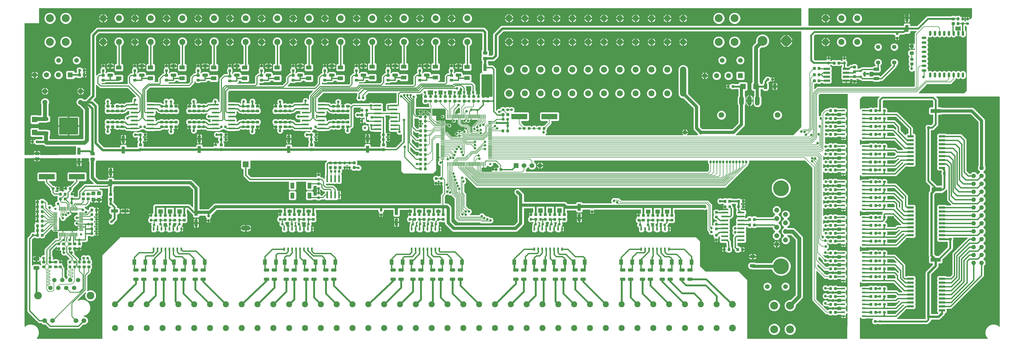
<source format=gtl>
G75*
%MOIN*%
%OFA0B0*%
%FSLAX25Y25*%
%IPPOS*%
%LPD*%
%AMOC8*
5,1,8,0,0,1.08239X$1,22.5*
%
%ADD10C,0.01506*%
%ADD11OC8,0.12400*%
%ADD12C,0.12400*%
%ADD13OC8,0.06300*%
%ADD14C,0.06300*%
%ADD15C,0.01953*%
%ADD16C,0.07677*%
%ADD17C,0.08600*%
%ADD18R,0.06000X0.06000*%
%ADD19C,0.06000*%
%ADD20C,0.05600*%
%ADD21OC8,0.05600*%
%ADD22R,0.05118X0.06693*%
%ADD23R,0.03071X0.03071*%
%ADD24R,0.06693X0.05118*%
%ADD25R,0.06693X0.07087*%
%ADD26R,0.12992X0.05118*%
%ADD27C,0.00626*%
%ADD28C,0.02953*%
%ADD29R,0.02362X0.08661*%
%ADD30C,0.06000*%
%ADD31R,0.08661X0.02362*%
%ADD32R,0.08000X0.02600*%
%ADD33C,0.00875*%
%ADD34C,0.01000*%
%ADD35R,0.04724X0.04724*%
%ADD36C,0.01947*%
%ADD37R,0.03937X0.01969*%
%ADD38R,0.01969X0.03937*%
%ADD39C,0.01984*%
%ADD40C,0.01717*%
%ADD41C,0.03150*%
%ADD42OC8,0.06000*%
%ADD43C,0.20000*%
%ADD44C,0.10000*%
%ADD45R,0.05118X0.07480*%
%ADD46R,0.20000X0.07000*%
%ADD47C,0.09626*%
%ADD48C,0.05504*%
%ADD49C,0.06024*%
%ADD50R,0.24409X0.21260*%
%ADD51R,0.06299X0.03937*%
%ADD52R,0.06496X0.06496*%
%ADD53C,0.06496*%
%ADD54R,0.07087X0.06693*%
%ADD55OC8,0.05200*%
%ADD56C,0.05200*%
%ADD57R,0.07600X0.07600*%
%ADD58C,0.05937*%
%ADD59R,0.03937X0.09055*%
%ADD60R,0.09055X0.03937*%
%ADD61C,0.07087*%
%ADD62C,0.05346*%
%ADD63C,0.05937*%
%ADD64C,0.01600*%
%ADD65C,0.03372*%
%ADD66C,0.02400*%
%ADD67C,0.00800*%
%ADD68C,0.03175*%
%ADD69C,0.01200*%
%ADD70C,0.05000*%
%ADD71C,0.03569*%
%ADD72C,0.08000*%
%ADD73C,0.02000*%
%ADD74C,0.04000*%
%ADD75C,0.03000*%
%ADD76C,0.03962*%
%ADD77C,0.00600*%
D10*
X0069101Y0114906D02*
X0069101Y0116550D01*
X0070547Y0116550D01*
X0070547Y0114906D01*
X0069101Y0114906D01*
X0069101Y0116411D02*
X0070547Y0116411D01*
X0070547Y0120812D02*
X0070547Y0122456D01*
X0070547Y0120812D02*
X0069101Y0120812D01*
X0069101Y0122456D01*
X0070547Y0122456D01*
X0070547Y0122317D02*
X0069101Y0122317D01*
X0082547Y0122456D02*
X0082547Y0120812D01*
X0081101Y0120812D01*
X0081101Y0122456D01*
X0082547Y0122456D01*
X0082547Y0122317D02*
X0081101Y0122317D01*
X0081101Y0116550D02*
X0081101Y0114906D01*
X0081101Y0116550D02*
X0082547Y0116550D01*
X0082547Y0114906D01*
X0081101Y0114906D01*
X0081101Y0116411D02*
X0082547Y0116411D01*
X0087101Y0116550D02*
X0087101Y0114906D01*
X0087101Y0116550D02*
X0088547Y0116550D01*
X0088547Y0114906D01*
X0087101Y0114906D01*
X0087101Y0116411D02*
X0088547Y0116411D01*
X0088547Y0120812D02*
X0088547Y0122456D01*
X0088547Y0120812D02*
X0087101Y0120812D01*
X0087101Y0122456D01*
X0088547Y0122456D01*
X0088547Y0122317D02*
X0087101Y0122317D01*
X0094547Y0122456D02*
X0094547Y0120812D01*
X0093101Y0120812D01*
X0093101Y0122456D01*
X0094547Y0122456D01*
X0094547Y0122317D02*
X0093101Y0122317D01*
X0093101Y0116550D02*
X0093101Y0114906D01*
X0093101Y0116550D02*
X0094547Y0116550D01*
X0094547Y0114906D01*
X0093101Y0114906D01*
X0093101Y0116411D02*
X0094547Y0116411D01*
X0093101Y0137906D02*
X0093101Y0139550D01*
X0094547Y0139550D01*
X0094547Y0137906D01*
X0093101Y0137906D01*
X0093101Y0139411D02*
X0094547Y0139411D01*
X0094547Y0143812D02*
X0094547Y0145456D01*
X0094547Y0143812D02*
X0093101Y0143812D01*
X0093101Y0145456D01*
X0094547Y0145456D01*
X0094547Y0145317D02*
X0093101Y0145317D01*
X0068547Y0145456D02*
X0068547Y0143812D01*
X0067101Y0143812D01*
X0067101Y0145456D01*
X0068547Y0145456D01*
X0068547Y0145317D02*
X0067101Y0145317D01*
X0067101Y0139550D02*
X0067101Y0137906D01*
X0067101Y0139550D02*
X0068547Y0139550D01*
X0068547Y0137906D01*
X0067101Y0137906D01*
X0067101Y0139411D02*
X0068547Y0139411D01*
X0108687Y0158404D02*
X0110331Y0158404D01*
X0110331Y0156958D01*
X0108687Y0156958D01*
X0108687Y0158404D01*
X0108687Y0164404D02*
X0110331Y0164404D01*
X0110331Y0162958D01*
X0108687Y0162958D01*
X0108687Y0164404D01*
X0108687Y0170404D02*
X0110331Y0170404D01*
X0110331Y0168958D01*
X0108687Y0168958D01*
X0108687Y0170404D01*
X0108687Y0176404D02*
X0110331Y0176404D01*
X0110331Y0174958D01*
X0108687Y0174958D01*
X0108687Y0176404D01*
X0108687Y0182404D02*
X0110331Y0182404D01*
X0110331Y0180958D01*
X0108687Y0180958D01*
X0108687Y0182404D01*
X0114593Y0180958D02*
X0116237Y0180958D01*
X0114593Y0180958D02*
X0114593Y0182404D01*
X0116237Y0182404D01*
X0116237Y0180958D01*
X0116237Y0174958D02*
X0114593Y0174958D01*
X0114593Y0176404D01*
X0116237Y0176404D01*
X0116237Y0174958D01*
X0116237Y0168958D02*
X0114593Y0168958D01*
X0114593Y0170404D01*
X0116237Y0170404D01*
X0116237Y0168958D01*
X0116237Y0162958D02*
X0114593Y0162958D01*
X0114593Y0164404D01*
X0116237Y0164404D01*
X0116237Y0162958D01*
X0116237Y0156958D02*
X0114593Y0156958D01*
X0114593Y0158404D01*
X0116237Y0158404D01*
X0116237Y0156958D01*
X0183601Y0173906D02*
X0183601Y0175550D01*
X0185047Y0175550D01*
X0185047Y0173906D01*
X0183601Y0173906D01*
X0183601Y0175411D02*
X0185047Y0175411D01*
X0185047Y0179812D02*
X0185047Y0181456D01*
X0185047Y0179812D02*
X0183601Y0179812D01*
X0183601Y0181456D01*
X0185047Y0181456D01*
X0185047Y0181317D02*
X0183601Y0181317D01*
X0197047Y0181456D02*
X0197047Y0179812D01*
X0195601Y0179812D01*
X0195601Y0181456D01*
X0197047Y0181456D01*
X0197047Y0181317D02*
X0195601Y0181317D01*
X0195601Y0175550D02*
X0195601Y0173906D01*
X0195601Y0175550D02*
X0197047Y0175550D01*
X0197047Y0173906D01*
X0195601Y0173906D01*
X0195601Y0175411D02*
X0197047Y0175411D01*
X0207601Y0175550D02*
X0207601Y0173906D01*
X0207601Y0175550D02*
X0209047Y0175550D01*
X0209047Y0173906D01*
X0207601Y0173906D01*
X0207601Y0175411D02*
X0209047Y0175411D01*
X0209047Y0179812D02*
X0209047Y0181456D01*
X0209047Y0179812D02*
X0207601Y0179812D01*
X0207601Y0181456D01*
X0209047Y0181456D01*
X0209047Y0181317D02*
X0207601Y0181317D01*
X0221047Y0181456D02*
X0221047Y0179812D01*
X0219601Y0179812D01*
X0219601Y0181456D01*
X0221047Y0181456D01*
X0221047Y0181317D02*
X0219601Y0181317D01*
X0219601Y0175550D02*
X0219601Y0173906D01*
X0219601Y0175550D02*
X0221047Y0175550D01*
X0221047Y0173906D01*
X0219601Y0173906D01*
X0219601Y0175411D02*
X0221047Y0175411D01*
X0256239Y0175050D02*
X0256239Y0173406D01*
X0256239Y0175050D02*
X0257685Y0175050D01*
X0257685Y0173406D01*
X0256239Y0173406D01*
X0256239Y0174911D02*
X0257685Y0174911D01*
X0257685Y0179312D02*
X0257685Y0180956D01*
X0257685Y0179312D02*
X0256239Y0179312D01*
X0256239Y0180956D01*
X0257685Y0180956D01*
X0257685Y0180817D02*
X0256239Y0180817D01*
X0348047Y0180812D02*
X0348047Y0182456D01*
X0348047Y0180812D02*
X0346601Y0180812D01*
X0346601Y0182456D01*
X0348047Y0182456D01*
X0348047Y0182317D02*
X0346601Y0182317D01*
X0346601Y0176550D02*
X0346601Y0174906D01*
X0346601Y0176550D02*
X0348047Y0176550D01*
X0348047Y0174906D01*
X0346601Y0174906D01*
X0346601Y0176411D02*
X0348047Y0176411D01*
X0358601Y0176550D02*
X0358601Y0174906D01*
X0358601Y0176550D02*
X0360047Y0176550D01*
X0360047Y0174906D01*
X0358601Y0174906D01*
X0358601Y0176411D02*
X0360047Y0176411D01*
X0360047Y0180812D02*
X0360047Y0182456D01*
X0360047Y0180812D02*
X0358601Y0180812D01*
X0358601Y0182456D01*
X0360047Y0182456D01*
X0360047Y0182317D02*
X0358601Y0182317D01*
X0372047Y0182456D02*
X0372047Y0180812D01*
X0370601Y0180812D01*
X0370601Y0182456D01*
X0372047Y0182456D01*
X0372047Y0182317D02*
X0370601Y0182317D01*
X0370601Y0176550D02*
X0370601Y0174906D01*
X0370601Y0176550D02*
X0372047Y0176550D01*
X0372047Y0174906D01*
X0370601Y0174906D01*
X0370601Y0176411D02*
X0372047Y0176411D01*
X0382601Y0176550D02*
X0382601Y0174906D01*
X0382601Y0176550D02*
X0384047Y0176550D01*
X0384047Y0174906D01*
X0382601Y0174906D01*
X0382601Y0176411D02*
X0384047Y0176411D01*
X0384047Y0180812D02*
X0384047Y0182456D01*
X0384047Y0180812D02*
X0382601Y0180812D01*
X0382601Y0182456D01*
X0384047Y0182456D01*
X0384047Y0182317D02*
X0382601Y0182317D01*
X0395239Y0202406D02*
X0395239Y0204050D01*
X0396685Y0204050D01*
X0396685Y0202406D01*
X0395239Y0202406D01*
X0395239Y0203911D02*
X0396685Y0203911D01*
X0396685Y0208312D02*
X0396685Y0209956D01*
X0396685Y0208312D02*
X0395239Y0208312D01*
X0395239Y0209956D01*
X0396685Y0209956D01*
X0396685Y0209817D02*
X0395239Y0209817D01*
X0395239Y0213906D02*
X0395239Y0215550D01*
X0396685Y0215550D01*
X0396685Y0213906D01*
X0395239Y0213906D01*
X0395239Y0215411D02*
X0396685Y0215411D01*
X0396685Y0219812D02*
X0396685Y0221456D01*
X0396685Y0219812D02*
X0395239Y0219812D01*
X0395239Y0221456D01*
X0396685Y0221456D01*
X0396685Y0221317D02*
X0395239Y0221317D01*
X0395239Y0225406D02*
X0395239Y0227050D01*
X0396685Y0227050D01*
X0396685Y0225406D01*
X0395239Y0225406D01*
X0395239Y0226911D02*
X0396685Y0226911D01*
X0396685Y0231312D02*
X0396685Y0232956D01*
X0396685Y0231312D02*
X0395239Y0231312D01*
X0395239Y0232956D01*
X0396685Y0232956D01*
X0396685Y0232817D02*
X0395239Y0232817D01*
X0428239Y0240406D02*
X0428239Y0242050D01*
X0429685Y0242050D01*
X0429685Y0240406D01*
X0428239Y0240406D01*
X0428239Y0241911D02*
X0429685Y0241911D01*
X0429685Y0246312D02*
X0429685Y0247956D01*
X0429685Y0246312D02*
X0428239Y0246312D01*
X0428239Y0247956D01*
X0429685Y0247956D01*
X0429685Y0247817D02*
X0428239Y0247817D01*
X0435685Y0247956D02*
X0435685Y0246312D01*
X0434239Y0246312D01*
X0434239Y0247956D01*
X0435685Y0247956D01*
X0435685Y0247817D02*
X0434239Y0247817D01*
X0434239Y0242050D02*
X0434239Y0240406D01*
X0434239Y0242050D02*
X0435685Y0242050D01*
X0435685Y0240406D01*
X0434239Y0240406D01*
X0434239Y0241911D02*
X0435685Y0241911D01*
X0524049Y0246404D02*
X0525693Y0246404D01*
X0525693Y0244958D01*
X0524049Y0244958D01*
X0524049Y0246404D01*
X0529955Y0244958D02*
X0531599Y0244958D01*
X0529955Y0244958D02*
X0529955Y0246404D01*
X0531599Y0246404D01*
X0531599Y0244958D01*
X0531599Y0256958D02*
X0529955Y0256958D01*
X0529955Y0258404D01*
X0531599Y0258404D01*
X0531599Y0256958D01*
X0525693Y0258404D02*
X0524049Y0258404D01*
X0525693Y0258404D02*
X0525693Y0256958D01*
X0524049Y0256958D01*
X0524049Y0258404D01*
X0524049Y0270404D02*
X0525693Y0270404D01*
X0525693Y0268958D01*
X0524049Y0268958D01*
X0524049Y0270404D01*
X0529955Y0268958D02*
X0531599Y0268958D01*
X0529955Y0268958D02*
X0529955Y0270404D01*
X0531599Y0270404D01*
X0531599Y0268958D01*
X0531599Y0280958D02*
X0529955Y0280958D01*
X0529955Y0282404D01*
X0531599Y0282404D01*
X0531599Y0280958D01*
X0525693Y0282404D02*
X0524049Y0282404D01*
X0525693Y0282404D02*
X0525693Y0280958D01*
X0524049Y0280958D01*
X0524049Y0282404D01*
X0524049Y0294404D02*
X0525693Y0294404D01*
X0525693Y0292958D01*
X0524049Y0292958D01*
X0524049Y0294404D01*
X0524049Y0300404D02*
X0525693Y0300404D01*
X0525693Y0298958D01*
X0524049Y0298958D01*
X0524049Y0300404D01*
X0529955Y0298958D02*
X0531599Y0298958D01*
X0529955Y0298958D02*
X0529955Y0300404D01*
X0531599Y0300404D01*
X0531599Y0298958D01*
X0531599Y0292958D02*
X0529955Y0292958D01*
X0529955Y0294404D01*
X0531599Y0294404D01*
X0531599Y0292958D01*
X0531874Y0310958D02*
X0530230Y0310958D01*
X0530230Y0312404D01*
X0531874Y0312404D01*
X0531874Y0310958D01*
X0525969Y0312404D02*
X0524325Y0312404D01*
X0525969Y0312404D02*
X0525969Y0310958D01*
X0524325Y0310958D01*
X0524325Y0312404D01*
X0536739Y0324406D02*
X0536739Y0326050D01*
X0538185Y0326050D01*
X0538185Y0324406D01*
X0536739Y0324406D01*
X0536739Y0325911D02*
X0538185Y0325911D01*
X0549239Y0326050D02*
X0549239Y0324406D01*
X0549239Y0326050D02*
X0550685Y0326050D01*
X0550685Y0324406D01*
X0549239Y0324406D01*
X0549239Y0325911D02*
X0550685Y0325911D01*
X0561239Y0326050D02*
X0561239Y0324406D01*
X0561239Y0326050D02*
X0562685Y0326050D01*
X0562685Y0324406D01*
X0561239Y0324406D01*
X0561239Y0325911D02*
X0562685Y0325911D01*
X0573239Y0326050D02*
X0573239Y0324406D01*
X0573239Y0326050D02*
X0574685Y0326050D01*
X0574685Y0324406D01*
X0573239Y0324406D01*
X0573239Y0325911D02*
X0574685Y0325911D01*
X0585239Y0326050D02*
X0585239Y0324406D01*
X0585239Y0326050D02*
X0586685Y0326050D01*
X0586685Y0324406D01*
X0585239Y0324406D01*
X0585239Y0325911D02*
X0586685Y0325911D01*
X0597239Y0326050D02*
X0597239Y0324406D01*
X0597239Y0326050D02*
X0598685Y0326050D01*
X0598685Y0324406D01*
X0597239Y0324406D01*
X0597239Y0325911D02*
X0598685Y0325911D01*
X0603239Y0326050D02*
X0603239Y0324406D01*
X0603239Y0326050D02*
X0604685Y0326050D01*
X0604685Y0324406D01*
X0603239Y0324406D01*
X0603239Y0325911D02*
X0604685Y0325911D01*
X0609239Y0326050D02*
X0609239Y0324406D01*
X0609239Y0326050D02*
X0610685Y0326050D01*
X0610685Y0324406D01*
X0609239Y0324406D01*
X0609239Y0325911D02*
X0610685Y0325911D01*
X0610685Y0330312D02*
X0610685Y0331956D01*
X0610685Y0330312D02*
X0609239Y0330312D01*
X0609239Y0331956D01*
X0610685Y0331956D01*
X0610685Y0331817D02*
X0609239Y0331817D01*
X0604685Y0331956D02*
X0604685Y0330312D01*
X0603239Y0330312D01*
X0603239Y0331956D01*
X0604685Y0331956D01*
X0604685Y0331817D02*
X0603239Y0331817D01*
X0598685Y0331956D02*
X0598685Y0330312D01*
X0597239Y0330312D01*
X0597239Y0331956D01*
X0598685Y0331956D01*
X0598685Y0331817D02*
X0597239Y0331817D01*
X0586685Y0331956D02*
X0586685Y0330312D01*
X0585239Y0330312D01*
X0585239Y0331956D01*
X0586685Y0331956D01*
X0586685Y0331817D02*
X0585239Y0331817D01*
X0574685Y0331956D02*
X0574685Y0330312D01*
X0573239Y0330312D01*
X0573239Y0331956D01*
X0574685Y0331956D01*
X0574685Y0331817D02*
X0573239Y0331817D01*
X0562685Y0331956D02*
X0562685Y0330312D01*
X0561239Y0330312D01*
X0561239Y0331956D01*
X0562685Y0331956D01*
X0562685Y0331817D02*
X0561239Y0331817D01*
X0550685Y0331956D02*
X0550685Y0330312D01*
X0549239Y0330312D01*
X0549239Y0331956D01*
X0550685Y0331956D01*
X0550685Y0331817D02*
X0549239Y0331817D01*
X0538185Y0331956D02*
X0538185Y0330312D01*
X0536739Y0330312D01*
X0536739Y0331956D01*
X0538185Y0331956D01*
X0538185Y0331817D02*
X0536739Y0331817D01*
X0523101Y0362906D02*
X0523101Y0364550D01*
X0524547Y0364550D01*
X0524547Y0362906D01*
X0523101Y0362906D01*
X0523101Y0364411D02*
X0524547Y0364411D01*
X0524547Y0368812D02*
X0524547Y0370456D01*
X0524547Y0368812D02*
X0523101Y0368812D01*
X0523101Y0370456D01*
X0524547Y0370456D01*
X0524547Y0370317D02*
X0523101Y0370317D01*
X0564547Y0370456D02*
X0564547Y0368812D01*
X0563101Y0368812D01*
X0563101Y0370456D01*
X0564547Y0370456D01*
X0564547Y0370317D02*
X0563101Y0370317D01*
X0563101Y0364550D02*
X0563101Y0362906D01*
X0563101Y0364550D02*
X0564547Y0364550D01*
X0564547Y0362906D01*
X0563101Y0362906D01*
X0563101Y0364411D02*
X0564547Y0364411D01*
X0483101Y0364550D02*
X0483101Y0362906D01*
X0483101Y0364550D02*
X0484547Y0364550D01*
X0484547Y0362906D01*
X0483101Y0362906D01*
X0483101Y0364411D02*
X0484547Y0364411D01*
X0484547Y0368812D02*
X0484547Y0370456D01*
X0484547Y0368812D02*
X0483101Y0368812D01*
X0483101Y0370456D01*
X0484547Y0370456D01*
X0484547Y0370317D02*
X0483101Y0370317D01*
X0444547Y0370456D02*
X0444547Y0368812D01*
X0443101Y0368812D01*
X0443101Y0370456D01*
X0444547Y0370456D01*
X0444547Y0370317D02*
X0443101Y0370317D01*
X0443101Y0364550D02*
X0443101Y0362906D01*
X0443101Y0364550D02*
X0444547Y0364550D01*
X0444547Y0362906D01*
X0443101Y0362906D01*
X0443101Y0364411D02*
X0444547Y0364411D01*
X0403101Y0364550D02*
X0403101Y0362906D01*
X0403101Y0364550D02*
X0404547Y0364550D01*
X0404547Y0362906D01*
X0403101Y0362906D01*
X0403101Y0364411D02*
X0404547Y0364411D01*
X0404547Y0368812D02*
X0404547Y0370456D01*
X0404547Y0368812D02*
X0403101Y0368812D01*
X0403101Y0370456D01*
X0404547Y0370456D01*
X0404547Y0370317D02*
X0403101Y0370317D01*
X0364547Y0370456D02*
X0364547Y0368812D01*
X0363101Y0368812D01*
X0363101Y0370456D01*
X0364547Y0370456D01*
X0364547Y0370317D02*
X0363101Y0370317D01*
X0363101Y0364550D02*
X0363101Y0362906D01*
X0363101Y0364550D02*
X0364547Y0364550D01*
X0364547Y0362906D01*
X0363101Y0362906D01*
X0363101Y0364411D02*
X0364547Y0364411D01*
X0323101Y0364550D02*
X0323101Y0362906D01*
X0323101Y0364550D02*
X0324547Y0364550D01*
X0324547Y0362906D01*
X0323101Y0362906D01*
X0323101Y0364411D02*
X0324547Y0364411D01*
X0324547Y0368812D02*
X0324547Y0370456D01*
X0324547Y0368812D02*
X0323101Y0368812D01*
X0323101Y0370456D01*
X0324547Y0370456D01*
X0324547Y0370317D02*
X0323101Y0370317D01*
X0284547Y0370456D02*
X0284547Y0368812D01*
X0283101Y0368812D01*
X0283101Y0370456D01*
X0284547Y0370456D01*
X0284547Y0370317D02*
X0283101Y0370317D01*
X0283101Y0364550D02*
X0283101Y0362906D01*
X0283101Y0364550D02*
X0284547Y0364550D01*
X0284547Y0362906D01*
X0283101Y0362906D01*
X0283101Y0364411D02*
X0284547Y0364411D01*
X0243101Y0364550D02*
X0243101Y0362906D01*
X0243101Y0364550D02*
X0244547Y0364550D01*
X0244547Y0362906D01*
X0243101Y0362906D01*
X0243101Y0364411D02*
X0244547Y0364411D01*
X0244547Y0368812D02*
X0244547Y0370456D01*
X0244547Y0368812D02*
X0243101Y0368812D01*
X0243101Y0370456D01*
X0244547Y0370456D01*
X0244547Y0370317D02*
X0243101Y0370317D01*
X0204547Y0370456D02*
X0204547Y0368812D01*
X0203101Y0368812D01*
X0203101Y0370456D01*
X0204547Y0370456D01*
X0204547Y0370317D02*
X0203101Y0370317D01*
X0203101Y0364550D02*
X0203101Y0362906D01*
X0203101Y0364550D02*
X0204547Y0364550D01*
X0204547Y0362906D01*
X0203101Y0362906D01*
X0203101Y0364411D02*
X0204547Y0364411D01*
X0163101Y0364550D02*
X0163101Y0362906D01*
X0163101Y0364550D02*
X0164547Y0364550D01*
X0164547Y0362906D01*
X0163101Y0362906D01*
X0163101Y0364411D02*
X0164547Y0364411D01*
X0164547Y0368812D02*
X0164547Y0370456D01*
X0164547Y0368812D02*
X0163101Y0368812D01*
X0163101Y0370456D01*
X0164547Y0370456D01*
X0164547Y0370317D02*
X0163101Y0370317D01*
X0124547Y0370456D02*
X0124547Y0368812D01*
X0123101Y0368812D01*
X0123101Y0370456D01*
X0124547Y0370456D01*
X0124547Y0370317D02*
X0123101Y0370317D01*
X0123101Y0364550D02*
X0123101Y0362906D01*
X0123101Y0364550D02*
X0124547Y0364550D01*
X0124547Y0362906D01*
X0123101Y0362906D01*
X0123101Y0364411D02*
X0124547Y0364411D01*
X0100737Y0363458D02*
X0099093Y0363458D01*
X0099093Y0364904D01*
X0100737Y0364904D01*
X0100737Y0363458D01*
X0094831Y0364904D02*
X0093187Y0364904D01*
X0094831Y0364904D02*
X0094831Y0363458D01*
X0093187Y0363458D01*
X0093187Y0364904D01*
X0148547Y0319456D02*
X0148547Y0317812D01*
X0147101Y0317812D01*
X0147101Y0319456D01*
X0148547Y0319456D01*
X0148547Y0319317D02*
X0147101Y0319317D01*
X0147101Y0313550D02*
X0147101Y0311906D01*
X0147101Y0313550D02*
X0148547Y0313550D01*
X0148547Y0311906D01*
X0147101Y0311906D01*
X0147101Y0313411D02*
X0148547Y0313411D01*
X0142547Y0299456D02*
X0142547Y0297812D01*
X0141101Y0297812D01*
X0141101Y0299456D01*
X0142547Y0299456D01*
X0142547Y0299317D02*
X0141101Y0299317D01*
X0141101Y0293550D02*
X0141101Y0291906D01*
X0141101Y0293550D02*
X0142547Y0293550D01*
X0142547Y0291906D01*
X0141101Y0291906D01*
X0141101Y0293411D02*
X0142547Y0293411D01*
X0170049Y0283404D02*
X0171693Y0283404D01*
X0171693Y0281958D01*
X0170049Y0281958D01*
X0170049Y0283404D01*
X0175955Y0281958D02*
X0177599Y0281958D01*
X0175955Y0281958D02*
X0175955Y0283404D01*
X0177599Y0283404D01*
X0177599Y0281958D01*
X0177599Y0275958D02*
X0175955Y0275958D01*
X0175955Y0277404D01*
X0177599Y0277404D01*
X0177599Y0275958D01*
X0171693Y0277404D02*
X0170049Y0277404D01*
X0171693Y0277404D02*
X0171693Y0275958D01*
X0170049Y0275958D01*
X0170049Y0277404D01*
X0203101Y0291906D02*
X0203101Y0293550D01*
X0204547Y0293550D01*
X0204547Y0291906D01*
X0203101Y0291906D01*
X0203101Y0293411D02*
X0204547Y0293411D01*
X0204547Y0297812D02*
X0204547Y0299456D01*
X0204547Y0297812D02*
X0203101Y0297812D01*
X0203101Y0299456D01*
X0204547Y0299456D01*
X0204547Y0299317D02*
X0203101Y0299317D01*
X0197101Y0311906D02*
X0197101Y0313550D01*
X0198547Y0313550D01*
X0198547Y0311906D01*
X0197101Y0311906D01*
X0197101Y0313411D02*
X0198547Y0313411D01*
X0198547Y0317812D02*
X0198547Y0319456D01*
X0198547Y0317812D02*
X0197101Y0317812D01*
X0197101Y0319456D01*
X0198547Y0319456D01*
X0198547Y0319317D02*
X0197101Y0319317D01*
X0251547Y0319456D02*
X0251547Y0317812D01*
X0250101Y0317812D01*
X0250101Y0319456D01*
X0251547Y0319456D01*
X0251547Y0319317D02*
X0250101Y0319317D01*
X0250101Y0313550D02*
X0250101Y0311906D01*
X0250101Y0313550D02*
X0251547Y0313550D01*
X0251547Y0311906D01*
X0250101Y0311906D01*
X0250101Y0313411D02*
X0251547Y0313411D01*
X0251547Y0299456D02*
X0251547Y0297812D01*
X0250101Y0297812D01*
X0250101Y0299456D01*
X0251547Y0299456D01*
X0251547Y0299317D02*
X0250101Y0299317D01*
X0250101Y0293550D02*
X0250101Y0291906D01*
X0250101Y0293550D02*
X0251547Y0293550D01*
X0251547Y0291906D01*
X0250101Y0291906D01*
X0250101Y0293411D02*
X0251547Y0293411D01*
X0272049Y0283404D02*
X0273693Y0283404D01*
X0273693Y0281958D01*
X0272049Y0281958D01*
X0272049Y0283404D01*
X0277955Y0281958D02*
X0279599Y0281958D01*
X0277955Y0281958D02*
X0277955Y0283404D01*
X0279599Y0283404D01*
X0279599Y0281958D01*
X0279599Y0275958D02*
X0277955Y0275958D01*
X0277955Y0277404D01*
X0279599Y0277404D01*
X0279599Y0275958D01*
X0273693Y0277404D02*
X0272049Y0277404D01*
X0273693Y0277404D02*
X0273693Y0275958D01*
X0272049Y0275958D01*
X0272049Y0277404D01*
X0266685Y0270956D02*
X0266685Y0269312D01*
X0265239Y0269312D01*
X0265239Y0270956D01*
X0266685Y0270956D01*
X0266685Y0270817D02*
X0265239Y0270817D01*
X0265239Y0265050D02*
X0265239Y0263406D01*
X0265239Y0265050D02*
X0266685Y0265050D01*
X0266685Y0263406D01*
X0265239Y0263406D01*
X0265239Y0264911D02*
X0266685Y0264911D01*
X0300101Y0291906D02*
X0300101Y0293550D01*
X0301547Y0293550D01*
X0301547Y0291906D01*
X0300101Y0291906D01*
X0300101Y0293411D02*
X0301547Y0293411D01*
X0301547Y0297812D02*
X0301547Y0299456D01*
X0301547Y0297812D02*
X0300101Y0297812D01*
X0300101Y0299456D01*
X0301547Y0299456D01*
X0301547Y0299317D02*
X0300101Y0299317D01*
X0300101Y0311906D02*
X0300101Y0313550D01*
X0301547Y0313550D01*
X0301547Y0311906D01*
X0300101Y0311906D01*
X0300101Y0313411D02*
X0301547Y0313411D01*
X0301547Y0317812D02*
X0301547Y0319456D01*
X0301547Y0317812D02*
X0300101Y0317812D01*
X0300101Y0319456D01*
X0301547Y0319456D01*
X0301547Y0319317D02*
X0300101Y0319317D01*
X0360547Y0319456D02*
X0360547Y0317812D01*
X0359101Y0317812D01*
X0359101Y0319456D01*
X0360547Y0319456D01*
X0360547Y0319317D02*
X0359101Y0319317D01*
X0359101Y0313550D02*
X0359101Y0311906D01*
X0359101Y0313550D02*
X0360547Y0313550D01*
X0360547Y0311906D01*
X0359101Y0311906D01*
X0359101Y0313411D02*
X0360547Y0313411D01*
X0360547Y0299456D02*
X0360547Y0297812D01*
X0359101Y0297812D01*
X0359101Y0299456D01*
X0360547Y0299456D01*
X0360547Y0299317D02*
X0359101Y0299317D01*
X0359101Y0293550D02*
X0359101Y0291906D01*
X0359101Y0293550D02*
X0360547Y0293550D01*
X0360547Y0291906D01*
X0359101Y0291906D01*
X0359101Y0293411D02*
X0360547Y0293411D01*
X0386049Y0283404D02*
X0387693Y0283404D01*
X0387693Y0281958D01*
X0386049Y0281958D01*
X0386049Y0283404D01*
X0391955Y0281958D02*
X0393599Y0281958D01*
X0391955Y0281958D02*
X0391955Y0283404D01*
X0393599Y0283404D01*
X0393599Y0281958D01*
X0393599Y0275958D02*
X0391955Y0275958D01*
X0391955Y0277404D01*
X0393599Y0277404D01*
X0393599Y0275958D01*
X0387693Y0277404D02*
X0386049Y0277404D01*
X0387693Y0277404D02*
X0387693Y0275958D01*
X0386049Y0275958D01*
X0386049Y0277404D01*
X0414101Y0291906D02*
X0414101Y0293550D01*
X0415547Y0293550D01*
X0415547Y0291906D01*
X0414101Y0291906D01*
X0414101Y0293411D02*
X0415547Y0293411D01*
X0415547Y0297812D02*
X0415547Y0299456D01*
X0415547Y0297812D02*
X0414101Y0297812D01*
X0414101Y0299456D01*
X0415547Y0299456D01*
X0415547Y0299317D02*
X0414101Y0299317D01*
X0414101Y0311906D02*
X0414101Y0313550D01*
X0415547Y0313550D01*
X0415547Y0311906D01*
X0414101Y0311906D01*
X0414101Y0313411D02*
X0415547Y0313411D01*
X0415547Y0317812D02*
X0415547Y0319456D01*
X0415547Y0317812D02*
X0414101Y0317812D01*
X0414101Y0319456D01*
X0415547Y0319456D01*
X0415547Y0319317D02*
X0414101Y0319317D01*
X0450049Y0314404D02*
X0451693Y0314404D01*
X0451693Y0312958D01*
X0450049Y0312958D01*
X0450049Y0314404D01*
X0455955Y0312958D02*
X0457599Y0312958D01*
X0455955Y0312958D02*
X0455955Y0314404D01*
X0457599Y0314404D01*
X0457599Y0312958D01*
X0477049Y0283404D02*
X0478693Y0283404D01*
X0478693Y0281958D01*
X0477049Y0281958D01*
X0477049Y0283404D01*
X0482955Y0281958D02*
X0484599Y0281958D01*
X0482955Y0281958D02*
X0482955Y0283404D01*
X0484599Y0283404D01*
X0484599Y0281958D01*
X0484599Y0275958D02*
X0482955Y0275958D01*
X0482955Y0277404D01*
X0484599Y0277404D01*
X0484599Y0275958D01*
X0478693Y0277404D02*
X0477049Y0277404D01*
X0478693Y0277404D02*
X0478693Y0275958D01*
X0477049Y0275958D01*
X0477049Y0277404D01*
X0545185Y0228094D02*
X0545185Y0226450D01*
X0543739Y0226450D01*
X0543739Y0228094D01*
X0545185Y0228094D01*
X0545185Y0227955D02*
X0543739Y0227955D01*
X0543739Y0222188D02*
X0543739Y0220544D01*
X0543739Y0222188D02*
X0545185Y0222188D01*
X0545185Y0220544D01*
X0543739Y0220544D01*
X0543739Y0222049D02*
X0545185Y0222049D01*
X0550239Y0222188D02*
X0550239Y0220544D01*
X0550239Y0222188D02*
X0551685Y0222188D01*
X0551685Y0220544D01*
X0550239Y0220544D01*
X0550239Y0222049D02*
X0551685Y0222049D01*
X0551685Y0226450D02*
X0551685Y0228094D01*
X0551685Y0226450D02*
X0550239Y0226450D01*
X0550239Y0228094D01*
X0551685Y0228094D01*
X0551685Y0227955D02*
X0550239Y0227955D01*
X0619325Y0239404D02*
X0620969Y0239404D01*
X0620969Y0237958D01*
X0619325Y0237958D01*
X0619325Y0239404D01*
X0625230Y0237958D02*
X0626874Y0237958D01*
X0625230Y0237958D02*
X0625230Y0239404D01*
X0626874Y0239404D01*
X0626874Y0237958D01*
X0742185Y0192094D02*
X0742185Y0190450D01*
X0740739Y0190450D01*
X0740739Y0192094D01*
X0742185Y0192094D01*
X0742185Y0191955D02*
X0740739Y0191955D01*
X0740739Y0186188D02*
X0740739Y0184544D01*
X0740739Y0186188D02*
X0742185Y0186188D01*
X0742185Y0184544D01*
X0740739Y0184544D01*
X0740739Y0186049D02*
X0742185Y0186049D01*
X0701047Y0182456D02*
X0701047Y0180812D01*
X0699601Y0180812D01*
X0699601Y0182456D01*
X0701047Y0182456D01*
X0701047Y0182317D02*
X0699601Y0182317D01*
X0699601Y0176550D02*
X0699601Y0174906D01*
X0699601Y0176550D02*
X0701047Y0176550D01*
X0701047Y0174906D01*
X0699601Y0174906D01*
X0699601Y0176411D02*
X0701047Y0176411D01*
X0687601Y0176550D02*
X0687601Y0174906D01*
X0687601Y0176550D02*
X0689047Y0176550D01*
X0689047Y0174906D01*
X0687601Y0174906D01*
X0687601Y0176411D02*
X0689047Y0176411D01*
X0689047Y0180812D02*
X0689047Y0182456D01*
X0689047Y0180812D02*
X0687601Y0180812D01*
X0687601Y0182456D01*
X0689047Y0182456D01*
X0689047Y0182317D02*
X0687601Y0182317D01*
X0677047Y0182456D02*
X0677047Y0180812D01*
X0675601Y0180812D01*
X0675601Y0182456D01*
X0677047Y0182456D01*
X0677047Y0182317D02*
X0675601Y0182317D01*
X0675601Y0176550D02*
X0675601Y0174906D01*
X0675601Y0176550D02*
X0677047Y0176550D01*
X0677047Y0174906D01*
X0675601Y0174906D01*
X0675601Y0176411D02*
X0677047Y0176411D01*
X0663601Y0176550D02*
X0663601Y0174906D01*
X0663601Y0176550D02*
X0665047Y0176550D01*
X0665047Y0174906D01*
X0663601Y0174906D01*
X0663601Y0176411D02*
X0665047Y0176411D01*
X0665047Y0180812D02*
X0665047Y0182456D01*
X0665047Y0180812D02*
X0663601Y0180812D01*
X0663601Y0182456D01*
X0665047Y0182456D01*
X0665047Y0182317D02*
X0663601Y0182317D01*
X0548047Y0182456D02*
X0548047Y0180812D01*
X0546601Y0180812D01*
X0546601Y0182456D01*
X0548047Y0182456D01*
X0548047Y0182317D02*
X0546601Y0182317D01*
X0546601Y0176550D02*
X0546601Y0174906D01*
X0546601Y0176550D02*
X0548047Y0176550D01*
X0548047Y0174906D01*
X0546601Y0174906D01*
X0546601Y0176411D02*
X0548047Y0176411D01*
X0534601Y0176550D02*
X0534601Y0174906D01*
X0534601Y0176550D02*
X0536047Y0176550D01*
X0536047Y0174906D01*
X0534601Y0174906D01*
X0534601Y0176411D02*
X0536047Y0176411D01*
X0536047Y0180812D02*
X0536047Y0182456D01*
X0536047Y0180812D02*
X0534601Y0180812D01*
X0534601Y0182456D01*
X0536047Y0182456D01*
X0536047Y0182317D02*
X0534601Y0182317D01*
X0524047Y0182456D02*
X0524047Y0180812D01*
X0522601Y0180812D01*
X0522601Y0182456D01*
X0524047Y0182456D01*
X0524047Y0182317D02*
X0522601Y0182317D01*
X0522601Y0176550D02*
X0522601Y0174906D01*
X0522601Y0176550D02*
X0524047Y0176550D01*
X0524047Y0174906D01*
X0522601Y0174906D01*
X0522601Y0176411D02*
X0524047Y0176411D01*
X0510601Y0176550D02*
X0510601Y0174906D01*
X0510601Y0176550D02*
X0512047Y0176550D01*
X0512047Y0174906D01*
X0510601Y0174906D01*
X0510601Y0176411D02*
X0512047Y0176411D01*
X0512047Y0180812D02*
X0512047Y0182456D01*
X0512047Y0180812D02*
X0510601Y0180812D01*
X0510601Y0182456D01*
X0512047Y0182456D01*
X0512047Y0182317D02*
X0510601Y0182317D01*
X0474239Y0182188D02*
X0474239Y0180544D01*
X0474239Y0182188D02*
X0475685Y0182188D01*
X0475685Y0180544D01*
X0474239Y0180544D01*
X0474239Y0182049D02*
X0475685Y0182049D01*
X0475685Y0186450D02*
X0475685Y0188094D01*
X0475685Y0186450D02*
X0474239Y0186450D01*
X0474239Y0188094D01*
X0475685Y0188094D01*
X0475685Y0187955D02*
X0474239Y0187955D01*
X0655049Y0291404D02*
X0656693Y0291404D01*
X0656693Y0289958D01*
X0655049Y0289958D01*
X0655049Y0291404D01*
X0660955Y0289958D02*
X0662599Y0289958D01*
X0660955Y0289958D02*
X0660955Y0291404D01*
X0662599Y0291404D01*
X0662599Y0289958D01*
X0674049Y0291404D02*
X0675693Y0291404D01*
X0675693Y0289958D01*
X0674049Y0289958D01*
X0674049Y0291404D01*
X0679955Y0289958D02*
X0681599Y0289958D01*
X0679955Y0289958D02*
X0679955Y0291404D01*
X0681599Y0291404D01*
X0681599Y0289958D01*
X0635737Y0301458D02*
X0634093Y0301458D01*
X0634093Y0302904D01*
X0635737Y0302904D01*
X0635737Y0301458D01*
X0629831Y0302904D02*
X0628187Y0302904D01*
X0629831Y0302904D02*
X0629831Y0301458D01*
X0628187Y0301458D01*
X0628187Y0302904D01*
X0628187Y0314904D02*
X0629831Y0314904D01*
X0629831Y0313458D01*
X0628187Y0313458D01*
X0628187Y0314904D01*
X0634093Y0313458D02*
X0635737Y0313458D01*
X0634093Y0313458D02*
X0634093Y0314904D01*
X0635737Y0314904D01*
X0635737Y0313458D01*
X0912687Y0344404D02*
X0914331Y0344404D01*
X0914331Y0342958D01*
X0912687Y0342958D01*
X0912687Y0344404D01*
X0918593Y0342958D02*
X0920237Y0342958D01*
X0918593Y0342958D02*
X0918593Y0344404D01*
X0920237Y0344404D01*
X0920237Y0342958D01*
X0962687Y0353404D02*
X0964331Y0353404D01*
X0964331Y0351958D01*
X0962687Y0351958D01*
X0962687Y0353404D01*
X0968593Y0351958D02*
X0970237Y0351958D01*
X0968593Y0351958D02*
X0968593Y0353404D01*
X0970237Y0353404D01*
X0970237Y0351958D01*
X1039546Y0372584D02*
X1039546Y0374228D01*
X1040992Y0374228D01*
X1040992Y0372584D01*
X1039546Y0372584D01*
X1039546Y0374089D02*
X1040992Y0374089D01*
X1040992Y0378489D02*
X1040992Y0380133D01*
X1040992Y0378489D02*
X1039546Y0378489D01*
X1039546Y0380133D01*
X1040992Y0380133D01*
X1040992Y0379994D02*
X1039546Y0379994D01*
X1060992Y0380133D02*
X1060992Y0378489D01*
X1059546Y0378489D01*
X1059546Y0380133D01*
X1060992Y0380133D01*
X1060992Y0379994D02*
X1059546Y0379994D01*
X1059546Y0374228D02*
X1059546Y0372584D01*
X1059546Y0374228D02*
X1060992Y0374228D01*
X1060992Y0372584D01*
X1059546Y0372584D01*
X1059546Y0374089D02*
X1060992Y0374089D01*
X1126239Y0403906D02*
X1126239Y0405550D01*
X1127685Y0405550D01*
X1127685Y0403906D01*
X1126239Y0403906D01*
X1126239Y0405411D02*
X1127685Y0405411D01*
X1127685Y0409812D02*
X1127685Y0411456D01*
X1127685Y0409812D02*
X1126239Y0409812D01*
X1126239Y0411456D01*
X1127685Y0411456D01*
X1127685Y0411317D02*
X1126239Y0411317D01*
X1209101Y0422406D02*
X1209101Y0424050D01*
X1210547Y0424050D01*
X1210547Y0422406D01*
X1209101Y0422406D01*
X1209101Y0423911D02*
X1210547Y0423911D01*
X1210547Y0428312D02*
X1210547Y0429956D01*
X1210547Y0428312D02*
X1209101Y0428312D01*
X1209101Y0429956D01*
X1210547Y0429956D01*
X1210547Y0429817D02*
X1209101Y0429817D01*
X1216547Y0429956D02*
X1216547Y0428312D01*
X1215101Y0428312D01*
X1215101Y0429956D01*
X1216547Y0429956D01*
X1216547Y0429817D02*
X1215101Y0429817D01*
X1215101Y0424050D02*
X1215101Y0422406D01*
X1215101Y0424050D02*
X1216547Y0424050D01*
X1216547Y0422406D01*
X1215101Y0422406D01*
X1215101Y0423911D02*
X1216547Y0423911D01*
X1117599Y0312458D02*
X1115955Y0312458D01*
X1115955Y0313904D01*
X1117599Y0313904D01*
X1117599Y0312458D01*
X1111693Y0313904D02*
X1110049Y0313904D01*
X1111693Y0313904D02*
X1111693Y0312458D01*
X1110049Y0312458D01*
X1110049Y0313904D01*
X1110049Y0303904D02*
X1111693Y0303904D01*
X1111693Y0302458D01*
X1110049Y0302458D01*
X1110049Y0303904D01*
X1115955Y0302458D02*
X1117599Y0302458D01*
X1115955Y0302458D02*
X1115955Y0303904D01*
X1117599Y0303904D01*
X1117599Y0302458D01*
X1117599Y0292458D02*
X1115955Y0292458D01*
X1115955Y0293904D01*
X1117599Y0293904D01*
X1117599Y0292458D01*
X1111693Y0293904D02*
X1110049Y0293904D01*
X1111693Y0293904D02*
X1111693Y0292458D01*
X1110049Y0292458D01*
X1110049Y0293904D01*
X1110049Y0283904D02*
X1111693Y0283904D01*
X1111693Y0282458D01*
X1110049Y0282458D01*
X1110049Y0283904D01*
X1115955Y0282458D02*
X1117599Y0282458D01*
X1115955Y0282458D02*
X1115955Y0283904D01*
X1117599Y0283904D01*
X1117599Y0282458D01*
X1117599Y0267458D02*
X1115955Y0267458D01*
X1115955Y0268904D01*
X1117599Y0268904D01*
X1117599Y0267458D01*
X1111693Y0268904D02*
X1110049Y0268904D01*
X1111693Y0268904D02*
X1111693Y0267458D01*
X1110049Y0267458D01*
X1110049Y0268904D01*
X1110049Y0258904D02*
X1111693Y0258904D01*
X1111693Y0257458D01*
X1110049Y0257458D01*
X1110049Y0258904D01*
X1115955Y0257458D02*
X1117599Y0257458D01*
X1115955Y0257458D02*
X1115955Y0258904D01*
X1117599Y0258904D01*
X1117599Y0257458D01*
X1117599Y0247458D02*
X1115955Y0247458D01*
X1115955Y0248904D01*
X1117599Y0248904D01*
X1117599Y0247458D01*
X1111693Y0248904D02*
X1110049Y0248904D01*
X1111693Y0248904D02*
X1111693Y0247458D01*
X1110049Y0247458D01*
X1110049Y0248904D01*
X1110049Y0238904D02*
X1111693Y0238904D01*
X1111693Y0237458D01*
X1110049Y0237458D01*
X1110049Y0238904D01*
X1115955Y0237458D02*
X1117599Y0237458D01*
X1115955Y0237458D02*
X1115955Y0238904D01*
X1117599Y0238904D01*
X1117599Y0237458D01*
X1117599Y0222458D02*
X1115955Y0222458D01*
X1115955Y0223904D01*
X1117599Y0223904D01*
X1117599Y0222458D01*
X1111693Y0223904D02*
X1110049Y0223904D01*
X1111693Y0223904D02*
X1111693Y0222458D01*
X1110049Y0222458D01*
X1110049Y0223904D01*
X1110049Y0213904D02*
X1111693Y0213904D01*
X1111693Y0212458D01*
X1110049Y0212458D01*
X1110049Y0213904D01*
X1115955Y0212458D02*
X1117599Y0212458D01*
X1115955Y0212458D02*
X1115955Y0213904D01*
X1117599Y0213904D01*
X1117599Y0212458D01*
X1117599Y0202458D02*
X1115955Y0202458D01*
X1115955Y0203904D01*
X1117599Y0203904D01*
X1117599Y0202458D01*
X1111693Y0203904D02*
X1110049Y0203904D01*
X1111693Y0203904D02*
X1111693Y0202458D01*
X1110049Y0202458D01*
X1110049Y0203904D01*
X1110049Y0193904D02*
X1111693Y0193904D01*
X1111693Y0192458D01*
X1110049Y0192458D01*
X1110049Y0193904D01*
X1115955Y0192458D02*
X1117599Y0192458D01*
X1115955Y0192458D02*
X1115955Y0193904D01*
X1117599Y0193904D01*
X1117599Y0192458D01*
X1117599Y0177458D02*
X1115955Y0177458D01*
X1115955Y0178904D01*
X1117599Y0178904D01*
X1117599Y0177458D01*
X1111693Y0178904D02*
X1110049Y0178904D01*
X1111693Y0178904D02*
X1111693Y0177458D01*
X1110049Y0177458D01*
X1110049Y0178904D01*
X1110049Y0168904D02*
X1111693Y0168904D01*
X1111693Y0167458D01*
X1110049Y0167458D01*
X1110049Y0168904D01*
X1115955Y0167458D02*
X1117599Y0167458D01*
X1115955Y0167458D02*
X1115955Y0168904D01*
X1117599Y0168904D01*
X1117599Y0167458D01*
X1117599Y0157458D02*
X1115955Y0157458D01*
X1115955Y0158904D01*
X1117599Y0158904D01*
X1117599Y0157458D01*
X1111693Y0158904D02*
X1110049Y0158904D01*
X1111693Y0158904D02*
X1111693Y0157458D01*
X1110049Y0157458D01*
X1110049Y0158904D01*
X1110049Y0148904D02*
X1111693Y0148904D01*
X1111693Y0147458D01*
X1110049Y0147458D01*
X1110049Y0148904D01*
X1115955Y0147458D02*
X1117599Y0147458D01*
X1115955Y0147458D02*
X1115955Y0148904D01*
X1117599Y0148904D01*
X1117599Y0147458D01*
X1117599Y0132458D02*
X1115955Y0132458D01*
X1115955Y0133904D01*
X1117599Y0133904D01*
X1117599Y0132458D01*
X1111693Y0133904D02*
X1110049Y0133904D01*
X1111693Y0133904D02*
X1111693Y0132458D01*
X1110049Y0132458D01*
X1110049Y0133904D01*
X1110049Y0123904D02*
X1111693Y0123904D01*
X1111693Y0122458D01*
X1110049Y0122458D01*
X1110049Y0123904D01*
X1115955Y0122458D02*
X1117599Y0122458D01*
X1115955Y0122458D02*
X1115955Y0123904D01*
X1117599Y0123904D01*
X1117599Y0122458D01*
X1117599Y0112458D02*
X1115955Y0112458D01*
X1115955Y0113904D01*
X1117599Y0113904D01*
X1117599Y0112458D01*
X1111693Y0113904D02*
X1110049Y0113904D01*
X1111693Y0113904D02*
X1111693Y0112458D01*
X1110049Y0112458D01*
X1110049Y0113904D01*
X1110049Y0103904D02*
X1111693Y0103904D01*
X1111693Y0102458D01*
X1110049Y0102458D01*
X1110049Y0103904D01*
X1115955Y0102458D02*
X1117599Y0102458D01*
X1115955Y0102458D02*
X1115955Y0103904D01*
X1117599Y0103904D01*
X1117599Y0102458D01*
X1117599Y0087458D02*
X1115955Y0087458D01*
X1115955Y0088904D01*
X1117599Y0088904D01*
X1117599Y0087458D01*
X1111693Y0088904D02*
X1110049Y0088904D01*
X1111693Y0088904D02*
X1111693Y0087458D01*
X1110049Y0087458D01*
X1110049Y0088904D01*
X1110049Y0078904D02*
X1111693Y0078904D01*
X1111693Y0077458D01*
X1110049Y0077458D01*
X1110049Y0078904D01*
X1115955Y0077458D02*
X1117599Y0077458D01*
X1115955Y0077458D02*
X1115955Y0078904D01*
X1117599Y0078904D01*
X1117599Y0077458D01*
X1117599Y0067458D02*
X1115955Y0067458D01*
X1115955Y0068904D01*
X1117599Y0068904D01*
X1117599Y0067458D01*
X1111693Y0068904D02*
X1110049Y0068904D01*
X1111693Y0068904D02*
X1111693Y0067458D01*
X1110049Y0067458D01*
X1110049Y0068904D01*
X1110049Y0058904D02*
X1111693Y0058904D01*
X1111693Y0057458D01*
X1110049Y0057458D01*
X1110049Y0058904D01*
X1115955Y0057458D02*
X1117599Y0057458D01*
X1115955Y0057458D02*
X1115955Y0058904D01*
X1117599Y0058904D01*
X1117599Y0057458D01*
X1099874Y0045958D02*
X1098230Y0045958D01*
X1098230Y0047404D01*
X1099874Y0047404D01*
X1099874Y0045958D01*
X1093969Y0047404D02*
X1092325Y0047404D01*
X1093969Y0047404D02*
X1093969Y0045958D01*
X1092325Y0045958D01*
X1092325Y0047404D01*
X1159687Y0053404D02*
X1161331Y0053404D01*
X1161331Y0051958D01*
X1159687Y0051958D01*
X1159687Y0053404D01*
X1165593Y0051958D02*
X1167237Y0051958D01*
X1165593Y0051958D02*
X1165593Y0053404D01*
X1167237Y0053404D01*
X1167237Y0051958D01*
X1193325Y0151404D02*
X1194969Y0151404D01*
X1194969Y0149958D01*
X1193325Y0149958D01*
X1193325Y0151404D01*
X1199230Y0149958D02*
X1200874Y0149958D01*
X1199230Y0149958D02*
X1199230Y0151404D01*
X1200874Y0151404D01*
X1200874Y0149958D01*
X1187374Y0232958D02*
X1185730Y0232958D01*
X1185730Y0234404D01*
X1187374Y0234404D01*
X1187374Y0232958D01*
X1181469Y0234404D02*
X1179825Y0234404D01*
X1181469Y0234404D02*
X1181469Y0232958D01*
X1179825Y0232958D01*
X1179825Y0234404D01*
X1167237Y0290958D02*
X1165593Y0290958D01*
X1165593Y0292404D01*
X1167237Y0292404D01*
X1167237Y0290958D01*
X1161331Y0292404D02*
X1159687Y0292404D01*
X1161331Y0292404D02*
X1161331Y0290958D01*
X1159687Y0290958D01*
X1159687Y0292404D01*
X0933237Y0197958D02*
X0931593Y0197958D01*
X0931593Y0199404D01*
X0933237Y0199404D01*
X0933237Y0197958D01*
X0927331Y0199404D02*
X0925687Y0199404D01*
X0927331Y0199404D02*
X0927331Y0197958D01*
X0925687Y0197958D01*
X0925687Y0199404D01*
X0925687Y0192404D02*
X0927331Y0192404D01*
X0927331Y0190958D01*
X0925687Y0190958D01*
X0925687Y0192404D01*
X0931593Y0190958D02*
X0933237Y0190958D01*
X0931593Y0190958D02*
X0931593Y0192404D01*
X0933237Y0192404D01*
X0933237Y0190958D01*
X0916237Y0190958D02*
X0914593Y0190958D01*
X0914593Y0192404D01*
X0916237Y0192404D01*
X0916237Y0190958D01*
X0910331Y0192404D02*
X0908687Y0192404D01*
X0910331Y0192404D02*
X0910331Y0190958D01*
X0908687Y0190958D01*
X0908687Y0192404D01*
X0899185Y0185456D02*
X0899185Y0183812D01*
X0897739Y0183812D01*
X0897739Y0185456D01*
X0899185Y0185456D01*
X0899185Y0185317D02*
X0897739Y0185317D01*
X0897739Y0179550D02*
X0897739Y0177906D01*
X0897739Y0179550D02*
X0899185Y0179550D01*
X0899185Y0177906D01*
X0897739Y0177906D01*
X0897739Y0179411D02*
X0899185Y0179411D01*
X0899185Y0170456D02*
X0899185Y0168812D01*
X0897739Y0168812D01*
X0897739Y0170456D01*
X0899185Y0170456D01*
X0899185Y0170317D02*
X0897739Y0170317D01*
X0897739Y0164550D02*
X0897739Y0162906D01*
X0897739Y0164550D02*
X0899185Y0164550D01*
X0899185Y0162906D01*
X0897739Y0162906D01*
X0897739Y0164411D02*
X0899185Y0164411D01*
X0899185Y0156456D02*
X0899185Y0154812D01*
X0897739Y0154812D01*
X0897739Y0156456D01*
X0899185Y0156456D01*
X0899185Y0156317D02*
X0897739Y0156317D01*
X0897739Y0150550D02*
X0897739Y0148906D01*
X0897739Y0150550D02*
X0899185Y0150550D01*
X0899185Y0148906D01*
X0897739Y0148906D01*
X0897739Y0150411D02*
X0899185Y0150411D01*
X0835601Y0173906D02*
X0835601Y0175550D01*
X0837047Y0175550D01*
X0837047Y0173906D01*
X0835601Y0173906D01*
X0835601Y0175411D02*
X0837047Y0175411D01*
X0837047Y0179812D02*
X0837047Y0181456D01*
X0837047Y0179812D02*
X0835601Y0179812D01*
X0835601Y0181456D01*
X0837047Y0181456D01*
X0837047Y0181317D02*
X0835601Y0181317D01*
X0825047Y0181456D02*
X0825047Y0179812D01*
X0823601Y0179812D01*
X0823601Y0181456D01*
X0825047Y0181456D01*
X0825047Y0181317D02*
X0823601Y0181317D01*
X0823601Y0175550D02*
X0823601Y0173906D01*
X0823601Y0175550D02*
X0825047Y0175550D01*
X0825047Y0173906D01*
X0823601Y0173906D01*
X0823601Y0175411D02*
X0825047Y0175411D01*
X0811601Y0175550D02*
X0811601Y0173906D01*
X0811601Y0175550D02*
X0813047Y0175550D01*
X0813047Y0173906D01*
X0811601Y0173906D01*
X0811601Y0175411D02*
X0813047Y0175411D01*
X0813047Y0179812D02*
X0813047Y0181456D01*
X0813047Y0179812D02*
X0811601Y0179812D01*
X0811601Y0181456D01*
X0813047Y0181456D01*
X0813047Y0181317D02*
X0811601Y0181317D01*
X0801047Y0181456D02*
X0801047Y0179812D01*
X0799601Y0179812D01*
X0799601Y0181456D01*
X0801047Y0181456D01*
X0801047Y0181317D02*
X0799601Y0181317D01*
X0799601Y0175550D02*
X0799601Y0173906D01*
X0799601Y0175550D02*
X0801047Y0175550D01*
X0801047Y0173906D01*
X0799601Y0173906D01*
X0799601Y0175411D02*
X0801047Y0175411D01*
X0083739Y0200906D02*
X0083739Y0202550D01*
X0085185Y0202550D01*
X0085185Y0200906D01*
X0083739Y0200906D01*
X0083739Y0202411D02*
X0085185Y0202411D01*
X0085185Y0206812D02*
X0085185Y0208456D01*
X0085185Y0206812D02*
X0083739Y0206812D01*
X0083739Y0208456D01*
X0085185Y0208456D01*
X0085185Y0208317D02*
X0083739Y0208317D01*
X0083099Y0213958D02*
X0081455Y0213958D01*
X0081455Y0215404D01*
X0083099Y0215404D01*
X0083099Y0213958D01*
X0077193Y0215404D02*
X0075549Y0215404D01*
X0077193Y0215404D02*
X0077193Y0213958D01*
X0075549Y0213958D01*
X0075549Y0215404D01*
X0067099Y0213958D02*
X0065455Y0213958D01*
X0065455Y0215404D01*
X0067099Y0215404D01*
X0067099Y0213958D01*
X0061193Y0215404D02*
X0059549Y0215404D01*
X0061193Y0215404D02*
X0061193Y0213958D01*
X0059549Y0213958D01*
X0059549Y0215404D01*
X0041237Y0272958D02*
X0039593Y0272958D01*
X0039593Y0274404D01*
X0041237Y0274404D01*
X0041237Y0272958D01*
X0035331Y0274404D02*
X0033687Y0274404D01*
X0035331Y0274404D02*
X0035331Y0272958D01*
X0033687Y0272958D01*
X0033687Y0274404D01*
D11*
X0986962Y0401181D03*
D12*
X0956962Y0401181D03*
D13*
X0095462Y0337681D03*
X0050462Y0337681D03*
D14*
X0050462Y0323681D03*
X0095462Y0323681D03*
D15*
X0042257Y0127087D02*
X0042257Y0124275D01*
X0037045Y0124275D01*
X0037045Y0127087D01*
X0042257Y0127087D01*
X0042257Y0126227D02*
X0037045Y0126227D01*
X0037045Y0115670D02*
X0037045Y0112858D01*
X0037045Y0115670D02*
X0042257Y0115670D01*
X0042257Y0112858D01*
X0037045Y0112858D01*
X0037045Y0114810D02*
X0042257Y0114810D01*
D16*
X0139104Y0068087D03*
X0159104Y0068087D03*
X0179104Y0068087D03*
X0199104Y0068087D03*
X0219104Y0068087D03*
X0239104Y0068087D03*
X0259104Y0068087D03*
X0279104Y0068087D03*
X0299104Y0068087D03*
X0319104Y0068087D03*
X0339104Y0068087D03*
X0359104Y0068087D03*
X0379104Y0068087D03*
X0399104Y0068087D03*
X0419104Y0068087D03*
X0439104Y0068087D03*
X0459104Y0068087D03*
X0479104Y0068087D03*
X0499104Y0068087D03*
X0519104Y0068087D03*
X0539104Y0068087D03*
X0559104Y0068087D03*
X0579104Y0068087D03*
X0599104Y0068087D03*
X0619104Y0068087D03*
X0639104Y0068087D03*
X0659104Y0068087D03*
X0679104Y0068087D03*
X0699104Y0068087D03*
X0719104Y0068087D03*
X0739104Y0068087D03*
X0759104Y0068087D03*
X0779104Y0068087D03*
X0799104Y0068087D03*
X0819104Y0068087D03*
X0839104Y0068087D03*
X0859104Y0068087D03*
X0879104Y0068087D03*
X0899104Y0068087D03*
X0899104Y0038087D03*
X0879104Y0038087D03*
X0859104Y0038087D03*
X0839104Y0038087D03*
X0819104Y0038087D03*
X0799104Y0038087D03*
X0779104Y0038087D03*
X0759104Y0038087D03*
X0739104Y0038087D03*
X0719104Y0038087D03*
X0699104Y0038087D03*
X0679104Y0038087D03*
X0659104Y0038087D03*
X0639104Y0038087D03*
X0619104Y0038087D03*
X0599104Y0038087D03*
X0579104Y0038087D03*
X0559104Y0038087D03*
X0539104Y0038087D03*
X0519104Y0038087D03*
X0499104Y0038087D03*
X0479104Y0038087D03*
X0459104Y0038087D03*
X0439104Y0038087D03*
X0419104Y0038087D03*
X0399104Y0038087D03*
X0379104Y0038087D03*
X0359104Y0038087D03*
X0339104Y0038087D03*
X0319104Y0038087D03*
X0299104Y0038087D03*
X0279104Y0038087D03*
X0259104Y0038087D03*
X0239104Y0038087D03*
X0219104Y0038087D03*
X0199104Y0038087D03*
X0179104Y0038087D03*
X0159104Y0038087D03*
X0139104Y0038087D03*
X0656682Y0334776D03*
X0676682Y0334776D03*
X0696682Y0334776D03*
X0716682Y0334776D03*
X0736682Y0334776D03*
X0756682Y0334776D03*
X0776682Y0334776D03*
X0796682Y0334776D03*
X0816682Y0334776D03*
X0836682Y0334776D03*
X0856682Y0334776D03*
X0856682Y0364776D03*
X0836682Y0364776D03*
X0816682Y0364776D03*
X0796682Y0364776D03*
X0776682Y0364776D03*
X0756682Y0364776D03*
X0736682Y0364776D03*
X0716682Y0364776D03*
X0696682Y0364776D03*
X0676682Y0364776D03*
X0656682Y0364776D03*
X0656682Y0399776D03*
X0676682Y0399776D03*
X0696682Y0399776D03*
X0716682Y0399776D03*
X0736682Y0399776D03*
X0756682Y0399776D03*
X0776682Y0399776D03*
X0796682Y0399776D03*
X0816682Y0399776D03*
X0836682Y0399776D03*
X0856682Y0399776D03*
X0856682Y0429776D03*
X0836682Y0429776D03*
X0816682Y0429776D03*
X0796682Y0429776D03*
X0776682Y0429776D03*
X0756682Y0429776D03*
X0736682Y0429776D03*
X0716682Y0429776D03*
X0696682Y0429776D03*
X0676682Y0429776D03*
X0656682Y0429776D03*
X0584044Y0429776D03*
X0564044Y0429776D03*
X0544044Y0429776D03*
X0524044Y0429776D03*
X0504044Y0429776D03*
X0484044Y0429776D03*
X0464044Y0429776D03*
X0444044Y0429776D03*
X0424044Y0429776D03*
X0404044Y0429776D03*
X0384044Y0429776D03*
X0364044Y0429776D03*
X0344044Y0429776D03*
X0324044Y0429776D03*
X0304044Y0429776D03*
X0284044Y0429776D03*
X0264044Y0429776D03*
X0244044Y0429776D03*
X0224044Y0429776D03*
X0204044Y0429776D03*
X0184044Y0429776D03*
X0164044Y0429776D03*
X0144044Y0429776D03*
X0144044Y0399776D03*
X0164044Y0399776D03*
X0184044Y0399776D03*
X0204044Y0399776D03*
X0224044Y0399776D03*
X0244044Y0399776D03*
X0264044Y0399776D03*
X0284044Y0399776D03*
X0304044Y0399776D03*
X0324044Y0399776D03*
X0344044Y0399776D03*
X0364044Y0399776D03*
X0384044Y0399776D03*
X0404044Y0399776D03*
X0424044Y0399776D03*
X0444044Y0399776D03*
X0464044Y0399776D03*
X0484044Y0399776D03*
X0504044Y0399776D03*
X0524044Y0399776D03*
X0544044Y0399776D03*
X0564044Y0399776D03*
X0584044Y0399776D03*
X1056682Y0399776D03*
X1076682Y0399776D03*
X1076682Y0429776D03*
X1056682Y0429776D03*
D17*
X1036682Y0429776D03*
X1036682Y0399776D03*
X0636682Y0399776D03*
X0636682Y0429776D03*
X0636682Y0364776D03*
X0636682Y0334776D03*
X0124044Y0399776D03*
X0124044Y0429776D03*
X0919104Y0068087D03*
X0919104Y0038087D03*
D18*
X0645824Y0243681D03*
D19*
X0655824Y0243681D03*
X0665824Y0243681D03*
X0675824Y0243681D03*
D20*
X1223824Y0240681D03*
D21*
X1233824Y0240681D03*
X1233824Y0230681D03*
X1223824Y0230681D03*
X1223824Y0220681D03*
X1233824Y0220681D03*
X1233824Y0210681D03*
X1223824Y0210681D03*
X1223824Y0200681D03*
X1233824Y0200681D03*
X1233824Y0190681D03*
X1223824Y0190681D03*
X1223824Y0180681D03*
X1233824Y0180681D03*
X1233824Y0170681D03*
X1223824Y0170681D03*
X1223824Y0160681D03*
X1233824Y0160681D03*
X1233824Y0150681D03*
X1223824Y0150681D03*
X1223824Y0140681D03*
X1233824Y0140681D03*
X1233824Y0130681D03*
X1223824Y0130681D03*
X1223824Y0120681D03*
X1233824Y0120681D03*
D22*
X0867214Y0121681D03*
X0853434Y0121681D03*
X0842214Y0121681D03*
X0828434Y0121681D03*
X0817214Y0121681D03*
X0803434Y0121681D03*
X0792214Y0121681D03*
X0778434Y0121681D03*
X0732214Y0121681D03*
X0718434Y0121681D03*
X0707214Y0121681D03*
X0693434Y0121681D03*
X0682214Y0121681D03*
X0668434Y0121681D03*
X0657214Y0121681D03*
X0643434Y0121681D03*
X0577214Y0121681D03*
X0563434Y0121681D03*
X0552214Y0121681D03*
X0538434Y0121681D03*
X0527214Y0121681D03*
X0513434Y0121681D03*
X0502214Y0121681D03*
X0488434Y0121681D03*
X0417214Y0121681D03*
X0403434Y0121681D03*
X0392214Y0121681D03*
X0378434Y0121681D03*
X0367214Y0121681D03*
X0353434Y0121681D03*
X0342214Y0121681D03*
X0328434Y0121681D03*
X0252214Y0121681D03*
X0238434Y0121681D03*
X0227214Y0121681D03*
X0213434Y0121681D03*
X0202214Y0121681D03*
X0188434Y0121681D03*
X0177214Y0121681D03*
X0163434Y0121681D03*
D23*
X0454824Y0291350D03*
X0451084Y0300012D03*
X0458564Y0300012D03*
X1080954Y0355748D03*
X1089615Y0359488D03*
X1080954Y0363228D03*
D24*
X0583824Y0368071D03*
X0583824Y0354291D03*
X0543824Y0354791D03*
X0543824Y0368571D03*
X0503824Y0368571D03*
X0503824Y0354791D03*
X0463824Y0354791D03*
X0463824Y0368571D03*
X0423824Y0367571D03*
X0423824Y0353791D03*
X0383824Y0353791D03*
X0383824Y0367571D03*
X0343824Y0367571D03*
X0343824Y0353791D03*
X0302824Y0353791D03*
X0302824Y0367571D03*
X0263824Y0367571D03*
X0263824Y0353791D03*
X0223824Y0353791D03*
X0223824Y0367571D03*
X0183824Y0367571D03*
X0183824Y0353791D03*
X0143824Y0353791D03*
X0143824Y0367571D03*
D25*
X0037462Y0301752D03*
X0037462Y0285610D03*
D26*
X1151159Y0312681D03*
X1175765Y0312681D03*
X1177127Y0213681D03*
X1152521Y0213681D03*
X1151159Y0124681D03*
X1175765Y0124681D03*
D27*
X0615030Y0251782D02*
X0610696Y0251782D01*
X0610696Y0252336D01*
X0615030Y0252336D01*
X0615030Y0251782D01*
X0615030Y0253751D02*
X0610696Y0253751D01*
X0610696Y0254305D01*
X0615030Y0254305D01*
X0615030Y0253751D01*
X0615030Y0255719D02*
X0610696Y0255719D01*
X0610696Y0256273D01*
X0615030Y0256273D01*
X0615030Y0255719D01*
X0615030Y0257688D02*
X0610696Y0257688D01*
X0610696Y0258242D01*
X0615030Y0258242D01*
X0615030Y0257688D01*
X0615030Y0259656D02*
X0610696Y0259656D01*
X0610696Y0260210D01*
X0615030Y0260210D01*
X0615030Y0259656D01*
X0615030Y0261625D02*
X0610696Y0261625D01*
X0610696Y0262179D01*
X0615030Y0262179D01*
X0615030Y0261625D01*
X0615030Y0263593D02*
X0610696Y0263593D01*
X0610696Y0264147D01*
X0615030Y0264147D01*
X0615030Y0263593D01*
X0615030Y0265562D02*
X0610696Y0265562D01*
X0610696Y0266116D01*
X0615030Y0266116D01*
X0615030Y0265562D01*
X0615030Y0267530D02*
X0610696Y0267530D01*
X0610696Y0268084D01*
X0615030Y0268084D01*
X0615030Y0267530D01*
X0615030Y0269499D02*
X0610696Y0269499D01*
X0610696Y0270053D01*
X0615030Y0270053D01*
X0615030Y0269499D01*
X0615030Y0271467D02*
X0610696Y0271467D01*
X0610696Y0272021D01*
X0615030Y0272021D01*
X0615030Y0271467D01*
X0615030Y0273436D02*
X0610696Y0273436D01*
X0610696Y0273990D01*
X0615030Y0273990D01*
X0615030Y0273436D01*
X0615030Y0275404D02*
X0610696Y0275404D01*
X0610696Y0275958D01*
X0615030Y0275958D01*
X0615030Y0275404D01*
X0615030Y0277373D02*
X0610696Y0277373D01*
X0610696Y0277927D01*
X0615030Y0277927D01*
X0615030Y0277373D01*
X0615030Y0279341D02*
X0610696Y0279341D01*
X0610696Y0279895D01*
X0615030Y0279895D01*
X0615030Y0279341D01*
X0615030Y0281310D02*
X0610696Y0281310D01*
X0610696Y0281864D01*
X0615030Y0281864D01*
X0615030Y0281310D01*
X0615030Y0283278D02*
X0610696Y0283278D01*
X0610696Y0283832D01*
X0615030Y0283832D01*
X0615030Y0283278D01*
X0615030Y0285247D02*
X0610696Y0285247D01*
X0610696Y0285801D01*
X0615030Y0285801D01*
X0615030Y0285247D01*
X0615030Y0287215D02*
X0610696Y0287215D01*
X0610696Y0287769D01*
X0615030Y0287769D01*
X0615030Y0287215D01*
X0615030Y0289184D02*
X0610696Y0289184D01*
X0610696Y0289738D01*
X0615030Y0289738D01*
X0615030Y0289184D01*
X0615030Y0291152D02*
X0610696Y0291152D01*
X0610696Y0291706D01*
X0615030Y0291706D01*
X0615030Y0291152D01*
X0615030Y0293121D02*
X0610696Y0293121D01*
X0610696Y0293675D01*
X0615030Y0293675D01*
X0615030Y0293121D01*
X0615030Y0295089D02*
X0610696Y0295089D01*
X0610696Y0295643D01*
X0615030Y0295643D01*
X0615030Y0295089D01*
X0615030Y0297058D02*
X0610696Y0297058D01*
X0610696Y0297612D01*
X0615030Y0297612D01*
X0615030Y0297058D01*
X0615030Y0299026D02*
X0610696Y0299026D01*
X0610696Y0299580D01*
X0615030Y0299580D01*
X0615030Y0299026D01*
X0606723Y0303553D02*
X0606723Y0307887D01*
X0606723Y0303553D02*
X0606169Y0303553D01*
X0606169Y0307887D01*
X0606723Y0307887D01*
X0606723Y0304178D02*
X0606169Y0304178D01*
X0606169Y0304803D02*
X0606723Y0304803D01*
X0606723Y0305428D02*
X0606169Y0305428D01*
X0606169Y0306053D02*
X0606723Y0306053D01*
X0606723Y0306678D02*
X0606169Y0306678D01*
X0606169Y0307303D02*
X0606723Y0307303D01*
X0604755Y0307887D02*
X0604755Y0303553D01*
X0604201Y0303553D01*
X0604201Y0307887D01*
X0604755Y0307887D01*
X0604755Y0304178D02*
X0604201Y0304178D01*
X0604201Y0304803D02*
X0604755Y0304803D01*
X0604755Y0305428D02*
X0604201Y0305428D01*
X0604201Y0306053D02*
X0604755Y0306053D01*
X0604755Y0306678D02*
X0604201Y0306678D01*
X0604201Y0307303D02*
X0604755Y0307303D01*
X0602786Y0307887D02*
X0602786Y0303553D01*
X0602232Y0303553D01*
X0602232Y0307887D01*
X0602786Y0307887D01*
X0602786Y0304178D02*
X0602232Y0304178D01*
X0602232Y0304803D02*
X0602786Y0304803D01*
X0602786Y0305428D02*
X0602232Y0305428D01*
X0602232Y0306053D02*
X0602786Y0306053D01*
X0602786Y0306678D02*
X0602232Y0306678D01*
X0602232Y0307303D02*
X0602786Y0307303D01*
X0600818Y0307887D02*
X0600818Y0303553D01*
X0600264Y0303553D01*
X0600264Y0307887D01*
X0600818Y0307887D01*
X0600818Y0304178D02*
X0600264Y0304178D01*
X0600264Y0304803D02*
X0600818Y0304803D01*
X0600818Y0305428D02*
X0600264Y0305428D01*
X0600264Y0306053D02*
X0600818Y0306053D01*
X0600818Y0306678D02*
X0600264Y0306678D01*
X0600264Y0307303D02*
X0600818Y0307303D01*
X0598849Y0307887D02*
X0598849Y0303553D01*
X0598295Y0303553D01*
X0598295Y0307887D01*
X0598849Y0307887D01*
X0598849Y0304178D02*
X0598295Y0304178D01*
X0598295Y0304803D02*
X0598849Y0304803D01*
X0598849Y0305428D02*
X0598295Y0305428D01*
X0598295Y0306053D02*
X0598849Y0306053D01*
X0598849Y0306678D02*
X0598295Y0306678D01*
X0598295Y0307303D02*
X0598849Y0307303D01*
X0596881Y0307887D02*
X0596881Y0303553D01*
X0596327Y0303553D01*
X0596327Y0307887D01*
X0596881Y0307887D01*
X0596881Y0304178D02*
X0596327Y0304178D01*
X0596327Y0304803D02*
X0596881Y0304803D01*
X0596881Y0305428D02*
X0596327Y0305428D01*
X0596327Y0306053D02*
X0596881Y0306053D01*
X0596881Y0306678D02*
X0596327Y0306678D01*
X0596327Y0307303D02*
X0596881Y0307303D01*
X0594912Y0307887D02*
X0594912Y0303553D01*
X0594358Y0303553D01*
X0594358Y0307887D01*
X0594912Y0307887D01*
X0594912Y0304178D02*
X0594358Y0304178D01*
X0594358Y0304803D02*
X0594912Y0304803D01*
X0594912Y0305428D02*
X0594358Y0305428D01*
X0594358Y0306053D02*
X0594912Y0306053D01*
X0594912Y0306678D02*
X0594358Y0306678D01*
X0594358Y0307303D02*
X0594912Y0307303D01*
X0592944Y0307887D02*
X0592944Y0303553D01*
X0592390Y0303553D01*
X0592390Y0307887D01*
X0592944Y0307887D01*
X0592944Y0304178D02*
X0592390Y0304178D01*
X0592390Y0304803D02*
X0592944Y0304803D01*
X0592944Y0305428D02*
X0592390Y0305428D01*
X0592390Y0306053D02*
X0592944Y0306053D01*
X0592944Y0306678D02*
X0592390Y0306678D01*
X0592390Y0307303D02*
X0592944Y0307303D01*
X0590975Y0307887D02*
X0590975Y0303553D01*
X0590421Y0303553D01*
X0590421Y0307887D01*
X0590975Y0307887D01*
X0590975Y0304178D02*
X0590421Y0304178D01*
X0590421Y0304803D02*
X0590975Y0304803D01*
X0590975Y0305428D02*
X0590421Y0305428D01*
X0590421Y0306053D02*
X0590975Y0306053D01*
X0590975Y0306678D02*
X0590421Y0306678D01*
X0590421Y0307303D02*
X0590975Y0307303D01*
X0589007Y0307887D02*
X0589007Y0303553D01*
X0588453Y0303553D01*
X0588453Y0307887D01*
X0589007Y0307887D01*
X0589007Y0304178D02*
X0588453Y0304178D01*
X0588453Y0304803D02*
X0589007Y0304803D01*
X0589007Y0305428D02*
X0588453Y0305428D01*
X0588453Y0306053D02*
X0589007Y0306053D01*
X0589007Y0306678D02*
X0588453Y0306678D01*
X0588453Y0307303D02*
X0589007Y0307303D01*
X0587038Y0307887D02*
X0587038Y0303553D01*
X0586484Y0303553D01*
X0586484Y0307887D01*
X0587038Y0307887D01*
X0587038Y0304178D02*
X0586484Y0304178D01*
X0586484Y0304803D02*
X0587038Y0304803D01*
X0587038Y0305428D02*
X0586484Y0305428D01*
X0586484Y0306053D02*
X0587038Y0306053D01*
X0587038Y0306678D02*
X0586484Y0306678D01*
X0586484Y0307303D02*
X0587038Y0307303D01*
X0585070Y0307887D02*
X0585070Y0303553D01*
X0584516Y0303553D01*
X0584516Y0307887D01*
X0585070Y0307887D01*
X0585070Y0304178D02*
X0584516Y0304178D01*
X0584516Y0304803D02*
X0585070Y0304803D01*
X0585070Y0305428D02*
X0584516Y0305428D01*
X0584516Y0306053D02*
X0585070Y0306053D01*
X0585070Y0306678D02*
X0584516Y0306678D01*
X0584516Y0307303D02*
X0585070Y0307303D01*
X0583101Y0307887D02*
X0583101Y0303553D01*
X0582547Y0303553D01*
X0582547Y0307887D01*
X0583101Y0307887D01*
X0583101Y0304178D02*
X0582547Y0304178D01*
X0582547Y0304803D02*
X0583101Y0304803D01*
X0583101Y0305428D02*
X0582547Y0305428D01*
X0582547Y0306053D02*
X0583101Y0306053D01*
X0583101Y0306678D02*
X0582547Y0306678D01*
X0582547Y0307303D02*
X0583101Y0307303D01*
X0581133Y0307887D02*
X0581133Y0303553D01*
X0580579Y0303553D01*
X0580579Y0307887D01*
X0581133Y0307887D01*
X0581133Y0304178D02*
X0580579Y0304178D01*
X0580579Y0304803D02*
X0581133Y0304803D01*
X0581133Y0305428D02*
X0580579Y0305428D01*
X0580579Y0306053D02*
X0581133Y0306053D01*
X0581133Y0306678D02*
X0580579Y0306678D01*
X0580579Y0307303D02*
X0581133Y0307303D01*
X0579164Y0307887D02*
X0579164Y0303553D01*
X0578610Y0303553D01*
X0578610Y0307887D01*
X0579164Y0307887D01*
X0579164Y0304178D02*
X0578610Y0304178D01*
X0578610Y0304803D02*
X0579164Y0304803D01*
X0579164Y0305428D02*
X0578610Y0305428D01*
X0578610Y0306053D02*
X0579164Y0306053D01*
X0579164Y0306678D02*
X0578610Y0306678D01*
X0578610Y0307303D02*
X0579164Y0307303D01*
X0577196Y0307887D02*
X0577196Y0303553D01*
X0576642Y0303553D01*
X0576642Y0307887D01*
X0577196Y0307887D01*
X0577196Y0304178D02*
X0576642Y0304178D01*
X0576642Y0304803D02*
X0577196Y0304803D01*
X0577196Y0305428D02*
X0576642Y0305428D01*
X0576642Y0306053D02*
X0577196Y0306053D01*
X0577196Y0306678D02*
X0576642Y0306678D01*
X0576642Y0307303D02*
X0577196Y0307303D01*
X0575227Y0307887D02*
X0575227Y0303553D01*
X0574673Y0303553D01*
X0574673Y0307887D01*
X0575227Y0307887D01*
X0575227Y0304178D02*
X0574673Y0304178D01*
X0574673Y0304803D02*
X0575227Y0304803D01*
X0575227Y0305428D02*
X0574673Y0305428D01*
X0574673Y0306053D02*
X0575227Y0306053D01*
X0575227Y0306678D02*
X0574673Y0306678D01*
X0574673Y0307303D02*
X0575227Y0307303D01*
X0573258Y0307887D02*
X0573258Y0303553D01*
X0572704Y0303553D01*
X0572704Y0307887D01*
X0573258Y0307887D01*
X0573258Y0304178D02*
X0572704Y0304178D01*
X0572704Y0304803D02*
X0573258Y0304803D01*
X0573258Y0305428D02*
X0572704Y0305428D01*
X0572704Y0306053D02*
X0573258Y0306053D01*
X0573258Y0306678D02*
X0572704Y0306678D01*
X0572704Y0307303D02*
X0573258Y0307303D01*
X0571290Y0307887D02*
X0571290Y0303553D01*
X0570736Y0303553D01*
X0570736Y0307887D01*
X0571290Y0307887D01*
X0571290Y0304178D02*
X0570736Y0304178D01*
X0570736Y0304803D02*
X0571290Y0304803D01*
X0571290Y0305428D02*
X0570736Y0305428D01*
X0570736Y0306053D02*
X0571290Y0306053D01*
X0571290Y0306678D02*
X0570736Y0306678D01*
X0570736Y0307303D02*
X0571290Y0307303D01*
X0569321Y0307887D02*
X0569321Y0303553D01*
X0568767Y0303553D01*
X0568767Y0307887D01*
X0569321Y0307887D01*
X0569321Y0304178D02*
X0568767Y0304178D01*
X0568767Y0304803D02*
X0569321Y0304803D01*
X0569321Y0305428D02*
X0568767Y0305428D01*
X0568767Y0306053D02*
X0569321Y0306053D01*
X0569321Y0306678D02*
X0568767Y0306678D01*
X0568767Y0307303D02*
X0569321Y0307303D01*
X0567353Y0307887D02*
X0567353Y0303553D01*
X0566799Y0303553D01*
X0566799Y0307887D01*
X0567353Y0307887D01*
X0567353Y0304178D02*
X0566799Y0304178D01*
X0566799Y0304803D02*
X0567353Y0304803D01*
X0567353Y0305428D02*
X0566799Y0305428D01*
X0566799Y0306053D02*
X0567353Y0306053D01*
X0567353Y0306678D02*
X0566799Y0306678D01*
X0566799Y0307303D02*
X0567353Y0307303D01*
X0565384Y0307887D02*
X0565384Y0303553D01*
X0564830Y0303553D01*
X0564830Y0307887D01*
X0565384Y0307887D01*
X0565384Y0304178D02*
X0564830Y0304178D01*
X0564830Y0304803D02*
X0565384Y0304803D01*
X0565384Y0305428D02*
X0564830Y0305428D01*
X0564830Y0306053D02*
X0565384Y0306053D01*
X0565384Y0306678D02*
X0564830Y0306678D01*
X0564830Y0307303D02*
X0565384Y0307303D01*
X0563416Y0307887D02*
X0563416Y0303553D01*
X0562862Y0303553D01*
X0562862Y0307887D01*
X0563416Y0307887D01*
X0563416Y0304178D02*
X0562862Y0304178D01*
X0562862Y0304803D02*
X0563416Y0304803D01*
X0563416Y0305428D02*
X0562862Y0305428D01*
X0562862Y0306053D02*
X0563416Y0306053D01*
X0563416Y0306678D02*
X0562862Y0306678D01*
X0562862Y0307303D02*
X0563416Y0307303D01*
X0561447Y0307887D02*
X0561447Y0303553D01*
X0560893Y0303553D01*
X0560893Y0307887D01*
X0561447Y0307887D01*
X0561447Y0304178D02*
X0560893Y0304178D01*
X0560893Y0304803D02*
X0561447Y0304803D01*
X0561447Y0305428D02*
X0560893Y0305428D01*
X0560893Y0306053D02*
X0561447Y0306053D01*
X0561447Y0306678D02*
X0560893Y0306678D01*
X0560893Y0307303D02*
X0561447Y0307303D01*
X0559479Y0307887D02*
X0559479Y0303553D01*
X0558925Y0303553D01*
X0558925Y0307887D01*
X0559479Y0307887D01*
X0559479Y0304178D02*
X0558925Y0304178D01*
X0558925Y0304803D02*
X0559479Y0304803D01*
X0559479Y0305428D02*
X0558925Y0305428D01*
X0558925Y0306053D02*
X0559479Y0306053D01*
X0559479Y0306678D02*
X0558925Y0306678D01*
X0558925Y0307303D02*
X0559479Y0307303D01*
X0554952Y0299580D02*
X0550618Y0299580D01*
X0554952Y0299580D02*
X0554952Y0299026D01*
X0550618Y0299026D01*
X0550618Y0299580D01*
X0550618Y0297612D02*
X0554952Y0297612D01*
X0554952Y0297058D01*
X0550618Y0297058D01*
X0550618Y0297612D01*
X0550618Y0295643D02*
X0554952Y0295643D01*
X0554952Y0295089D01*
X0550618Y0295089D01*
X0550618Y0295643D01*
X0550618Y0293675D02*
X0554952Y0293675D01*
X0554952Y0293121D01*
X0550618Y0293121D01*
X0550618Y0293675D01*
X0550618Y0291706D02*
X0554952Y0291706D01*
X0554952Y0291152D01*
X0550618Y0291152D01*
X0550618Y0291706D01*
X0550618Y0289738D02*
X0554952Y0289738D01*
X0554952Y0289184D01*
X0550618Y0289184D01*
X0550618Y0289738D01*
X0550618Y0287769D02*
X0554952Y0287769D01*
X0554952Y0287215D01*
X0550618Y0287215D01*
X0550618Y0287769D01*
X0550618Y0285801D02*
X0554952Y0285801D01*
X0554952Y0285247D01*
X0550618Y0285247D01*
X0550618Y0285801D01*
X0550618Y0283832D02*
X0554952Y0283832D01*
X0554952Y0283278D01*
X0550618Y0283278D01*
X0550618Y0283832D01*
X0550618Y0281864D02*
X0554952Y0281864D01*
X0554952Y0281310D01*
X0550618Y0281310D01*
X0550618Y0281864D01*
X0550618Y0279895D02*
X0554952Y0279895D01*
X0554952Y0279341D01*
X0550618Y0279341D01*
X0550618Y0279895D01*
X0550618Y0277927D02*
X0554952Y0277927D01*
X0554952Y0277373D01*
X0550618Y0277373D01*
X0550618Y0277927D01*
X0550618Y0275958D02*
X0554952Y0275958D01*
X0554952Y0275404D01*
X0550618Y0275404D01*
X0550618Y0275958D01*
X0550618Y0273990D02*
X0554952Y0273990D01*
X0554952Y0273436D01*
X0550618Y0273436D01*
X0550618Y0273990D01*
X0550618Y0272021D02*
X0554952Y0272021D01*
X0554952Y0271467D01*
X0550618Y0271467D01*
X0550618Y0272021D01*
X0550618Y0270053D02*
X0554952Y0270053D01*
X0554952Y0269499D01*
X0550618Y0269499D01*
X0550618Y0270053D01*
X0550618Y0268084D02*
X0554952Y0268084D01*
X0554952Y0267530D01*
X0550618Y0267530D01*
X0550618Y0268084D01*
X0550618Y0266116D02*
X0554952Y0266116D01*
X0554952Y0265562D01*
X0550618Y0265562D01*
X0550618Y0266116D01*
X0550618Y0264147D02*
X0554952Y0264147D01*
X0554952Y0263593D01*
X0550618Y0263593D01*
X0550618Y0264147D01*
X0550618Y0262179D02*
X0554952Y0262179D01*
X0554952Y0261625D01*
X0550618Y0261625D01*
X0550618Y0262179D01*
X0550618Y0260210D02*
X0554952Y0260210D01*
X0554952Y0259656D01*
X0550618Y0259656D01*
X0550618Y0260210D01*
X0550618Y0258242D02*
X0554952Y0258242D01*
X0554952Y0257688D01*
X0550618Y0257688D01*
X0550618Y0258242D01*
X0550618Y0256273D02*
X0554952Y0256273D01*
X0554952Y0255719D01*
X0550618Y0255719D01*
X0550618Y0256273D01*
X0550618Y0254305D02*
X0554952Y0254305D01*
X0554952Y0253751D01*
X0550618Y0253751D01*
X0550618Y0254305D01*
X0550618Y0252336D02*
X0554952Y0252336D01*
X0554952Y0251782D01*
X0550618Y0251782D01*
X0550618Y0252336D01*
X0558925Y0247809D02*
X0558925Y0243475D01*
X0558925Y0247809D02*
X0559479Y0247809D01*
X0559479Y0243475D01*
X0558925Y0243475D01*
X0558925Y0244100D02*
X0559479Y0244100D01*
X0559479Y0244725D02*
X0558925Y0244725D01*
X0558925Y0245350D02*
X0559479Y0245350D01*
X0559479Y0245975D02*
X0558925Y0245975D01*
X0558925Y0246600D02*
X0559479Y0246600D01*
X0559479Y0247225D02*
X0558925Y0247225D01*
X0560893Y0247809D02*
X0560893Y0243475D01*
X0560893Y0247809D02*
X0561447Y0247809D01*
X0561447Y0243475D01*
X0560893Y0243475D01*
X0560893Y0244100D02*
X0561447Y0244100D01*
X0561447Y0244725D02*
X0560893Y0244725D01*
X0560893Y0245350D02*
X0561447Y0245350D01*
X0561447Y0245975D02*
X0560893Y0245975D01*
X0560893Y0246600D02*
X0561447Y0246600D01*
X0561447Y0247225D02*
X0560893Y0247225D01*
X0562862Y0247809D02*
X0562862Y0243475D01*
X0562862Y0247809D02*
X0563416Y0247809D01*
X0563416Y0243475D01*
X0562862Y0243475D01*
X0562862Y0244100D02*
X0563416Y0244100D01*
X0563416Y0244725D02*
X0562862Y0244725D01*
X0562862Y0245350D02*
X0563416Y0245350D01*
X0563416Y0245975D02*
X0562862Y0245975D01*
X0562862Y0246600D02*
X0563416Y0246600D01*
X0563416Y0247225D02*
X0562862Y0247225D01*
X0564830Y0247809D02*
X0564830Y0243475D01*
X0564830Y0247809D02*
X0565384Y0247809D01*
X0565384Y0243475D01*
X0564830Y0243475D01*
X0564830Y0244100D02*
X0565384Y0244100D01*
X0565384Y0244725D02*
X0564830Y0244725D01*
X0564830Y0245350D02*
X0565384Y0245350D01*
X0565384Y0245975D02*
X0564830Y0245975D01*
X0564830Y0246600D02*
X0565384Y0246600D01*
X0565384Y0247225D02*
X0564830Y0247225D01*
X0566799Y0247809D02*
X0566799Y0243475D01*
X0566799Y0247809D02*
X0567353Y0247809D01*
X0567353Y0243475D01*
X0566799Y0243475D01*
X0566799Y0244100D02*
X0567353Y0244100D01*
X0567353Y0244725D02*
X0566799Y0244725D01*
X0566799Y0245350D02*
X0567353Y0245350D01*
X0567353Y0245975D02*
X0566799Y0245975D01*
X0566799Y0246600D02*
X0567353Y0246600D01*
X0567353Y0247225D02*
X0566799Y0247225D01*
X0568767Y0247809D02*
X0568767Y0243475D01*
X0568767Y0247809D02*
X0569321Y0247809D01*
X0569321Y0243475D01*
X0568767Y0243475D01*
X0568767Y0244100D02*
X0569321Y0244100D01*
X0569321Y0244725D02*
X0568767Y0244725D01*
X0568767Y0245350D02*
X0569321Y0245350D01*
X0569321Y0245975D02*
X0568767Y0245975D01*
X0568767Y0246600D02*
X0569321Y0246600D01*
X0569321Y0247225D02*
X0568767Y0247225D01*
X0570736Y0247809D02*
X0570736Y0243475D01*
X0570736Y0247809D02*
X0571290Y0247809D01*
X0571290Y0243475D01*
X0570736Y0243475D01*
X0570736Y0244100D02*
X0571290Y0244100D01*
X0571290Y0244725D02*
X0570736Y0244725D01*
X0570736Y0245350D02*
X0571290Y0245350D01*
X0571290Y0245975D02*
X0570736Y0245975D01*
X0570736Y0246600D02*
X0571290Y0246600D01*
X0571290Y0247225D02*
X0570736Y0247225D01*
X0572704Y0247809D02*
X0572704Y0243475D01*
X0572704Y0247809D02*
X0573258Y0247809D01*
X0573258Y0243475D01*
X0572704Y0243475D01*
X0572704Y0244100D02*
X0573258Y0244100D01*
X0573258Y0244725D02*
X0572704Y0244725D01*
X0572704Y0245350D02*
X0573258Y0245350D01*
X0573258Y0245975D02*
X0572704Y0245975D01*
X0572704Y0246600D02*
X0573258Y0246600D01*
X0573258Y0247225D02*
X0572704Y0247225D01*
X0574673Y0247809D02*
X0574673Y0243475D01*
X0574673Y0247809D02*
X0575227Y0247809D01*
X0575227Y0243475D01*
X0574673Y0243475D01*
X0574673Y0244100D02*
X0575227Y0244100D01*
X0575227Y0244725D02*
X0574673Y0244725D01*
X0574673Y0245350D02*
X0575227Y0245350D01*
X0575227Y0245975D02*
X0574673Y0245975D01*
X0574673Y0246600D02*
X0575227Y0246600D01*
X0575227Y0247225D02*
X0574673Y0247225D01*
X0576642Y0247809D02*
X0576642Y0243475D01*
X0576642Y0247809D02*
X0577196Y0247809D01*
X0577196Y0243475D01*
X0576642Y0243475D01*
X0576642Y0244100D02*
X0577196Y0244100D01*
X0577196Y0244725D02*
X0576642Y0244725D01*
X0576642Y0245350D02*
X0577196Y0245350D01*
X0577196Y0245975D02*
X0576642Y0245975D01*
X0576642Y0246600D02*
X0577196Y0246600D01*
X0577196Y0247225D02*
X0576642Y0247225D01*
X0578610Y0247809D02*
X0578610Y0243475D01*
X0578610Y0247809D02*
X0579164Y0247809D01*
X0579164Y0243475D01*
X0578610Y0243475D01*
X0578610Y0244100D02*
X0579164Y0244100D01*
X0579164Y0244725D02*
X0578610Y0244725D01*
X0578610Y0245350D02*
X0579164Y0245350D01*
X0579164Y0245975D02*
X0578610Y0245975D01*
X0578610Y0246600D02*
X0579164Y0246600D01*
X0579164Y0247225D02*
X0578610Y0247225D01*
X0580579Y0247809D02*
X0580579Y0243475D01*
X0580579Y0247809D02*
X0581133Y0247809D01*
X0581133Y0243475D01*
X0580579Y0243475D01*
X0580579Y0244100D02*
X0581133Y0244100D01*
X0581133Y0244725D02*
X0580579Y0244725D01*
X0580579Y0245350D02*
X0581133Y0245350D01*
X0581133Y0245975D02*
X0580579Y0245975D01*
X0580579Y0246600D02*
X0581133Y0246600D01*
X0581133Y0247225D02*
X0580579Y0247225D01*
X0582547Y0247809D02*
X0582547Y0243475D01*
X0582547Y0247809D02*
X0583101Y0247809D01*
X0583101Y0243475D01*
X0582547Y0243475D01*
X0582547Y0244100D02*
X0583101Y0244100D01*
X0583101Y0244725D02*
X0582547Y0244725D01*
X0582547Y0245350D02*
X0583101Y0245350D01*
X0583101Y0245975D02*
X0582547Y0245975D01*
X0582547Y0246600D02*
X0583101Y0246600D01*
X0583101Y0247225D02*
X0582547Y0247225D01*
X0584516Y0247809D02*
X0584516Y0243475D01*
X0584516Y0247809D02*
X0585070Y0247809D01*
X0585070Y0243475D01*
X0584516Y0243475D01*
X0584516Y0244100D02*
X0585070Y0244100D01*
X0585070Y0244725D02*
X0584516Y0244725D01*
X0584516Y0245350D02*
X0585070Y0245350D01*
X0585070Y0245975D02*
X0584516Y0245975D01*
X0584516Y0246600D02*
X0585070Y0246600D01*
X0585070Y0247225D02*
X0584516Y0247225D01*
X0586484Y0247809D02*
X0586484Y0243475D01*
X0586484Y0247809D02*
X0587038Y0247809D01*
X0587038Y0243475D01*
X0586484Y0243475D01*
X0586484Y0244100D02*
X0587038Y0244100D01*
X0587038Y0244725D02*
X0586484Y0244725D01*
X0586484Y0245350D02*
X0587038Y0245350D01*
X0587038Y0245975D02*
X0586484Y0245975D01*
X0586484Y0246600D02*
X0587038Y0246600D01*
X0587038Y0247225D02*
X0586484Y0247225D01*
X0588453Y0247809D02*
X0588453Y0243475D01*
X0588453Y0247809D02*
X0589007Y0247809D01*
X0589007Y0243475D01*
X0588453Y0243475D01*
X0588453Y0244100D02*
X0589007Y0244100D01*
X0589007Y0244725D02*
X0588453Y0244725D01*
X0588453Y0245350D02*
X0589007Y0245350D01*
X0589007Y0245975D02*
X0588453Y0245975D01*
X0588453Y0246600D02*
X0589007Y0246600D01*
X0589007Y0247225D02*
X0588453Y0247225D01*
X0590421Y0247809D02*
X0590421Y0243475D01*
X0590421Y0247809D02*
X0590975Y0247809D01*
X0590975Y0243475D01*
X0590421Y0243475D01*
X0590421Y0244100D02*
X0590975Y0244100D01*
X0590975Y0244725D02*
X0590421Y0244725D01*
X0590421Y0245350D02*
X0590975Y0245350D01*
X0590975Y0245975D02*
X0590421Y0245975D01*
X0590421Y0246600D02*
X0590975Y0246600D01*
X0590975Y0247225D02*
X0590421Y0247225D01*
X0592390Y0247809D02*
X0592390Y0243475D01*
X0592390Y0247809D02*
X0592944Y0247809D01*
X0592944Y0243475D01*
X0592390Y0243475D01*
X0592390Y0244100D02*
X0592944Y0244100D01*
X0592944Y0244725D02*
X0592390Y0244725D01*
X0592390Y0245350D02*
X0592944Y0245350D01*
X0592944Y0245975D02*
X0592390Y0245975D01*
X0592390Y0246600D02*
X0592944Y0246600D01*
X0592944Y0247225D02*
X0592390Y0247225D01*
X0594358Y0247809D02*
X0594358Y0243475D01*
X0594358Y0247809D02*
X0594912Y0247809D01*
X0594912Y0243475D01*
X0594358Y0243475D01*
X0594358Y0244100D02*
X0594912Y0244100D01*
X0594912Y0244725D02*
X0594358Y0244725D01*
X0594358Y0245350D02*
X0594912Y0245350D01*
X0594912Y0245975D02*
X0594358Y0245975D01*
X0594358Y0246600D02*
X0594912Y0246600D01*
X0594912Y0247225D02*
X0594358Y0247225D01*
X0596327Y0247809D02*
X0596327Y0243475D01*
X0596327Y0247809D02*
X0596881Y0247809D01*
X0596881Y0243475D01*
X0596327Y0243475D01*
X0596327Y0244100D02*
X0596881Y0244100D01*
X0596881Y0244725D02*
X0596327Y0244725D01*
X0596327Y0245350D02*
X0596881Y0245350D01*
X0596881Y0245975D02*
X0596327Y0245975D01*
X0596327Y0246600D02*
X0596881Y0246600D01*
X0596881Y0247225D02*
X0596327Y0247225D01*
X0598295Y0247809D02*
X0598295Y0243475D01*
X0598295Y0247809D02*
X0598849Y0247809D01*
X0598849Y0243475D01*
X0598295Y0243475D01*
X0598295Y0244100D02*
X0598849Y0244100D01*
X0598849Y0244725D02*
X0598295Y0244725D01*
X0598295Y0245350D02*
X0598849Y0245350D01*
X0598849Y0245975D02*
X0598295Y0245975D01*
X0598295Y0246600D02*
X0598849Y0246600D01*
X0598849Y0247225D02*
X0598295Y0247225D01*
X0600264Y0247809D02*
X0600264Y0243475D01*
X0600264Y0247809D02*
X0600818Y0247809D01*
X0600818Y0243475D01*
X0600264Y0243475D01*
X0600264Y0244100D02*
X0600818Y0244100D01*
X0600818Y0244725D02*
X0600264Y0244725D01*
X0600264Y0245350D02*
X0600818Y0245350D01*
X0600818Y0245975D02*
X0600264Y0245975D01*
X0600264Y0246600D02*
X0600818Y0246600D01*
X0600818Y0247225D02*
X0600264Y0247225D01*
X0602232Y0247809D02*
X0602232Y0243475D01*
X0602232Y0247809D02*
X0602786Y0247809D01*
X0602786Y0243475D01*
X0602232Y0243475D01*
X0602232Y0244100D02*
X0602786Y0244100D01*
X0602786Y0244725D02*
X0602232Y0244725D01*
X0602232Y0245350D02*
X0602786Y0245350D01*
X0602786Y0245975D02*
X0602232Y0245975D01*
X0602232Y0246600D02*
X0602786Y0246600D01*
X0602786Y0247225D02*
X0602232Y0247225D01*
X0604201Y0247809D02*
X0604201Y0243475D01*
X0604201Y0247809D02*
X0604755Y0247809D01*
X0604755Y0243475D01*
X0604201Y0243475D01*
X0604201Y0244100D02*
X0604755Y0244100D01*
X0604755Y0244725D02*
X0604201Y0244725D01*
X0604201Y0245350D02*
X0604755Y0245350D01*
X0604755Y0245975D02*
X0604201Y0245975D01*
X0604201Y0246600D02*
X0604755Y0246600D01*
X0604755Y0247225D02*
X0604201Y0247225D01*
X0606169Y0247809D02*
X0606169Y0243475D01*
X0606169Y0247809D02*
X0606723Y0247809D01*
X0606723Y0243475D01*
X0606169Y0243475D01*
X0606169Y0244100D02*
X0606723Y0244100D01*
X0606723Y0244725D02*
X0606169Y0244725D01*
X0606169Y0245350D02*
X0606723Y0245350D01*
X0606723Y0245975D02*
X0606169Y0245975D01*
X0606169Y0246600D02*
X0606723Y0246600D01*
X0606723Y0247225D02*
X0606169Y0247225D01*
X0098251Y0183231D02*
X0093917Y0183231D01*
X0093917Y0183785D01*
X0098251Y0183785D01*
X0098251Y0183231D01*
X0098251Y0181262D02*
X0093917Y0181262D01*
X0093917Y0181816D01*
X0098251Y0181816D01*
X0098251Y0181262D01*
X0098251Y0179294D02*
X0093917Y0179294D01*
X0093917Y0179848D01*
X0098251Y0179848D01*
X0098251Y0179294D01*
X0098251Y0177325D02*
X0093917Y0177325D01*
X0093917Y0177879D01*
X0098251Y0177879D01*
X0098251Y0177325D01*
X0098251Y0175357D02*
X0093917Y0175357D01*
X0093917Y0175911D01*
X0098251Y0175911D01*
X0098251Y0175357D01*
X0098251Y0173388D02*
X0093917Y0173388D01*
X0093917Y0173942D01*
X0098251Y0173942D01*
X0098251Y0173388D01*
X0098251Y0171420D02*
X0093917Y0171420D01*
X0093917Y0171974D01*
X0098251Y0171974D01*
X0098251Y0171420D01*
X0098251Y0169451D02*
X0093917Y0169451D01*
X0093917Y0170005D01*
X0098251Y0170005D01*
X0098251Y0169451D01*
X0098251Y0167483D02*
X0093917Y0167483D01*
X0093917Y0168037D01*
X0098251Y0168037D01*
X0098251Y0167483D01*
X0098251Y0165514D02*
X0093917Y0165514D01*
X0093917Y0166068D01*
X0098251Y0166068D01*
X0098251Y0165514D01*
X0098251Y0163546D02*
X0093917Y0163546D01*
X0093917Y0164100D01*
X0098251Y0164100D01*
X0098251Y0163546D01*
X0098251Y0161577D02*
X0093917Y0161577D01*
X0093917Y0162131D01*
X0098251Y0162131D01*
X0098251Y0161577D01*
X0090374Y0158588D02*
X0090374Y0154254D01*
X0090374Y0158588D02*
X0090928Y0158588D01*
X0090928Y0154254D01*
X0090374Y0154254D01*
X0090374Y0154879D02*
X0090928Y0154879D01*
X0090928Y0155504D02*
X0090374Y0155504D01*
X0090374Y0156129D02*
X0090928Y0156129D01*
X0090928Y0156754D02*
X0090374Y0156754D01*
X0090374Y0157379D02*
X0090928Y0157379D01*
X0090928Y0158004D02*
X0090374Y0158004D01*
X0088405Y0158588D02*
X0088405Y0154254D01*
X0088405Y0158588D02*
X0088959Y0158588D01*
X0088959Y0154254D01*
X0088405Y0154254D01*
X0088405Y0154879D02*
X0088959Y0154879D01*
X0088959Y0155504D02*
X0088405Y0155504D01*
X0088405Y0156129D02*
X0088959Y0156129D01*
X0088959Y0156754D02*
X0088405Y0156754D01*
X0088405Y0157379D02*
X0088959Y0157379D01*
X0088959Y0158004D02*
X0088405Y0158004D01*
X0086437Y0158588D02*
X0086437Y0154254D01*
X0086437Y0158588D02*
X0086991Y0158588D01*
X0086991Y0154254D01*
X0086437Y0154254D01*
X0086437Y0154879D02*
X0086991Y0154879D01*
X0086991Y0155504D02*
X0086437Y0155504D01*
X0086437Y0156129D02*
X0086991Y0156129D01*
X0086991Y0156754D02*
X0086437Y0156754D01*
X0086437Y0157379D02*
X0086991Y0157379D01*
X0086991Y0158004D02*
X0086437Y0158004D01*
X0084468Y0158588D02*
X0084468Y0154254D01*
X0084468Y0158588D02*
X0085022Y0158588D01*
X0085022Y0154254D01*
X0084468Y0154254D01*
X0084468Y0154879D02*
X0085022Y0154879D01*
X0085022Y0155504D02*
X0084468Y0155504D01*
X0084468Y0156129D02*
X0085022Y0156129D01*
X0085022Y0156754D02*
X0084468Y0156754D01*
X0084468Y0157379D02*
X0085022Y0157379D01*
X0085022Y0158004D02*
X0084468Y0158004D01*
X0082500Y0158588D02*
X0082500Y0154254D01*
X0082500Y0158588D02*
X0083054Y0158588D01*
X0083054Y0154254D01*
X0082500Y0154254D01*
X0082500Y0154879D02*
X0083054Y0154879D01*
X0083054Y0155504D02*
X0082500Y0155504D01*
X0082500Y0156129D02*
X0083054Y0156129D01*
X0083054Y0156754D02*
X0082500Y0156754D01*
X0082500Y0157379D02*
X0083054Y0157379D01*
X0083054Y0158004D02*
X0082500Y0158004D01*
X0080531Y0158588D02*
X0080531Y0154254D01*
X0080531Y0158588D02*
X0081085Y0158588D01*
X0081085Y0154254D01*
X0080531Y0154254D01*
X0080531Y0154879D02*
X0081085Y0154879D01*
X0081085Y0155504D02*
X0080531Y0155504D01*
X0080531Y0156129D02*
X0081085Y0156129D01*
X0081085Y0156754D02*
X0080531Y0156754D01*
X0080531Y0157379D02*
X0081085Y0157379D01*
X0081085Y0158004D02*
X0080531Y0158004D01*
X0078563Y0158588D02*
X0078563Y0154254D01*
X0078563Y0158588D02*
X0079117Y0158588D01*
X0079117Y0154254D01*
X0078563Y0154254D01*
X0078563Y0154879D02*
X0079117Y0154879D01*
X0079117Y0155504D02*
X0078563Y0155504D01*
X0078563Y0156129D02*
X0079117Y0156129D01*
X0079117Y0156754D02*
X0078563Y0156754D01*
X0078563Y0157379D02*
X0079117Y0157379D01*
X0079117Y0158004D02*
X0078563Y0158004D01*
X0076594Y0158588D02*
X0076594Y0154254D01*
X0076594Y0158588D02*
X0077148Y0158588D01*
X0077148Y0154254D01*
X0076594Y0154254D01*
X0076594Y0154879D02*
X0077148Y0154879D01*
X0077148Y0155504D02*
X0076594Y0155504D01*
X0076594Y0156129D02*
X0077148Y0156129D01*
X0077148Y0156754D02*
X0076594Y0156754D01*
X0076594Y0157379D02*
X0077148Y0157379D01*
X0077148Y0158004D02*
X0076594Y0158004D01*
X0074626Y0158588D02*
X0074626Y0154254D01*
X0074626Y0158588D02*
X0075180Y0158588D01*
X0075180Y0154254D01*
X0074626Y0154254D01*
X0074626Y0154879D02*
X0075180Y0154879D01*
X0075180Y0155504D02*
X0074626Y0155504D01*
X0074626Y0156129D02*
X0075180Y0156129D01*
X0075180Y0156754D02*
X0074626Y0156754D01*
X0074626Y0157379D02*
X0075180Y0157379D01*
X0075180Y0158004D02*
X0074626Y0158004D01*
X0072657Y0158588D02*
X0072657Y0154254D01*
X0072657Y0158588D02*
X0073211Y0158588D01*
X0073211Y0154254D01*
X0072657Y0154254D01*
X0072657Y0154879D02*
X0073211Y0154879D01*
X0073211Y0155504D02*
X0072657Y0155504D01*
X0072657Y0156129D02*
X0073211Y0156129D01*
X0073211Y0156754D02*
X0072657Y0156754D01*
X0072657Y0157379D02*
X0073211Y0157379D01*
X0073211Y0158004D02*
X0072657Y0158004D01*
X0070689Y0158588D02*
X0070689Y0154254D01*
X0070689Y0158588D02*
X0071243Y0158588D01*
X0071243Y0154254D01*
X0070689Y0154254D01*
X0070689Y0154879D02*
X0071243Y0154879D01*
X0071243Y0155504D02*
X0070689Y0155504D01*
X0070689Y0156129D02*
X0071243Y0156129D01*
X0071243Y0156754D02*
X0070689Y0156754D01*
X0070689Y0157379D02*
X0071243Y0157379D01*
X0071243Y0158004D02*
X0070689Y0158004D01*
X0068720Y0158588D02*
X0068720Y0154254D01*
X0068720Y0158588D02*
X0069274Y0158588D01*
X0069274Y0154254D01*
X0068720Y0154254D01*
X0068720Y0154879D02*
X0069274Y0154879D01*
X0069274Y0155504D02*
X0068720Y0155504D01*
X0068720Y0156129D02*
X0069274Y0156129D01*
X0069274Y0156754D02*
X0068720Y0156754D01*
X0068720Y0157379D02*
X0069274Y0157379D01*
X0069274Y0158004D02*
X0068720Y0158004D01*
X0065731Y0162131D02*
X0061397Y0162131D01*
X0065731Y0162131D02*
X0065731Y0161577D01*
X0061397Y0161577D01*
X0061397Y0162131D01*
X0061397Y0164100D02*
X0065731Y0164100D01*
X0065731Y0163546D01*
X0061397Y0163546D01*
X0061397Y0164100D01*
X0061397Y0166068D02*
X0065731Y0166068D01*
X0065731Y0165514D01*
X0061397Y0165514D01*
X0061397Y0166068D01*
X0061397Y0168037D02*
X0065731Y0168037D01*
X0065731Y0167483D01*
X0061397Y0167483D01*
X0061397Y0168037D01*
X0061397Y0170005D02*
X0065731Y0170005D01*
X0065731Y0169451D01*
X0061397Y0169451D01*
X0061397Y0170005D01*
X0061397Y0171974D02*
X0065731Y0171974D01*
X0065731Y0171420D01*
X0061397Y0171420D01*
X0061397Y0171974D01*
X0061397Y0173942D02*
X0065731Y0173942D01*
X0065731Y0173388D01*
X0061397Y0173388D01*
X0061397Y0173942D01*
X0061397Y0175911D02*
X0065731Y0175911D01*
X0065731Y0175357D01*
X0061397Y0175357D01*
X0061397Y0175911D01*
X0061397Y0177879D02*
X0065731Y0177879D01*
X0065731Y0177325D01*
X0061397Y0177325D01*
X0061397Y0177879D01*
X0061397Y0179848D02*
X0065731Y0179848D01*
X0065731Y0179294D01*
X0061397Y0179294D01*
X0061397Y0179848D01*
X0061397Y0181816D02*
X0065731Y0181816D01*
X0065731Y0181262D01*
X0061397Y0181262D01*
X0061397Y0181816D01*
X0061397Y0183785D02*
X0065731Y0183785D01*
X0065731Y0183231D01*
X0061397Y0183231D01*
X0061397Y0183785D01*
X0069274Y0186774D02*
X0069274Y0191108D01*
X0069274Y0186774D02*
X0068720Y0186774D01*
X0068720Y0191108D01*
X0069274Y0191108D01*
X0069274Y0187399D02*
X0068720Y0187399D01*
X0068720Y0188024D02*
X0069274Y0188024D01*
X0069274Y0188649D02*
X0068720Y0188649D01*
X0068720Y0189274D02*
X0069274Y0189274D01*
X0069274Y0189899D02*
X0068720Y0189899D01*
X0068720Y0190524D02*
X0069274Y0190524D01*
X0071243Y0191108D02*
X0071243Y0186774D01*
X0070689Y0186774D01*
X0070689Y0191108D01*
X0071243Y0191108D01*
X0071243Y0187399D02*
X0070689Y0187399D01*
X0070689Y0188024D02*
X0071243Y0188024D01*
X0071243Y0188649D02*
X0070689Y0188649D01*
X0070689Y0189274D02*
X0071243Y0189274D01*
X0071243Y0189899D02*
X0070689Y0189899D01*
X0070689Y0190524D02*
X0071243Y0190524D01*
X0073211Y0191108D02*
X0073211Y0186774D01*
X0072657Y0186774D01*
X0072657Y0191108D01*
X0073211Y0191108D01*
X0073211Y0187399D02*
X0072657Y0187399D01*
X0072657Y0188024D02*
X0073211Y0188024D01*
X0073211Y0188649D02*
X0072657Y0188649D01*
X0072657Y0189274D02*
X0073211Y0189274D01*
X0073211Y0189899D02*
X0072657Y0189899D01*
X0072657Y0190524D02*
X0073211Y0190524D01*
X0075180Y0191108D02*
X0075180Y0186774D01*
X0074626Y0186774D01*
X0074626Y0191108D01*
X0075180Y0191108D01*
X0075180Y0187399D02*
X0074626Y0187399D01*
X0074626Y0188024D02*
X0075180Y0188024D01*
X0075180Y0188649D02*
X0074626Y0188649D01*
X0074626Y0189274D02*
X0075180Y0189274D01*
X0075180Y0189899D02*
X0074626Y0189899D01*
X0074626Y0190524D02*
X0075180Y0190524D01*
X0077148Y0191108D02*
X0077148Y0186774D01*
X0076594Y0186774D01*
X0076594Y0191108D01*
X0077148Y0191108D01*
X0077148Y0187399D02*
X0076594Y0187399D01*
X0076594Y0188024D02*
X0077148Y0188024D01*
X0077148Y0188649D02*
X0076594Y0188649D01*
X0076594Y0189274D02*
X0077148Y0189274D01*
X0077148Y0189899D02*
X0076594Y0189899D01*
X0076594Y0190524D02*
X0077148Y0190524D01*
X0079117Y0191108D02*
X0079117Y0186774D01*
X0078563Y0186774D01*
X0078563Y0191108D01*
X0079117Y0191108D01*
X0079117Y0187399D02*
X0078563Y0187399D01*
X0078563Y0188024D02*
X0079117Y0188024D01*
X0079117Y0188649D02*
X0078563Y0188649D01*
X0078563Y0189274D02*
X0079117Y0189274D01*
X0079117Y0189899D02*
X0078563Y0189899D01*
X0078563Y0190524D02*
X0079117Y0190524D01*
X0081085Y0191108D02*
X0081085Y0186774D01*
X0080531Y0186774D01*
X0080531Y0191108D01*
X0081085Y0191108D01*
X0081085Y0187399D02*
X0080531Y0187399D01*
X0080531Y0188024D02*
X0081085Y0188024D01*
X0081085Y0188649D02*
X0080531Y0188649D01*
X0080531Y0189274D02*
X0081085Y0189274D01*
X0081085Y0189899D02*
X0080531Y0189899D01*
X0080531Y0190524D02*
X0081085Y0190524D01*
X0083054Y0191108D02*
X0083054Y0186774D01*
X0082500Y0186774D01*
X0082500Y0191108D01*
X0083054Y0191108D01*
X0083054Y0187399D02*
X0082500Y0187399D01*
X0082500Y0188024D02*
X0083054Y0188024D01*
X0083054Y0188649D02*
X0082500Y0188649D01*
X0082500Y0189274D02*
X0083054Y0189274D01*
X0083054Y0189899D02*
X0082500Y0189899D01*
X0082500Y0190524D02*
X0083054Y0190524D01*
X0085022Y0191108D02*
X0085022Y0186774D01*
X0084468Y0186774D01*
X0084468Y0191108D01*
X0085022Y0191108D01*
X0085022Y0187399D02*
X0084468Y0187399D01*
X0084468Y0188024D02*
X0085022Y0188024D01*
X0085022Y0188649D02*
X0084468Y0188649D01*
X0084468Y0189274D02*
X0085022Y0189274D01*
X0085022Y0189899D02*
X0084468Y0189899D01*
X0084468Y0190524D02*
X0085022Y0190524D01*
X0086991Y0191108D02*
X0086991Y0186774D01*
X0086437Y0186774D01*
X0086437Y0191108D01*
X0086991Y0191108D01*
X0086991Y0187399D02*
X0086437Y0187399D01*
X0086437Y0188024D02*
X0086991Y0188024D01*
X0086991Y0188649D02*
X0086437Y0188649D01*
X0086437Y0189274D02*
X0086991Y0189274D01*
X0086991Y0189899D02*
X0086437Y0189899D01*
X0086437Y0190524D02*
X0086991Y0190524D01*
X0088959Y0191108D02*
X0088959Y0186774D01*
X0088405Y0186774D01*
X0088405Y0191108D01*
X0088959Y0191108D01*
X0088959Y0187399D02*
X0088405Y0187399D01*
X0088405Y0188024D02*
X0088959Y0188024D01*
X0088959Y0188649D02*
X0088405Y0188649D01*
X0088405Y0189274D02*
X0088959Y0189274D01*
X0088959Y0189899D02*
X0088405Y0189899D01*
X0088405Y0190524D02*
X0088959Y0190524D01*
X0090928Y0191108D02*
X0090928Y0186774D01*
X0090374Y0186774D01*
X0090374Y0191108D01*
X0090928Y0191108D01*
X0090928Y0187399D02*
X0090374Y0187399D01*
X0090374Y0188024D02*
X0090928Y0188024D01*
X0090928Y0188649D02*
X0090374Y0188649D01*
X0090374Y0189274D02*
X0090928Y0189274D01*
X0090928Y0189899D02*
X0090374Y0189899D01*
X0090374Y0190524D02*
X0090928Y0190524D01*
D28*
X0063564Y0188941D03*
X0096084Y0156421D03*
X0552785Y0305720D03*
X0612863Y0245642D03*
D29*
X0421962Y0226917D03*
X0416962Y0226917D03*
X0411962Y0226917D03*
X0406962Y0226917D03*
X0406962Y0206445D03*
X0411962Y0206445D03*
X0416962Y0206445D03*
X0421962Y0206445D03*
D30*
X0930462Y0322681D02*
X0930462Y0328681D01*
X0940462Y0328681D02*
X0940462Y0322681D01*
X0950462Y0322681D02*
X0950462Y0328681D01*
D31*
X0929698Y0184181D03*
X0929698Y0179181D03*
X0929698Y0174181D03*
X0929698Y0169181D03*
X0929698Y0164181D03*
X0929698Y0159181D03*
X0929698Y0154181D03*
X0929698Y0149181D03*
X0909226Y0149181D03*
X0909226Y0154181D03*
X0909226Y0159181D03*
X0909226Y0164181D03*
X0909226Y0169181D03*
X0909226Y0174181D03*
X0909226Y0179181D03*
X0909226Y0184181D03*
X0491312Y0289681D03*
X0491312Y0294681D03*
X0491312Y0299681D03*
X0491312Y0304681D03*
X0491312Y0309681D03*
X0491312Y0314681D03*
X0491312Y0319681D03*
X0470840Y0319681D03*
X0470840Y0314681D03*
X0470840Y0309681D03*
X0470840Y0304681D03*
X0470840Y0299681D03*
X0470840Y0294681D03*
X0470840Y0289681D03*
X0399785Y0290681D03*
X0399785Y0295681D03*
X0399785Y0300681D03*
X0399785Y0305681D03*
X0399785Y0310681D03*
X0399785Y0315681D03*
X0399785Y0320681D03*
X0379312Y0320681D03*
X0379312Y0315681D03*
X0379312Y0310681D03*
X0379312Y0305681D03*
X0379312Y0300681D03*
X0379312Y0295681D03*
X0379312Y0290681D03*
X0286257Y0290681D03*
X0286257Y0295681D03*
X0286257Y0300681D03*
X0286257Y0305681D03*
X0286257Y0310681D03*
X0286257Y0315681D03*
X0286257Y0320681D03*
X0265785Y0320681D03*
X0265785Y0315681D03*
X0265785Y0310681D03*
X0265785Y0305681D03*
X0265785Y0300681D03*
X0265785Y0295681D03*
X0265785Y0290681D03*
X0183730Y0290681D03*
X0183730Y0295681D03*
X0183730Y0300681D03*
X0183730Y0305681D03*
X0183730Y0310681D03*
X0183730Y0315681D03*
X0183730Y0320681D03*
X0163257Y0320681D03*
X0163257Y0315681D03*
X0163257Y0310681D03*
X0163257Y0305681D03*
X0163257Y0300681D03*
X0163257Y0295681D03*
X0163257Y0290681D03*
D32*
X1038169Y0350858D03*
X1038169Y0355858D03*
X1038169Y0360858D03*
X1038169Y0365858D03*
X1062369Y0365858D03*
X1062369Y0360858D03*
X1062369Y0355858D03*
X1062369Y0350858D03*
X1144024Y0280681D03*
X1144024Y0275681D03*
X1144024Y0270681D03*
X1144024Y0265681D03*
X1144024Y0260681D03*
X1144024Y0255681D03*
X1144024Y0250681D03*
X1144024Y0245681D03*
X1144024Y0240681D03*
X1183624Y0240681D03*
X1183624Y0245681D03*
X1183624Y0250681D03*
X1183624Y0255681D03*
X1183624Y0260681D03*
X1183624Y0265681D03*
X1183624Y0270681D03*
X1183624Y0275681D03*
X1183624Y0280681D03*
X1183624Y0190681D03*
X1183624Y0185681D03*
X1183624Y0180681D03*
X1183624Y0175681D03*
X1183624Y0170681D03*
X1183624Y0165681D03*
X1183624Y0160681D03*
X1183624Y0155681D03*
X1183624Y0150681D03*
X1144024Y0150681D03*
X1144024Y0155681D03*
X1144024Y0160681D03*
X1144024Y0165681D03*
X1144024Y0170681D03*
X1144024Y0175681D03*
X1144024Y0180681D03*
X1144024Y0185681D03*
X1144024Y0190681D03*
X1144024Y0100681D03*
X1144024Y0095681D03*
X1144024Y0090681D03*
X1144024Y0085681D03*
X1144024Y0080681D03*
X1144024Y0075681D03*
X1144024Y0070681D03*
X1144024Y0065681D03*
X1144024Y0060681D03*
X1183624Y0060681D03*
X1183624Y0065681D03*
X1183624Y0070681D03*
X1183624Y0075681D03*
X1183624Y0080681D03*
X1183624Y0085681D03*
X1183624Y0090681D03*
X1183624Y0095681D03*
X1183624Y0100681D03*
D33*
X0916775Y0199994D02*
X0914149Y0199994D01*
X0916775Y0199994D02*
X0916775Y0197368D01*
X0914149Y0197368D01*
X0914149Y0199994D01*
X0914149Y0198242D02*
X0916775Y0198242D01*
X0916775Y0199116D02*
X0914149Y0199116D01*
X0914149Y0199990D02*
X0916775Y0199990D01*
X0910775Y0199994D02*
X0908149Y0199994D01*
X0910775Y0199994D02*
X0910775Y0197368D01*
X0908149Y0197368D01*
X0908149Y0199994D01*
X0908149Y0198242D02*
X0910775Y0198242D01*
X0910775Y0199116D02*
X0908149Y0199116D01*
X0908149Y0199990D02*
X0910775Y0199990D01*
X0476649Y0262730D02*
X0476649Y0265356D01*
X0479275Y0265356D01*
X0479275Y0262730D01*
X0476649Y0262730D01*
X0476649Y0263604D02*
X0479275Y0263604D01*
X0479275Y0264478D02*
X0476649Y0264478D01*
X0476649Y0265352D02*
X0479275Y0265352D01*
X0476649Y0268730D02*
X0476649Y0271356D01*
X0479275Y0271356D01*
X0479275Y0268730D01*
X0476649Y0268730D01*
X0476649Y0269604D02*
X0479275Y0269604D01*
X0479275Y0270478D02*
X0476649Y0270478D01*
X0476649Y0271352D02*
X0479275Y0271352D01*
X0442275Y0248494D02*
X0442275Y0245868D01*
X0439649Y0245868D01*
X0439649Y0248494D01*
X0442275Y0248494D01*
X0442275Y0246742D02*
X0439649Y0246742D01*
X0439649Y0247616D02*
X0442275Y0247616D01*
X0442275Y0248490D02*
X0439649Y0248490D01*
X0442275Y0242494D02*
X0442275Y0239868D01*
X0439649Y0239868D01*
X0439649Y0242494D01*
X0442275Y0242494D01*
X0442275Y0240742D02*
X0439649Y0240742D01*
X0439649Y0241616D02*
X0442275Y0241616D01*
X0442275Y0242490D02*
X0439649Y0242490D01*
X0388275Y0262730D02*
X0388275Y0265356D01*
X0388275Y0262730D02*
X0385649Y0262730D01*
X0385649Y0265356D01*
X0388275Y0265356D01*
X0388275Y0263604D02*
X0385649Y0263604D01*
X0385649Y0264478D02*
X0388275Y0264478D01*
X0388275Y0265352D02*
X0385649Y0265352D01*
X0388275Y0268730D02*
X0388275Y0271356D01*
X0388275Y0268730D02*
X0385649Y0268730D01*
X0385649Y0271356D01*
X0388275Y0271356D01*
X0388275Y0269604D02*
X0385649Y0269604D01*
X0385649Y0270478D02*
X0388275Y0270478D01*
X0388275Y0271352D02*
X0385649Y0271352D01*
X0274275Y0271356D02*
X0274275Y0268730D01*
X0271649Y0268730D01*
X0271649Y0271356D01*
X0274275Y0271356D01*
X0274275Y0269604D02*
X0271649Y0269604D01*
X0271649Y0270478D02*
X0274275Y0270478D01*
X0274275Y0271352D02*
X0271649Y0271352D01*
X0274275Y0265356D02*
X0274275Y0262730D01*
X0271649Y0262730D01*
X0271649Y0265356D01*
X0274275Y0265356D01*
X0274275Y0263604D02*
X0271649Y0263604D01*
X0271649Y0264478D02*
X0274275Y0264478D01*
X0274275Y0265352D02*
X0271649Y0265352D01*
X0172275Y0265356D02*
X0172275Y0262730D01*
X0169649Y0262730D01*
X0169649Y0265356D01*
X0172275Y0265356D01*
X0172275Y0263604D02*
X0169649Y0263604D01*
X0169649Y0264478D02*
X0172275Y0264478D01*
X0172275Y0265352D02*
X0169649Y0265352D01*
X0172275Y0268730D02*
X0172275Y0271356D01*
X0172275Y0268730D02*
X0169649Y0268730D01*
X0169649Y0271356D01*
X0172275Y0271356D01*
X0172275Y0269604D02*
X0169649Y0269604D01*
X0169649Y0270478D02*
X0172275Y0270478D01*
X0172275Y0271352D02*
X0169649Y0271352D01*
X0132149Y0208494D02*
X0132149Y0205868D01*
X0132149Y0208494D02*
X0134775Y0208494D01*
X0134775Y0205868D01*
X0132149Y0205868D01*
X0132149Y0206742D02*
X0134775Y0206742D01*
X0134775Y0207616D02*
X0132149Y0207616D01*
X0132149Y0208490D02*
X0134775Y0208490D01*
X0132149Y0202494D02*
X0132149Y0199868D01*
X0132149Y0202494D02*
X0134775Y0202494D01*
X0134775Y0199868D01*
X0132149Y0199868D01*
X0132149Y0200742D02*
X0134775Y0200742D01*
X0134775Y0201616D02*
X0132149Y0201616D01*
X0132149Y0202490D02*
X0134775Y0202490D01*
X1045956Y0374671D02*
X1048582Y0374671D01*
X1048582Y0372045D01*
X1045956Y0372045D01*
X1045956Y0374671D01*
X1045956Y0372919D02*
X1048582Y0372919D01*
X1048582Y0373793D02*
X1045956Y0373793D01*
X1045956Y0374667D02*
X1048582Y0374667D01*
X1051956Y0374671D02*
X1054582Y0374671D01*
X1054582Y0372045D01*
X1051956Y0372045D01*
X1051956Y0374671D01*
X1051956Y0372919D02*
X1054582Y0372919D01*
X1054582Y0373793D02*
X1051956Y0373793D01*
X1051956Y0374667D02*
X1054582Y0374667D01*
X1202511Y0421868D02*
X1202511Y0424494D01*
X1205137Y0424494D01*
X1205137Y0421868D01*
X1202511Y0421868D01*
X1202511Y0422742D02*
X1205137Y0422742D01*
X1205137Y0423616D02*
X1202511Y0423616D01*
X1202511Y0424490D02*
X1205137Y0424490D01*
X1202511Y0427868D02*
X1202511Y0430494D01*
X1205137Y0430494D01*
X1205137Y0427868D01*
X1202511Y0427868D01*
X1202511Y0428742D02*
X1205137Y0428742D01*
X1205137Y0429616D02*
X1202511Y0429616D01*
X1202511Y0430490D02*
X1205137Y0430490D01*
D34*
X0040914Y0025861D02*
X0040236Y0025183D01*
X0122462Y0025183D01*
X0122462Y0130681D01*
X0145462Y0153681D01*
X0872962Y0153681D01*
X0878462Y0148181D01*
X0878462Y0116681D01*
X0884962Y0110181D01*
X0926962Y0110181D01*
X0937962Y0099181D01*
X0937962Y0025183D01*
X1063472Y0025183D01*
X1063522Y0056664D01*
X1063156Y0055781D01*
X1062453Y0055077D01*
X1062283Y0055007D01*
X1062434Y0054744D01*
X1062537Y0054363D01*
X1062537Y0053181D01*
X1059068Y0053181D01*
X1055600Y0053181D01*
X1055600Y0051999D01*
X1055702Y0051618D01*
X1055899Y0051276D01*
X1056179Y0050997D01*
X1056521Y0050799D01*
X1056902Y0050697D01*
X1059068Y0050697D01*
X1059068Y0053181D01*
X1059068Y0053181D01*
X1059068Y0053181D01*
X1055600Y0053181D01*
X1055600Y0054363D01*
X1055702Y0054744D01*
X1055781Y0054881D01*
X1052171Y0054881D01*
X1051592Y0054303D01*
X1050358Y0053791D01*
X1047235Y0053791D01*
X1046001Y0054303D01*
X1045824Y0054479D01*
X1045647Y0054303D01*
X1044413Y0053791D01*
X1041290Y0053791D01*
X1040056Y0054303D01*
X1039111Y0055247D01*
X1039097Y0055281D01*
X1037385Y0055281D01*
X1036319Y0055723D01*
X1019903Y0072138D01*
X1019462Y0073204D01*
X1019462Y0240580D01*
X1010361Y0249681D01*
X0940371Y0249681D01*
X0940648Y0249014D01*
X0940648Y0247348D01*
X0940010Y0245810D01*
X0939362Y0245161D01*
X0939362Y0244604D01*
X0938920Y0243538D01*
X0911205Y0215823D01*
X0910139Y0215381D01*
X0595486Y0215381D01*
X0594420Y0215823D01*
X0593604Y0216638D01*
X0581905Y0228337D01*
X0581905Y0227512D01*
X0581605Y0226787D01*
X0582396Y0225996D01*
X0583018Y0224494D01*
X0583018Y0222868D01*
X0582396Y0221366D01*
X0581246Y0220216D01*
X0580643Y0219966D01*
X0580643Y0210520D01*
X0582520Y0208644D01*
X0582962Y0207578D01*
X0582962Y0192595D01*
X0585976Y0189581D01*
X0586775Y0189581D01*
X0588277Y0188959D01*
X0589427Y0187809D01*
X0590049Y0186307D01*
X0590049Y0184681D01*
X0589427Y0183178D01*
X0588277Y0182029D01*
X0587197Y0181581D01*
X0598825Y0181581D01*
X0598997Y0181996D01*
X0600146Y0183146D01*
X0601649Y0183768D01*
X0603275Y0183768D01*
X0604777Y0183146D01*
X0605927Y0181996D01*
X0606265Y0181181D01*
X0606275Y0181181D01*
X0607777Y0180559D01*
X0608582Y0179754D01*
X0608649Y0179781D01*
X0610275Y0179781D01*
X0611777Y0179159D01*
X0612555Y0178381D01*
X0614050Y0178381D01*
X0615552Y0177759D01*
X0616702Y0176609D01*
X0617324Y0175107D01*
X0617324Y0173481D01*
X0616702Y0171978D01*
X0615552Y0170829D01*
X0614050Y0170206D01*
X0601305Y0170206D01*
X0600239Y0170648D01*
X0599606Y0171281D01*
X0572385Y0171281D01*
X0571319Y0171723D01*
X0570503Y0172538D01*
X0567803Y0175238D01*
X0567362Y0176304D01*
X0567362Y0201720D01*
X0563426Y0205656D01*
X0563275Y0205594D01*
X0561649Y0205594D01*
X0560146Y0206216D01*
X0559699Y0206663D01*
X0559500Y0206581D01*
X0558046Y0206581D01*
X0558005Y0206482D01*
X0555962Y0204438D01*
X0555962Y0196181D01*
X0558857Y0196181D01*
X0560511Y0195496D01*
X0562511Y0193496D01*
X0563777Y0192230D01*
X0564462Y0190576D01*
X0564462Y0173045D01*
X0568826Y0168681D01*
X0643098Y0168681D01*
X0646962Y0172545D01*
X0646962Y0204317D01*
X0643647Y0207632D01*
X0642962Y0209286D01*
X0642962Y0211076D01*
X0643647Y0212730D01*
X0644913Y0213996D01*
X0646567Y0214681D01*
X0648357Y0214681D01*
X0650011Y0213996D01*
X0654011Y0209996D01*
X0655277Y0208730D01*
X0655962Y0207076D01*
X0655962Y0198181D01*
X0707219Y0198181D01*
X0708873Y0197496D01*
X0710139Y0196230D01*
X0710139Y0196230D01*
X0710897Y0195472D01*
X0720993Y0195472D01*
X0720993Y0195997D01*
X0721374Y0196916D01*
X0722077Y0197619D01*
X0722996Y0198000D01*
X0727928Y0198000D01*
X0728846Y0197619D01*
X0729550Y0196916D01*
X0729733Y0196472D01*
X0766077Y0196472D01*
X0765925Y0196624D01*
X0765288Y0198163D01*
X0765288Y0199828D01*
X0765925Y0201366D01*
X0767102Y0202544D01*
X0768641Y0203181D01*
X0770306Y0203181D01*
X0771306Y0202767D01*
X0775353Y0202767D01*
X0776419Y0202325D01*
X0777234Y0201510D01*
X0777234Y0201510D01*
X0778763Y0199981D01*
X0887619Y0199981D01*
X0888684Y0199540D01*
X0892505Y0195720D01*
X0893320Y0194904D01*
X0893762Y0193838D01*
X0893762Y0168673D01*
X0894485Y0168374D01*
X0894485Y0171103D01*
X0894981Y0172298D01*
X0895896Y0173213D01*
X0897091Y0173709D01*
X0898996Y0173709D01*
X0897986Y0174654D01*
X0897091Y0174654D01*
X0895896Y0175149D01*
X0894981Y0176064D01*
X0894485Y0177259D01*
X0894485Y0180197D01*
X0894981Y0181393D01*
X0895269Y0181681D01*
X0894981Y0181969D01*
X0894485Y0183165D01*
X0894485Y0186103D01*
X0894981Y0187298D01*
X0895896Y0188213D01*
X0897091Y0188709D01*
X0899832Y0188709D01*
X0901028Y0188213D01*
X0901804Y0187437D01*
X0903444Y0187447D01*
X0903479Y0187482D01*
X0904398Y0187862D01*
X0913566Y0187862D01*
X0912750Y0188200D01*
X0911835Y0189115D01*
X0911788Y0189229D01*
X0911714Y0189155D01*
X0911201Y0188858D01*
X0910628Y0188705D01*
X0909747Y0188705D01*
X0909747Y0191443D01*
X0909271Y0191443D01*
X0909271Y0188705D01*
X0908391Y0188705D01*
X0907818Y0188858D01*
X0907304Y0189155D01*
X0906884Y0189574D01*
X0906588Y0190088D01*
X0906434Y0190661D01*
X0906434Y0191443D01*
X0909271Y0191443D01*
X0909271Y0191919D01*
X0906434Y0191919D01*
X0906434Y0192701D01*
X0906588Y0193274D01*
X0906884Y0193788D01*
X0907304Y0194207D01*
X0907691Y0194431D01*
X0907565Y0194431D01*
X0906485Y0194878D01*
X0906383Y0194981D01*
X0905724Y0194981D01*
X0904314Y0194397D01*
X0902610Y0194397D01*
X0901035Y0195049D01*
X0899830Y0196254D01*
X0899178Y0197829D01*
X0899178Y0199533D01*
X0899830Y0201108D01*
X0901035Y0202313D01*
X0902610Y0202965D01*
X0904314Y0202965D01*
X0905724Y0202381D01*
X0906383Y0202381D01*
X0906485Y0202484D01*
X0907565Y0202931D01*
X0911359Y0202931D01*
X0912438Y0202484D01*
X0912462Y0202460D01*
X0912485Y0202484D01*
X0913565Y0202931D01*
X0917359Y0202931D01*
X0918438Y0202484D01*
X0918541Y0202381D01*
X0924373Y0202381D01*
X0925040Y0202657D01*
X0927978Y0202657D01*
X0929174Y0202162D01*
X0930089Y0201247D01*
X0930136Y0201134D01*
X0930209Y0201207D01*
X0930723Y0201504D01*
X0931296Y0201657D01*
X0932176Y0201657D01*
X0932176Y0198919D01*
X0932653Y0198919D01*
X0935489Y0198919D01*
X0935489Y0199701D01*
X0935336Y0200274D01*
X0935039Y0200788D01*
X0934620Y0201207D01*
X0934106Y0201504D01*
X0933533Y0201657D01*
X0932653Y0201657D01*
X0932653Y0198919D01*
X0932653Y0198443D01*
X0935489Y0198443D01*
X0935489Y0197661D01*
X0935336Y0197088D01*
X0935039Y0196574D01*
X0934620Y0196155D01*
X0934106Y0195858D01*
X0933533Y0195705D01*
X0932653Y0195705D01*
X0932653Y0198443D01*
X0932176Y0198443D01*
X0932176Y0195705D01*
X0931296Y0195705D01*
X0930723Y0195858D01*
X0930209Y0196155D01*
X0930209Y0196155D01*
X0930209Y0194207D01*
X0930209Y0194207D01*
X0930723Y0194504D01*
X0931296Y0194657D01*
X0932176Y0194657D01*
X0932176Y0191919D01*
X0932176Y0191443D01*
X0930584Y0191443D01*
X0930584Y0191919D01*
X0932176Y0191919D01*
X0932653Y0191919D01*
X0935489Y0191919D01*
X0935489Y0192701D01*
X0935336Y0193274D01*
X0935039Y0193788D01*
X0934620Y0194207D01*
X0934106Y0194504D01*
X0933533Y0194657D01*
X0932653Y0194657D01*
X0932653Y0191919D01*
X0932653Y0191443D01*
X0935489Y0191443D01*
X0935489Y0190661D01*
X0935336Y0190088D01*
X0935039Y0189574D01*
X0934620Y0189155D01*
X0934106Y0188858D01*
X0933533Y0188705D01*
X0932653Y0188705D01*
X0932653Y0191443D01*
X0932176Y0191443D01*
X0932176Y0188705D01*
X0931296Y0188705D01*
X0930723Y0188858D01*
X0930209Y0189155D01*
X0930136Y0189229D01*
X0930089Y0189115D01*
X0929809Y0188835D01*
X0929809Y0188737D01*
X0930684Y0187862D01*
X0934526Y0187862D01*
X0935445Y0187482D01*
X0936148Y0186778D01*
X0936529Y0185859D01*
X0936529Y0182503D01*
X0936148Y0181584D01*
X0935445Y0180881D01*
X0935443Y0180880D01*
X0935529Y0180560D01*
X0935529Y0179272D01*
X0929789Y0179272D01*
X0929789Y0179091D01*
X0935529Y0179091D01*
X0935529Y0177803D01*
X0935443Y0177482D01*
X0935445Y0177482D01*
X0935482Y0177444D01*
X0936262Y0177439D01*
X0936749Y0178615D01*
X0937693Y0179560D01*
X0938928Y0180071D01*
X0942051Y0180071D01*
X0943285Y0179560D01*
X0943462Y0179383D01*
X0943638Y0179560D01*
X0944873Y0180071D01*
X0947996Y0180071D01*
X0949230Y0179560D01*
X0949809Y0178981D01*
X0969584Y0178981D01*
X0972484Y0181881D01*
X0969362Y0185003D01*
X0969362Y0189559D01*
X0972584Y0192781D01*
X0977140Y0192781D01*
X0980362Y0189559D01*
X0980362Y0185003D01*
X0977240Y0181881D01*
X0980362Y0178759D01*
X0980362Y0174203D01*
X0977240Y0171081D01*
X0980362Y0167959D01*
X0980362Y0163403D01*
X0977240Y0160281D01*
X0980362Y0157159D01*
X0980362Y0152603D01*
X0977140Y0149381D01*
X0972584Y0149381D01*
X0969362Y0152603D01*
X0969362Y0157159D01*
X0972484Y0160281D01*
X0969362Y0163403D01*
X0969362Y0165381D01*
X0949809Y0165381D01*
X0949230Y0164803D01*
X0947996Y0164291D01*
X0944873Y0164291D01*
X0943638Y0164803D01*
X0943462Y0164979D01*
X0943285Y0164803D01*
X0942051Y0164291D01*
X0938928Y0164291D01*
X0937693Y0164803D01*
X0936749Y0165747D01*
X0936711Y0165838D01*
X0936529Y0165839D01*
X0936529Y0162503D01*
X0936188Y0161681D01*
X0936529Y0160859D01*
X0936529Y0157503D01*
X0936188Y0156681D01*
X0936529Y0155859D01*
X0936529Y0152503D01*
X0936188Y0151681D01*
X0936529Y0150859D01*
X0936529Y0147503D01*
X0936148Y0146584D01*
X0935445Y0145881D01*
X0934526Y0145500D01*
X0925762Y0145500D01*
X0925762Y0142071D01*
X0927051Y0142071D01*
X0928285Y0141560D01*
X0929195Y0140650D01*
X0929424Y0140802D01*
X0929853Y0140980D01*
X0930308Y0141071D01*
X0931058Y0141071D01*
X0931058Y0138057D01*
X0931810Y0138057D01*
X0931810Y0141071D01*
X0932560Y0141071D01*
X0933016Y0140980D01*
X0933445Y0140802D01*
X0933831Y0140544D01*
X0934160Y0140216D01*
X0934418Y0139830D01*
X0934596Y0139400D01*
X0934686Y0138945D01*
X0934686Y0138057D01*
X0931810Y0138057D01*
X0931810Y0137305D01*
X0931810Y0134291D01*
X0932560Y0134291D01*
X0933016Y0134382D01*
X0933445Y0134560D01*
X0933831Y0134818D01*
X0934160Y0135146D01*
X0934418Y0135533D01*
X0934596Y0135962D01*
X0934686Y0136418D01*
X0934686Y0137305D01*
X0931810Y0137305D01*
X0931058Y0137305D01*
X0931058Y0134291D01*
X0930308Y0134291D01*
X0929853Y0134382D01*
X0929424Y0134560D01*
X0929195Y0134712D01*
X0928285Y0133803D01*
X0927051Y0133291D01*
X0923928Y0133291D01*
X0922693Y0133803D01*
X0921749Y0134747D01*
X0921237Y0135982D01*
X0921237Y0137060D01*
X0920679Y0137560D01*
X0920593Y0137596D01*
X0920192Y0137996D01*
X0919771Y0138374D01*
X0919730Y0138458D01*
X0919664Y0138524D01*
X0919448Y0139047D01*
X0919203Y0139557D01*
X0919198Y0139651D01*
X0919162Y0139737D01*
X0919162Y0140303D01*
X0919131Y0140868D01*
X0919162Y0140957D01*
X0919162Y0153338D01*
X0919664Y0154550D01*
X0920554Y0155441D01*
X0920091Y0155633D01*
X0918913Y0156810D01*
X0918276Y0158348D01*
X0918276Y0160014D01*
X0918913Y0161552D01*
X0919042Y0161681D01*
X0918913Y0161810D01*
X0918276Y0163348D01*
X0918276Y0165014D01*
X0918913Y0166552D01*
X0920091Y0167730D01*
X0921629Y0168367D01*
X0922867Y0168367D01*
X0922867Y0170859D01*
X0923208Y0171681D01*
X0922867Y0172503D01*
X0922867Y0175859D01*
X0923248Y0176778D01*
X0923951Y0177482D01*
X0923953Y0177482D01*
X0923867Y0177803D01*
X0923867Y0179091D01*
X0929607Y0179091D01*
X0929607Y0179272D01*
X0923867Y0179272D01*
X0923867Y0180560D01*
X0923953Y0180880D01*
X0923951Y0180881D01*
X0923248Y0181584D01*
X0922867Y0182503D01*
X0922867Y0185859D01*
X0923215Y0186699D01*
X0923209Y0186714D01*
X0923209Y0188835D01*
X0922929Y0189115D01*
X0922434Y0190311D01*
X0922434Y0193052D01*
X0922809Y0193956D01*
X0922809Y0194981D01*
X0918541Y0194981D01*
X0918438Y0194878D01*
X0918385Y0194856D01*
X0918994Y0194247D01*
X0919489Y0193052D01*
X0919489Y0192018D01*
X0919879Y0191569D01*
X0920259Y0191188D01*
X0920306Y0191076D01*
X0920385Y0190984D01*
X0920556Y0190473D01*
X0920762Y0189975D01*
X0920762Y0189854D01*
X0920800Y0189739D01*
X0920762Y0189201D01*
X0920762Y0180025D01*
X0920259Y0178812D01*
X0919331Y0177884D01*
X0918690Y0177242D01*
X0918684Y0177228D01*
X0918226Y0176778D01*
X0917772Y0176324D01*
X0917758Y0176319D01*
X0917747Y0176308D01*
X0917152Y0176068D01*
X0916559Y0175822D01*
X0916544Y0175822D01*
X0916530Y0175816D01*
X0916056Y0175821D01*
X0916056Y0172503D01*
X0915716Y0171681D01*
X0916056Y0170859D01*
X0916056Y0167503D01*
X0915716Y0166681D01*
X0916056Y0165859D01*
X0916056Y0162503D01*
X0915716Y0161681D01*
X0916056Y0160859D01*
X0916056Y0157503D01*
X0915716Y0156681D01*
X0916056Y0155859D01*
X0916056Y0152503D01*
X0915716Y0151681D01*
X0916056Y0150859D01*
X0916056Y0149754D01*
X0916347Y0149463D01*
X0916781Y0149062D01*
X0916810Y0149000D01*
X0916858Y0148952D01*
X0917084Y0148406D01*
X0917332Y0147870D01*
X0917334Y0147802D01*
X0917360Y0147739D01*
X0917360Y0147148D01*
X0917597Y0141193D01*
X0918175Y0140615D01*
X0918686Y0139380D01*
X0918686Y0135982D01*
X0918175Y0134747D01*
X0917230Y0133803D01*
X0915996Y0133291D01*
X0912873Y0133291D01*
X0911638Y0133803D01*
X0910729Y0134712D01*
X0910500Y0134560D01*
X0910071Y0134382D01*
X0909615Y0134291D01*
X0908865Y0134291D01*
X0908865Y0137305D01*
X0908113Y0137305D01*
X0905237Y0137305D01*
X0905237Y0136418D01*
X0905328Y0135962D01*
X0905506Y0135533D01*
X0905764Y0135146D01*
X0906092Y0134818D01*
X0906479Y0134560D01*
X0906908Y0134382D01*
X0907364Y0134291D01*
X0908113Y0134291D01*
X0908113Y0137305D01*
X0908113Y0138057D01*
X0905237Y0138057D01*
X0905237Y0138945D01*
X0905328Y0139400D01*
X0905506Y0139830D01*
X0905764Y0140216D01*
X0906092Y0140544D01*
X0906479Y0140802D01*
X0906908Y0140980D01*
X0907364Y0141071D01*
X0908113Y0141071D01*
X0908113Y0138057D01*
X0908865Y0138057D01*
X0908865Y0141071D01*
X0909615Y0141071D01*
X0910071Y0140980D01*
X0910500Y0140802D01*
X0910729Y0140650D01*
X0911003Y0140924D01*
X0910821Y0145500D01*
X0904398Y0145500D01*
X0903479Y0145881D01*
X0902775Y0146584D01*
X0902395Y0147503D01*
X0902395Y0150859D01*
X0902735Y0151681D01*
X0902395Y0152503D01*
X0902395Y0154060D01*
X0901943Y0152969D01*
X0901028Y0152054D01*
X0900914Y0152007D01*
X0900988Y0151934D01*
X0901285Y0151420D01*
X0901438Y0150847D01*
X0901438Y0149967D01*
X0898700Y0149967D01*
X0898700Y0149490D01*
X0898700Y0146654D01*
X0899482Y0146654D01*
X0900055Y0146807D01*
X0900569Y0147104D01*
X0900988Y0147523D01*
X0901285Y0148037D01*
X0901438Y0148610D01*
X0901438Y0149490D01*
X0898700Y0149490D01*
X0898224Y0149490D01*
X0898224Y0146654D01*
X0897442Y0146654D01*
X0896869Y0146807D01*
X0896355Y0147104D01*
X0895936Y0147523D01*
X0895639Y0148037D01*
X0895485Y0148610D01*
X0895485Y0149490D01*
X0898224Y0149490D01*
X0898224Y0149967D01*
X0895485Y0149967D01*
X0895485Y0150847D01*
X0895639Y0151420D01*
X0895936Y0151934D01*
X0896009Y0152007D01*
X0895896Y0152054D01*
X0894981Y0152969D01*
X0894485Y0154165D01*
X0894485Y0155989D01*
X0893294Y0155495D01*
X0891629Y0155495D01*
X0890091Y0156133D01*
X0888913Y0157310D01*
X0888276Y0158848D01*
X0888276Y0159766D01*
X0887819Y0160223D01*
X0887819Y0160223D01*
X0887003Y0161038D01*
X0886562Y0162104D01*
X0886562Y0187917D01*
X0886511Y0187866D01*
X0884857Y0187181D01*
X0883067Y0187181D01*
X0882363Y0187472D01*
X0846024Y0187472D01*
X0846024Y0183628D01*
X0846202Y0183449D01*
X0846714Y0182215D01*
X0846714Y0179092D01*
X0846202Y0177858D01*
X0846026Y0177681D01*
X0846202Y0177505D01*
X0846714Y0176270D01*
X0846714Y0173147D01*
X0846202Y0171913D01*
X0845258Y0170968D01*
X0844023Y0170457D01*
X0840625Y0170457D01*
X0839390Y0170968D01*
X0839386Y0170972D01*
X0838952Y0169925D01*
X0838080Y0169053D01*
X0837510Y0168483D01*
X0837510Y0167848D01*
X0837019Y0166664D01*
X0837261Y0166803D01*
X0837642Y0166905D01*
X0838824Y0166905D01*
X0838824Y0163437D01*
X0838824Y0159969D01*
X0840006Y0159969D01*
X0840387Y0160071D01*
X0840729Y0160268D01*
X0841009Y0160547D01*
X0841206Y0160890D01*
X0841308Y0161271D01*
X0841308Y0163437D01*
X0841308Y0165603D01*
X0841206Y0165984D01*
X0841009Y0166327D01*
X0840729Y0166606D01*
X0840387Y0166803D01*
X0840006Y0166905D01*
X0838824Y0166905D01*
X0838824Y0163437D01*
X0838824Y0163437D01*
X0838824Y0159969D01*
X0837642Y0159969D01*
X0837261Y0160071D01*
X0836998Y0160222D01*
X0836928Y0160052D01*
X0836224Y0159349D01*
X0835306Y0158969D01*
X0832342Y0158969D01*
X0831424Y0159349D01*
X0830720Y0160052D01*
X0830650Y0160222D01*
X0830387Y0160071D01*
X0830006Y0159969D01*
X0828824Y0159969D01*
X0828824Y0163437D01*
X0828824Y0163437D01*
X0828824Y0159969D01*
X0827642Y0159969D01*
X0827261Y0160071D01*
X0826998Y0160222D01*
X0826928Y0160052D01*
X0826224Y0159349D01*
X0825306Y0158969D01*
X0822342Y0158969D01*
X0821424Y0159349D01*
X0820720Y0160052D01*
X0820650Y0160222D01*
X0820387Y0160071D01*
X0820006Y0159969D01*
X0818824Y0159969D01*
X0818824Y0163437D01*
X0818824Y0163437D01*
X0818824Y0159969D01*
X0817642Y0159969D01*
X0817261Y0160071D01*
X0816998Y0160222D01*
X0816928Y0160052D01*
X0816224Y0159349D01*
X0815306Y0158969D01*
X0812342Y0158969D01*
X0811424Y0159349D01*
X0810720Y0160052D01*
X0810650Y0160222D01*
X0810387Y0160071D01*
X0810006Y0159969D01*
X0808824Y0159969D01*
X0808824Y0163437D01*
X0808824Y0163437D01*
X0808824Y0159969D01*
X0807642Y0159969D01*
X0807261Y0160071D01*
X0806998Y0160222D01*
X0806928Y0160052D01*
X0806224Y0159349D01*
X0805306Y0158969D01*
X0802342Y0158969D01*
X0801424Y0159349D01*
X0800720Y0160052D01*
X0800340Y0160971D01*
X0800340Y0164972D01*
X0799953Y0165133D01*
X0798775Y0166310D01*
X0798138Y0167848D01*
X0798138Y0169514D01*
X0798661Y0170775D01*
X0797758Y0171149D01*
X0796843Y0172064D01*
X0796348Y0173259D01*
X0796348Y0176197D01*
X0796843Y0177393D01*
X0797758Y0178308D01*
X0797871Y0178355D01*
X0797798Y0178429D01*
X0797501Y0178942D01*
X0797348Y0179515D01*
X0797348Y0180396D01*
X0800086Y0180396D01*
X0800086Y0180872D01*
X0800086Y0183709D01*
X0799304Y0183709D01*
X0798731Y0183555D01*
X0798217Y0183259D01*
X0797798Y0182839D01*
X0797501Y0182325D01*
X0797348Y0181752D01*
X0797348Y0180872D01*
X0800086Y0180872D01*
X0800562Y0180872D01*
X0800562Y0183709D01*
X0801344Y0183709D01*
X0801917Y0183555D01*
X0802379Y0183288D01*
X0802446Y0183449D01*
X0802624Y0183628D01*
X0802624Y0187472D01*
X0744045Y0187472D01*
X0744285Y0187058D01*
X0744438Y0186485D01*
X0744438Y0185604D01*
X0741700Y0185604D01*
X0741700Y0185128D01*
X0744438Y0185128D01*
X0744438Y0184248D01*
X0744285Y0183675D01*
X0743988Y0183161D01*
X0743569Y0182741D01*
X0743055Y0182445D01*
X0742482Y0182291D01*
X0741700Y0182291D01*
X0741700Y0185128D01*
X0741224Y0185128D01*
X0741224Y0182291D01*
X0740442Y0182291D01*
X0739869Y0182445D01*
X0739355Y0182741D01*
X0738936Y0183161D01*
X0738639Y0183675D01*
X0738485Y0184248D01*
X0738485Y0185128D01*
X0741224Y0185128D01*
X0741224Y0185604D01*
X0738485Y0185604D01*
X0738485Y0186485D01*
X0738639Y0187058D01*
X0738878Y0187472D01*
X0729930Y0187472D01*
X0729930Y0185948D01*
X0729550Y0185029D01*
X0728846Y0184325D01*
X0727928Y0183945D01*
X0722996Y0183945D01*
X0722077Y0184325D01*
X0721374Y0185029D01*
X0720993Y0185948D01*
X0720993Y0186472D01*
X0710024Y0186472D01*
X0710024Y0184628D01*
X0710202Y0184449D01*
X0710714Y0183215D01*
X0710714Y0180092D01*
X0710202Y0178858D01*
X0710026Y0178681D01*
X0710202Y0178505D01*
X0710714Y0177270D01*
X0710714Y0174147D01*
X0710202Y0172913D01*
X0709258Y0171968D01*
X0708023Y0171457D01*
X0704625Y0171457D01*
X0704015Y0171709D01*
X0704510Y0170514D01*
X0704510Y0168848D01*
X0703873Y0167310D01*
X0703468Y0166905D01*
X0703824Y0166905D01*
X0703824Y0163437D01*
X0703824Y0159969D01*
X0705006Y0159969D01*
X0705387Y0160071D01*
X0705729Y0160268D01*
X0706009Y0160547D01*
X0706206Y0160890D01*
X0706308Y0161271D01*
X0706308Y0163437D01*
X0706308Y0165603D01*
X0706206Y0165984D01*
X0706009Y0166327D01*
X0705729Y0166606D01*
X0705387Y0166803D01*
X0705006Y0166905D01*
X0703824Y0166905D01*
X0703824Y0163437D01*
X0703824Y0163437D01*
X0703824Y0159969D01*
X0702642Y0159969D01*
X0702261Y0160071D01*
X0701998Y0160222D01*
X0701928Y0160052D01*
X0701224Y0159349D01*
X0700306Y0158969D01*
X0697342Y0158969D01*
X0696424Y0159349D01*
X0695720Y0160052D01*
X0695650Y0160222D01*
X0695387Y0160071D01*
X0695006Y0159969D01*
X0693824Y0159969D01*
X0693824Y0163437D01*
X0693824Y0163437D01*
X0693824Y0159969D01*
X0692642Y0159969D01*
X0692261Y0160071D01*
X0691998Y0160222D01*
X0691928Y0160052D01*
X0691224Y0159349D01*
X0690306Y0158969D01*
X0687342Y0158969D01*
X0686424Y0159349D01*
X0685720Y0160052D01*
X0685650Y0160222D01*
X0685387Y0160071D01*
X0685006Y0159969D01*
X0683824Y0159969D01*
X0683824Y0163437D01*
X0683824Y0163437D01*
X0683824Y0159969D01*
X0682642Y0159969D01*
X0682261Y0160071D01*
X0681998Y0160222D01*
X0681928Y0160052D01*
X0681224Y0159349D01*
X0680306Y0158969D01*
X0677342Y0158969D01*
X0676424Y0159349D01*
X0675720Y0160052D01*
X0675650Y0160222D01*
X0675387Y0160071D01*
X0675006Y0159969D01*
X0673824Y0159969D01*
X0673824Y0163437D01*
X0673824Y0163437D01*
X0673824Y0159969D01*
X0672642Y0159969D01*
X0672261Y0160071D01*
X0671998Y0160222D01*
X0671928Y0160052D01*
X0671224Y0159349D01*
X0670306Y0158969D01*
X0667342Y0158969D01*
X0666424Y0159349D01*
X0665720Y0160052D01*
X0665340Y0160971D01*
X0665340Y0165903D01*
X0665720Y0166822D01*
X0665724Y0166825D01*
X0665724Y0168798D01*
X0666138Y0169798D01*
X0666138Y0170514D01*
X0666775Y0172052D01*
X0666859Y0172136D01*
X0665694Y0171654D01*
X0662954Y0171654D01*
X0661758Y0172149D01*
X0660843Y0173064D01*
X0660348Y0174259D01*
X0660348Y0177197D01*
X0660843Y0178393D01*
X0661758Y0179308D01*
X0661871Y0179355D01*
X0661798Y0179429D01*
X0661501Y0179942D01*
X0661348Y0180515D01*
X0661348Y0181396D01*
X0664086Y0181396D01*
X0664086Y0181872D01*
X0664086Y0184709D01*
X0663304Y0184709D01*
X0662731Y0184555D01*
X0662217Y0184259D01*
X0661798Y0183839D01*
X0661501Y0183325D01*
X0661348Y0182752D01*
X0661348Y0181872D01*
X0664086Y0181872D01*
X0664562Y0181872D01*
X0664562Y0184709D01*
X0665344Y0184709D01*
X0665917Y0184555D01*
X0666379Y0184288D01*
X0666446Y0184449D01*
X0666624Y0184628D01*
X0666624Y0189181D01*
X0655962Y0189181D01*
X0655962Y0169786D01*
X0655277Y0168132D01*
X0654011Y0166866D01*
X0647511Y0160366D01*
X0645857Y0159681D01*
X0566067Y0159681D01*
X0564413Y0160366D01*
X0563147Y0161632D01*
X0556147Y0168632D01*
X0555462Y0170286D01*
X0555462Y0171638D01*
X0555023Y0171457D01*
X0551625Y0171457D01*
X0550390Y0171968D01*
X0550050Y0172308D01*
X0549890Y0172149D01*
X0548694Y0171654D01*
X0548038Y0171654D01*
X0548510Y0170514D01*
X0548510Y0168848D01*
X0547873Y0167310D01*
X0547404Y0166842D01*
X0547642Y0166905D01*
X0548824Y0166905D01*
X0548824Y0163437D01*
X0548824Y0159969D01*
X0550006Y0159969D01*
X0550387Y0160071D01*
X0550729Y0160268D01*
X0551009Y0160547D01*
X0551206Y0160890D01*
X0551308Y0161271D01*
X0551308Y0163437D01*
X0551308Y0165603D01*
X0551206Y0165984D01*
X0551009Y0166327D01*
X0550729Y0166606D01*
X0550387Y0166803D01*
X0550006Y0166905D01*
X0548824Y0166905D01*
X0548824Y0163437D01*
X0548824Y0163437D01*
X0548824Y0159969D01*
X0547642Y0159969D01*
X0547261Y0160071D01*
X0546998Y0160222D01*
X0546928Y0160052D01*
X0546224Y0159349D01*
X0545306Y0158969D01*
X0542342Y0158969D01*
X0541424Y0159349D01*
X0540720Y0160052D01*
X0540650Y0160222D01*
X0540387Y0160071D01*
X0540006Y0159969D01*
X0538824Y0159969D01*
X0538824Y0163437D01*
X0538824Y0163437D01*
X0538824Y0159969D01*
X0537642Y0159969D01*
X0537261Y0160071D01*
X0536998Y0160222D01*
X0536928Y0160052D01*
X0536224Y0159349D01*
X0535306Y0158969D01*
X0532342Y0158969D01*
X0531424Y0159349D01*
X0530720Y0160052D01*
X0530650Y0160222D01*
X0530387Y0160071D01*
X0530006Y0159969D01*
X0528824Y0159969D01*
X0528824Y0163437D01*
X0528824Y0163437D01*
X0528824Y0159969D01*
X0527642Y0159969D01*
X0527261Y0160071D01*
X0526998Y0160222D01*
X0526928Y0160052D01*
X0526224Y0159349D01*
X0525306Y0158969D01*
X0522342Y0158969D01*
X0521424Y0159349D01*
X0520720Y0160052D01*
X0520650Y0160222D01*
X0520387Y0160071D01*
X0520006Y0159969D01*
X0518824Y0159969D01*
X0518824Y0163437D01*
X0518824Y0163437D01*
X0518824Y0159969D01*
X0517642Y0159969D01*
X0517261Y0160071D01*
X0516998Y0160222D01*
X0516928Y0160052D01*
X0516224Y0159349D01*
X0515306Y0158969D01*
X0512342Y0158969D01*
X0511424Y0159349D01*
X0510720Y0160052D01*
X0510340Y0160971D01*
X0510340Y0165903D01*
X0510720Y0166822D01*
X0510724Y0166825D01*
X0510724Y0168798D01*
X0511138Y0169798D01*
X0511138Y0170514D01*
X0511610Y0171654D01*
X0509954Y0171654D01*
X0508758Y0172149D01*
X0507843Y0173064D01*
X0507348Y0174259D01*
X0507348Y0177197D01*
X0507843Y0178393D01*
X0508758Y0179308D01*
X0508871Y0179355D01*
X0508798Y0179429D01*
X0508501Y0179942D01*
X0508348Y0180515D01*
X0508348Y0181396D01*
X0511086Y0181396D01*
X0511086Y0181872D01*
X0511086Y0184709D01*
X0510304Y0184709D01*
X0509731Y0184555D01*
X0509217Y0184259D01*
X0508798Y0183839D01*
X0508501Y0183325D01*
X0508348Y0182752D01*
X0508348Y0181872D01*
X0511086Y0181872D01*
X0511562Y0181872D01*
X0511562Y0184709D01*
X0512344Y0184709D01*
X0512917Y0184555D01*
X0513379Y0184288D01*
X0513446Y0184449D01*
X0513624Y0184628D01*
X0513624Y0187181D01*
X0498962Y0187181D01*
X0498962Y0184577D01*
X0498930Y0184501D01*
X0498930Y0180448D01*
X0498550Y0179529D01*
X0497846Y0178825D01*
X0496928Y0178445D01*
X0491996Y0178445D01*
X0491077Y0178825D01*
X0490374Y0179529D01*
X0489993Y0180448D01*
X0489993Y0184501D01*
X0489962Y0184577D01*
X0489962Y0187181D01*
X0478938Y0187181D01*
X0478938Y0185803D01*
X0478443Y0184607D01*
X0477528Y0183692D01*
X0477414Y0183645D01*
X0477488Y0183571D01*
X0477785Y0183058D01*
X0477938Y0182485D01*
X0477938Y0181604D01*
X0475200Y0181604D01*
X0475200Y0181128D01*
X0477938Y0181128D01*
X0477938Y0180248D01*
X0477785Y0179675D01*
X0477488Y0179161D01*
X0477069Y0178741D01*
X0476555Y0178445D01*
X0475982Y0178291D01*
X0475200Y0178291D01*
X0475200Y0181128D01*
X0474724Y0181128D01*
X0474724Y0178291D01*
X0473942Y0178291D01*
X0473369Y0178445D01*
X0472855Y0178741D01*
X0472436Y0179161D01*
X0472139Y0179675D01*
X0471985Y0180248D01*
X0471985Y0181128D01*
X0474724Y0181128D01*
X0474724Y0181604D01*
X0471985Y0181604D01*
X0471985Y0182485D01*
X0472139Y0183058D01*
X0472436Y0183571D01*
X0472509Y0183645D01*
X0472396Y0183692D01*
X0471481Y0184607D01*
X0470985Y0185803D01*
X0470985Y0187181D01*
X0393024Y0187181D01*
X0393024Y0184628D01*
X0393202Y0184449D01*
X0393714Y0183215D01*
X0393714Y0180092D01*
X0393202Y0178858D01*
X0393026Y0178681D01*
X0393202Y0178505D01*
X0393714Y0177270D01*
X0393714Y0174147D01*
X0393202Y0172913D01*
X0392258Y0171968D01*
X0391023Y0171457D01*
X0387625Y0171457D01*
X0387015Y0171709D01*
X0387510Y0170514D01*
X0387510Y0168848D01*
X0386873Y0167310D01*
X0386404Y0166842D01*
X0386642Y0166905D01*
X0387824Y0166905D01*
X0387824Y0163437D01*
X0387824Y0159969D01*
X0389006Y0159969D01*
X0389387Y0160071D01*
X0389729Y0160268D01*
X0390009Y0160547D01*
X0390206Y0160890D01*
X0390308Y0161271D01*
X0390308Y0163437D01*
X0390308Y0165603D01*
X0390206Y0165984D01*
X0390009Y0166327D01*
X0389729Y0166606D01*
X0389387Y0166803D01*
X0389006Y0166905D01*
X0387824Y0166905D01*
X0387824Y0163437D01*
X0387824Y0163437D01*
X0387824Y0159969D01*
X0386642Y0159969D01*
X0386261Y0160071D01*
X0385998Y0160222D01*
X0385928Y0160052D01*
X0385224Y0159349D01*
X0384306Y0158969D01*
X0381342Y0158969D01*
X0380424Y0159349D01*
X0379720Y0160052D01*
X0379650Y0160222D01*
X0379387Y0160071D01*
X0379006Y0159969D01*
X0377824Y0159969D01*
X0377824Y0163437D01*
X0377824Y0163437D01*
X0377824Y0159969D01*
X0376642Y0159969D01*
X0376261Y0160071D01*
X0375998Y0160222D01*
X0375928Y0160052D01*
X0375224Y0159349D01*
X0374306Y0158969D01*
X0371342Y0158969D01*
X0370424Y0159349D01*
X0369720Y0160052D01*
X0369650Y0160222D01*
X0369387Y0160071D01*
X0369006Y0159969D01*
X0367824Y0159969D01*
X0367824Y0163437D01*
X0367824Y0163437D01*
X0367824Y0159969D01*
X0366642Y0159969D01*
X0366261Y0160071D01*
X0365998Y0160222D01*
X0365928Y0160052D01*
X0365224Y0159349D01*
X0364306Y0158969D01*
X0361342Y0158969D01*
X0360424Y0159349D01*
X0359720Y0160052D01*
X0359650Y0160222D01*
X0359387Y0160071D01*
X0359006Y0159969D01*
X0357824Y0159969D01*
X0357824Y0163437D01*
X0357824Y0163437D01*
X0357824Y0159969D01*
X0356642Y0159969D01*
X0356261Y0160071D01*
X0355998Y0160222D01*
X0355928Y0160052D01*
X0355224Y0159349D01*
X0354306Y0158969D01*
X0351342Y0158969D01*
X0350424Y0159349D01*
X0349720Y0160052D01*
X0349340Y0160971D01*
X0349340Y0165558D01*
X0347953Y0166133D01*
X0346775Y0167310D01*
X0346138Y0168848D01*
X0346138Y0170514D01*
X0346610Y0171654D01*
X0345954Y0171654D01*
X0344758Y0172149D01*
X0343843Y0173064D01*
X0343348Y0174259D01*
X0343348Y0177197D01*
X0343843Y0178393D01*
X0344758Y0179308D01*
X0344871Y0179355D01*
X0344798Y0179429D01*
X0344501Y0179942D01*
X0344348Y0180515D01*
X0344348Y0181396D01*
X0347086Y0181396D01*
X0347086Y0181872D01*
X0347086Y0184709D01*
X0346304Y0184709D01*
X0345731Y0184555D01*
X0345217Y0184259D01*
X0344798Y0183839D01*
X0344501Y0183325D01*
X0344348Y0182752D01*
X0344348Y0181872D01*
X0347086Y0181872D01*
X0347562Y0181872D01*
X0347562Y0184709D01*
X0348344Y0184709D01*
X0348917Y0184555D01*
X0349379Y0184288D01*
X0349446Y0184449D01*
X0349762Y0184766D01*
X0349762Y0187181D01*
X0267826Y0187181D01*
X0261302Y0180658D01*
X0260938Y0180507D01*
X0260938Y0178665D01*
X0260443Y0177469D01*
X0259528Y0176554D01*
X0259414Y0176507D01*
X0259488Y0176434D01*
X0259785Y0175920D01*
X0259938Y0175347D01*
X0259938Y0174467D01*
X0257200Y0174467D01*
X0257200Y0173990D01*
X0257200Y0171154D01*
X0257982Y0171154D01*
X0258555Y0171307D01*
X0259069Y0171604D01*
X0259488Y0172023D01*
X0259785Y0172537D01*
X0259938Y0173110D01*
X0259938Y0173990D01*
X0257200Y0173990D01*
X0256724Y0173990D01*
X0256724Y0171154D01*
X0255942Y0171154D01*
X0255369Y0171307D01*
X0254855Y0171604D01*
X0254436Y0172023D01*
X0254139Y0172537D01*
X0253985Y0173110D01*
X0253985Y0173990D01*
X0256724Y0173990D01*
X0256724Y0174467D01*
X0253985Y0174467D01*
X0253985Y0175347D01*
X0254139Y0175920D01*
X0254436Y0176434D01*
X0254509Y0176507D01*
X0254396Y0176554D01*
X0253481Y0177469D01*
X0252985Y0178665D01*
X0252985Y0179972D01*
X0245930Y0179972D01*
X0245930Y0179448D01*
X0245550Y0178529D01*
X0244846Y0177825D01*
X0243928Y0177445D01*
X0238996Y0177445D01*
X0238077Y0177825D01*
X0237374Y0178529D01*
X0236993Y0179448D01*
X0236993Y0181162D01*
X0236575Y0181336D01*
X0235534Y0182377D01*
X0230024Y0187886D01*
X0230024Y0183628D01*
X0230202Y0183449D01*
X0230714Y0182215D01*
X0230714Y0179092D01*
X0230202Y0177858D01*
X0230026Y0177681D01*
X0230202Y0177505D01*
X0230714Y0176270D01*
X0230714Y0173147D01*
X0230202Y0171913D01*
X0229258Y0170968D01*
X0228023Y0170457D01*
X0224625Y0170457D01*
X0224510Y0170504D01*
X0224510Y0168848D01*
X0223873Y0167310D01*
X0223468Y0166905D01*
X0224006Y0166905D01*
X0224387Y0166803D01*
X0224729Y0166606D01*
X0225009Y0166327D01*
X0225206Y0165984D01*
X0225308Y0165603D01*
X0225308Y0163437D01*
X0222824Y0163437D01*
X0222824Y0157681D01*
X0212824Y0157681D01*
X0212824Y0163437D01*
X0212824Y0159969D01*
X0214006Y0159969D01*
X0214387Y0160071D01*
X0214650Y0160222D01*
X0214720Y0160052D01*
X0215424Y0159349D01*
X0216342Y0158969D01*
X0219306Y0158969D01*
X0220224Y0159349D01*
X0220928Y0160052D01*
X0220998Y0160222D01*
X0221261Y0160071D01*
X0221642Y0159969D01*
X0222824Y0159969D01*
X0224006Y0159969D01*
X0224387Y0160071D01*
X0224729Y0160268D01*
X0225009Y0160547D01*
X0225206Y0160890D01*
X0225308Y0161271D01*
X0225308Y0163437D01*
X0222824Y0163437D01*
X0222824Y0159969D01*
X0222824Y0163437D01*
X0222824Y0163437D01*
X0222824Y0163437D01*
X0222824Y0162470D02*
X0222824Y0162470D01*
X0222824Y0161471D02*
X0222824Y0161471D01*
X0222824Y0160473D02*
X0222824Y0160473D01*
X0224934Y0160473D02*
X0299087Y0160473D01*
X0299365Y0160331D02*
X0300034Y0160114D01*
X0300728Y0160004D01*
X0303564Y0160004D01*
X0303564Y0163988D01*
X0304533Y0163988D01*
X0304533Y0164957D01*
X0303564Y0164957D01*
X0303564Y0168941D01*
X0300728Y0168941D01*
X0300034Y0168831D01*
X0299365Y0168614D01*
X0298738Y0168294D01*
X0298169Y0167881D01*
X0297672Y0167383D01*
X0297258Y0166814D01*
X0296939Y0166188D01*
X0296721Y0165519D01*
X0296632Y0164957D01*
X0303564Y0164957D01*
X0303564Y0163988D01*
X0296632Y0163988D01*
X0296721Y0163426D01*
X0296939Y0162757D01*
X0297258Y0162130D01*
X0297672Y0161561D01*
X0298169Y0161064D01*
X0298738Y0160651D01*
X0299365Y0160331D01*
X0297762Y0161471D02*
X0225308Y0161471D01*
X0225308Y0162470D02*
X0297085Y0162470D01*
X0296715Y0163468D02*
X0225308Y0163468D01*
X0225308Y0164467D02*
X0303564Y0164467D01*
X0304533Y0164467D02*
X0349340Y0164467D01*
X0349340Y0165465D02*
X0311384Y0165465D01*
X0311375Y0165519D02*
X0311158Y0166188D01*
X0310839Y0166814D01*
X0310425Y0167383D01*
X0309928Y0167881D01*
X0309359Y0168294D01*
X0308732Y0168614D01*
X0308063Y0168831D01*
X0307369Y0168941D01*
X0304533Y0168941D01*
X0304533Y0164957D01*
X0311464Y0164957D01*
X0311375Y0165519D01*
X0311017Y0166464D02*
X0347622Y0166464D01*
X0346712Y0167462D02*
X0310347Y0167462D01*
X0309032Y0168461D02*
X0346299Y0168461D01*
X0346138Y0169459D02*
X0244930Y0169459D01*
X0244930Y0168461D02*
X0299065Y0168461D01*
X0297750Y0167462D02*
X0244930Y0167462D01*
X0244930Y0166464D02*
X0297079Y0166464D01*
X0296713Y0165465D02*
X0244556Y0165465D01*
X0244631Y0165540D02*
X0244828Y0165882D01*
X0244930Y0166263D01*
X0244930Y0170504D01*
X0241946Y0170504D01*
X0241946Y0171472D01*
X0244930Y0171472D01*
X0244930Y0175713D01*
X0244828Y0176095D01*
X0244631Y0176437D01*
X0244351Y0176716D01*
X0244009Y0176914D01*
X0243628Y0177016D01*
X0241946Y0177016D01*
X0241946Y0171473D01*
X0240978Y0171473D01*
X0240978Y0177016D01*
X0239296Y0177016D01*
X0238914Y0176914D01*
X0238572Y0176716D01*
X0238293Y0176437D01*
X0238096Y0176095D01*
X0237993Y0175713D01*
X0237993Y0171472D01*
X0240977Y0171472D01*
X0240977Y0170504D01*
X0237993Y0170504D01*
X0237993Y0166263D01*
X0238096Y0165882D01*
X0238293Y0165540D01*
X0238572Y0165260D01*
X0238914Y0165063D01*
X0239296Y0164961D01*
X0240978Y0164961D01*
X0240978Y0170504D01*
X0241946Y0170504D01*
X0241946Y0164961D01*
X0243628Y0164961D01*
X0244009Y0165063D01*
X0244351Y0165260D01*
X0244631Y0165540D01*
X0241946Y0165465D02*
X0240978Y0165465D01*
X0240978Y0166464D02*
X0241946Y0166464D01*
X0241946Y0167462D02*
X0240978Y0167462D01*
X0240978Y0168461D02*
X0241946Y0168461D01*
X0241946Y0169459D02*
X0240978Y0169459D01*
X0240978Y0170458D02*
X0241946Y0170458D01*
X0241946Y0171456D02*
X0255110Y0171456D01*
X0254186Y0172455D02*
X0244930Y0172455D01*
X0244930Y0173453D02*
X0253985Y0173453D01*
X0254013Y0175450D02*
X0244930Y0175450D01*
X0244930Y0174452D02*
X0256724Y0174452D01*
X0257200Y0174452D02*
X0343348Y0174452D01*
X0343348Y0175450D02*
X0259910Y0175450D01*
X0259473Y0176449D02*
X0343348Y0176449D01*
X0343451Y0177447D02*
X0260421Y0177447D01*
X0260847Y0178446D02*
X0343896Y0178446D01*
X0344789Y0179444D02*
X0260938Y0179444D01*
X0260938Y0180443D02*
X0344367Y0180443D01*
X0344348Y0182440D02*
X0263085Y0182440D01*
X0264083Y0183438D02*
X0344566Y0183438D01*
X0345526Y0184437D02*
X0265082Y0184437D01*
X0266080Y0185435D02*
X0349762Y0185435D01*
X0349762Y0186434D02*
X0267079Y0186434D01*
X0262086Y0181441D02*
X0347086Y0181441D01*
X0347086Y0182440D02*
X0347562Y0182440D01*
X0347562Y0183438D02*
X0347086Y0183438D01*
X0347086Y0184437D02*
X0347562Y0184437D01*
X0349122Y0184437D02*
X0349440Y0184437D01*
X0357162Y0184490D02*
X0357162Y0187181D01*
X0361624Y0187181D01*
X0361624Y0184628D01*
X0361446Y0184449D01*
X0361379Y0184288D01*
X0360917Y0184555D01*
X0360344Y0184709D01*
X0359562Y0184709D01*
X0359562Y0181872D01*
X0359086Y0181872D01*
X0359086Y0184709D01*
X0358304Y0184709D01*
X0357731Y0184555D01*
X0357269Y0184288D01*
X0357202Y0184449D01*
X0357162Y0184490D01*
X0357208Y0184437D02*
X0357526Y0184437D01*
X0357162Y0185435D02*
X0361624Y0185435D01*
X0361624Y0186434D02*
X0357162Y0186434D01*
X0359086Y0184437D02*
X0359562Y0184437D01*
X0359562Y0183438D02*
X0359086Y0183438D01*
X0359086Y0182440D02*
X0359562Y0182440D01*
X0361122Y0184437D02*
X0361440Y0184437D01*
X0369024Y0184628D02*
X0369024Y0187181D01*
X0373624Y0187181D01*
X0373624Y0184628D01*
X0373446Y0184449D01*
X0373379Y0184288D01*
X0372917Y0184555D01*
X0372344Y0184709D01*
X0371562Y0184709D01*
X0371562Y0181872D01*
X0371086Y0181872D01*
X0371086Y0184709D01*
X0370304Y0184709D01*
X0369731Y0184555D01*
X0369269Y0184288D01*
X0369202Y0184449D01*
X0369024Y0184628D01*
X0369208Y0184437D02*
X0369526Y0184437D01*
X0369024Y0185435D02*
X0373624Y0185435D01*
X0373624Y0186434D02*
X0369024Y0186434D01*
X0371086Y0184437D02*
X0371562Y0184437D01*
X0371562Y0183438D02*
X0371086Y0183438D01*
X0371086Y0182440D02*
X0371562Y0182440D01*
X0373122Y0184437D02*
X0373440Y0184437D01*
X0381024Y0184628D02*
X0381024Y0187181D01*
X0385624Y0187181D01*
X0385624Y0184628D01*
X0385446Y0184449D01*
X0385379Y0184288D01*
X0384917Y0184555D01*
X0384344Y0184709D01*
X0383562Y0184709D01*
X0383562Y0181872D01*
X0383086Y0181872D01*
X0383086Y0184709D01*
X0382304Y0184709D01*
X0381731Y0184555D01*
X0381269Y0184288D01*
X0381202Y0184449D01*
X0381024Y0184628D01*
X0381208Y0184437D02*
X0381526Y0184437D01*
X0381024Y0185435D02*
X0385624Y0185435D01*
X0385624Y0186434D02*
X0381024Y0186434D01*
X0383086Y0184437D02*
X0383562Y0184437D01*
X0383562Y0183438D02*
X0383086Y0183438D01*
X0383086Y0182440D02*
X0383562Y0182440D01*
X0385122Y0184437D02*
X0385440Y0184437D01*
X0393024Y0185435D02*
X0471138Y0185435D01*
X0470985Y0186434D02*
X0393024Y0186434D01*
X0393208Y0184437D02*
X0471651Y0184437D01*
X0472359Y0183438D02*
X0393621Y0183438D01*
X0393714Y0182440D02*
X0471985Y0182440D01*
X0471985Y0180443D02*
X0393714Y0180443D01*
X0393714Y0181441D02*
X0474724Y0181441D01*
X0475200Y0181441D02*
X0489993Y0181441D01*
X0489995Y0180443D02*
X0477938Y0180443D01*
X0477652Y0179444D02*
X0490458Y0179444D01*
X0491994Y0178446D02*
X0476557Y0178446D01*
X0475200Y0178446D02*
X0474724Y0178446D01*
X0474724Y0179444D02*
X0475200Y0179444D01*
X0475200Y0180443D02*
X0474724Y0180443D01*
X0473367Y0178446D02*
X0393227Y0178446D01*
X0393446Y0179444D02*
X0472272Y0179444D01*
X0477938Y0182440D02*
X0489993Y0182440D01*
X0489993Y0183438D02*
X0477565Y0183438D01*
X0478273Y0184437D02*
X0489993Y0184437D01*
X0489962Y0185435D02*
X0478786Y0185435D01*
X0478938Y0186434D02*
X0489962Y0186434D01*
X0498962Y0186434D02*
X0513624Y0186434D01*
X0513624Y0185435D02*
X0498962Y0185435D01*
X0498930Y0184437D02*
X0509526Y0184437D01*
X0508566Y0183438D02*
X0498930Y0183438D01*
X0498930Y0182440D02*
X0508348Y0182440D01*
X0508367Y0180443D02*
X0498928Y0180443D01*
X0498930Y0181441D02*
X0511086Y0181441D01*
X0511086Y0182440D02*
X0511562Y0182440D01*
X0511562Y0183438D02*
X0511086Y0183438D01*
X0511086Y0184437D02*
X0511562Y0184437D01*
X0513122Y0184437D02*
X0513440Y0184437D01*
X0508789Y0179444D02*
X0498465Y0179444D01*
X0496930Y0178446D02*
X0507896Y0178446D01*
X0507451Y0177447D02*
X0497620Y0177447D01*
X0497631Y0177437D02*
X0497351Y0177716D01*
X0497009Y0177914D01*
X0496628Y0178016D01*
X0494946Y0178016D01*
X0494946Y0172473D01*
X0493978Y0172473D01*
X0493978Y0178016D01*
X0492296Y0178016D01*
X0491914Y0177914D01*
X0491572Y0177716D01*
X0491293Y0177437D01*
X0491096Y0177095D01*
X0490993Y0176713D01*
X0490993Y0172472D01*
X0493977Y0172472D01*
X0493977Y0171504D01*
X0490993Y0171504D01*
X0490993Y0167263D01*
X0491096Y0166882D01*
X0491293Y0166540D01*
X0491572Y0166260D01*
X0491914Y0166063D01*
X0492296Y0165961D01*
X0493978Y0165961D01*
X0493978Y0171504D01*
X0494946Y0171504D01*
X0494946Y0172472D01*
X0497930Y0172472D01*
X0497930Y0176713D01*
X0497828Y0177095D01*
X0497631Y0177437D01*
X0497930Y0176449D02*
X0507348Y0176449D01*
X0507348Y0175450D02*
X0497930Y0175450D01*
X0497930Y0174452D02*
X0507348Y0174452D01*
X0507682Y0173453D02*
X0497930Y0173453D01*
X0497930Y0171504D02*
X0494946Y0171504D01*
X0494946Y0165961D01*
X0496628Y0165961D01*
X0497009Y0166063D01*
X0497351Y0166260D01*
X0497631Y0166540D01*
X0497828Y0166882D01*
X0497930Y0167263D01*
X0497930Y0171504D01*
X0497930Y0171456D02*
X0511529Y0171456D01*
X0511138Y0170458D02*
X0497930Y0170458D01*
X0497930Y0169459D02*
X0510998Y0169459D01*
X0510724Y0168461D02*
X0497930Y0168461D01*
X0497930Y0167462D02*
X0510724Y0167462D01*
X0510572Y0166464D02*
X0497555Y0166464D01*
X0494946Y0166464D02*
X0493978Y0166464D01*
X0493978Y0167462D02*
X0494946Y0167462D01*
X0494946Y0168461D02*
X0493978Y0168461D01*
X0493978Y0169459D02*
X0494946Y0169459D01*
X0494946Y0170458D02*
X0493978Y0170458D01*
X0493978Y0171456D02*
X0494946Y0171456D01*
X0494946Y0172455D02*
X0508452Y0172455D01*
X0510340Y0165465D02*
X0390308Y0165465D01*
X0390308Y0164467D02*
X0510340Y0164467D01*
X0510340Y0163468D02*
X0390308Y0163468D01*
X0390308Y0163437D02*
X0387824Y0163437D01*
X0387824Y0163437D01*
X0387824Y0163437D01*
X0390308Y0163437D01*
X0390308Y0162470D02*
X0510340Y0162470D01*
X0510340Y0161471D02*
X0390308Y0161471D01*
X0389934Y0160473D02*
X0510546Y0160473D01*
X0511299Y0159474D02*
X0385349Y0159474D01*
X0387824Y0160473D02*
X0387824Y0160473D01*
X0387824Y0161471D02*
X0387824Y0161471D01*
X0387824Y0162470D02*
X0387824Y0162470D01*
X0387824Y0163468D02*
X0387824Y0163468D01*
X0387824Y0164467D02*
X0387824Y0164467D01*
X0387824Y0165465D02*
X0387824Y0165465D01*
X0387824Y0166464D02*
X0387824Y0166464D01*
X0386936Y0167462D02*
X0490993Y0167462D01*
X0490993Y0168461D02*
X0387349Y0168461D01*
X0387510Y0169459D02*
X0490993Y0169459D01*
X0490993Y0170458D02*
X0387510Y0170458D01*
X0387119Y0171456D02*
X0490993Y0171456D01*
X0490993Y0173453D02*
X0393426Y0173453D01*
X0393714Y0174452D02*
X0490993Y0174452D01*
X0490993Y0175450D02*
X0393714Y0175450D01*
X0393714Y0176449D02*
X0490993Y0176449D01*
X0491304Y0177447D02*
X0393640Y0177447D01*
X0392745Y0172455D02*
X0493977Y0172455D01*
X0493978Y0173453D02*
X0494946Y0173453D01*
X0494946Y0174452D02*
X0493978Y0174452D01*
X0493978Y0175450D02*
X0494946Y0175450D01*
X0494946Y0176449D02*
X0493978Y0176449D01*
X0493978Y0177447D02*
X0494946Y0177447D01*
X0491369Y0166464D02*
X0389871Y0166464D01*
X0379724Y0166825D02*
X0379720Y0166822D01*
X0379650Y0166652D01*
X0379387Y0166803D01*
X0379006Y0166905D01*
X0377824Y0166905D01*
X0376642Y0166905D01*
X0376261Y0166803D01*
X0375998Y0166652D01*
X0375928Y0166822D01*
X0375924Y0166825D01*
X0375924Y0168798D01*
X0375510Y0169798D01*
X0375510Y0170514D01*
X0375015Y0171709D01*
X0375625Y0171457D01*
X0379023Y0171457D01*
X0379633Y0171709D01*
X0379138Y0170514D01*
X0379138Y0168848D01*
X0379724Y0167434D01*
X0379724Y0166825D01*
X0379712Y0167462D02*
X0375924Y0167462D01*
X0375924Y0168461D02*
X0379299Y0168461D01*
X0379138Y0169459D02*
X0375650Y0169459D01*
X0375510Y0170458D02*
X0379138Y0170458D01*
X0379529Y0171456D02*
X0375119Y0171456D01*
X0377824Y0166905D02*
X0377824Y0163437D01*
X0377824Y0163437D01*
X0377824Y0166905D01*
X0377824Y0166464D02*
X0377824Y0166464D01*
X0377824Y0165465D02*
X0377824Y0165465D01*
X0377824Y0164467D02*
X0377824Y0164467D01*
X0377824Y0163468D02*
X0377824Y0163468D01*
X0377824Y0162470D02*
X0377824Y0162470D01*
X0377824Y0161471D02*
X0377824Y0161471D01*
X0377824Y0160473D02*
X0377824Y0160473D01*
X0375349Y0159474D02*
X0380299Y0159474D01*
X0370299Y0159474D02*
X0365349Y0159474D01*
X0367824Y0160473D02*
X0367824Y0160473D01*
X0367824Y0161471D02*
X0367824Y0161471D01*
X0367824Y0162470D02*
X0367824Y0162470D01*
X0367824Y0163437D02*
X0367824Y0166905D01*
X0368180Y0166905D01*
X0367775Y0167310D01*
X0367138Y0168848D01*
X0367138Y0170514D01*
X0367633Y0171709D01*
X0367023Y0171457D01*
X0366119Y0171457D01*
X0366510Y0170514D01*
X0366510Y0168848D01*
X0365924Y0167434D01*
X0365924Y0166825D01*
X0365928Y0166822D01*
X0365998Y0166652D01*
X0366261Y0166803D01*
X0366642Y0166905D01*
X0367824Y0166905D01*
X0367824Y0163437D01*
X0367824Y0163437D01*
X0367824Y0163468D02*
X0367824Y0163468D01*
X0367824Y0164467D02*
X0367824Y0164467D01*
X0367824Y0165465D02*
X0367824Y0165465D01*
X0367824Y0166464D02*
X0367824Y0166464D01*
X0367712Y0167462D02*
X0365936Y0167462D01*
X0366349Y0168461D02*
X0367299Y0168461D01*
X0367138Y0169459D02*
X0366510Y0169459D01*
X0366510Y0170458D02*
X0367138Y0170458D01*
X0367529Y0171456D02*
X0366119Y0171456D01*
X0358610Y0171654D02*
X0358138Y0170514D01*
X0358138Y0168848D01*
X0358775Y0167310D01*
X0359244Y0166842D01*
X0359006Y0166905D01*
X0357824Y0166905D01*
X0356642Y0166905D01*
X0356261Y0166803D01*
X0355998Y0166652D01*
X0355928Y0166822D01*
X0355924Y0166825D01*
X0355924Y0167798D01*
X0355452Y0168937D01*
X0354510Y0169879D01*
X0354510Y0170514D01*
X0354119Y0171457D01*
X0355023Y0171457D01*
X0356258Y0171968D01*
X0356598Y0172308D01*
X0356758Y0172149D01*
X0357954Y0171654D01*
X0358610Y0171654D01*
X0358529Y0171456D02*
X0354119Y0171456D01*
X0354510Y0170458D02*
X0358138Y0170458D01*
X0358138Y0169459D02*
X0354930Y0169459D01*
X0355649Y0168461D02*
X0358299Y0168461D01*
X0358712Y0167462D02*
X0355924Y0167462D01*
X0357824Y0166905D02*
X0357824Y0163437D01*
X0357824Y0163437D01*
X0357824Y0166905D01*
X0357824Y0166464D02*
X0357824Y0166464D01*
X0357824Y0165465D02*
X0357824Y0165465D01*
X0357824Y0164467D02*
X0357824Y0164467D01*
X0357824Y0163468D02*
X0357824Y0163468D01*
X0357824Y0162470D02*
X0357824Y0162470D01*
X0357824Y0161471D02*
X0357824Y0161471D01*
X0357824Y0160473D02*
X0357824Y0160473D01*
X0355349Y0159474D02*
X0360299Y0159474D01*
X0350299Y0159474D02*
X0220349Y0159474D01*
X0217824Y0163437D02*
X0217824Y0167181D01*
X0220324Y0169681D01*
X0220324Y0174728D01*
X0226304Y0174728D01*
X0226324Y0174709D01*
X0230714Y0174452D02*
X0237993Y0174452D01*
X0237993Y0175450D02*
X0230714Y0175450D01*
X0230640Y0176449D02*
X0238305Y0176449D01*
X0238990Y0177447D02*
X0230226Y0177447D01*
X0230446Y0178446D02*
X0237457Y0178446D01*
X0236995Y0179444D02*
X0230714Y0179444D01*
X0230714Y0180443D02*
X0236993Y0180443D01*
X0236469Y0181441D02*
X0230714Y0181441D01*
X0230621Y0182440D02*
X0235470Y0182440D01*
X0234472Y0183438D02*
X0230207Y0183438D01*
X0230024Y0184437D02*
X0233473Y0184437D01*
X0232475Y0185435D02*
X0230024Y0185435D01*
X0230024Y0186434D02*
X0231476Y0186434D01*
X0230478Y0187432D02*
X0230024Y0187432D01*
X0222624Y0187432D02*
X0218024Y0187432D01*
X0218024Y0187981D02*
X0222624Y0187981D01*
X0222624Y0183628D01*
X0222446Y0183449D01*
X0222379Y0183288D01*
X0221917Y0183555D01*
X0221344Y0183709D01*
X0220562Y0183709D01*
X0220562Y0180872D01*
X0220086Y0180872D01*
X0220086Y0183709D01*
X0219304Y0183709D01*
X0218731Y0183555D01*
X0218269Y0183288D01*
X0218202Y0183449D01*
X0218024Y0183628D01*
X0218024Y0187981D01*
X0218024Y0186434D02*
X0222624Y0186434D01*
X0222624Y0185435D02*
X0218024Y0185435D01*
X0218024Y0184437D02*
X0222624Y0184437D01*
X0222441Y0183438D02*
X0222119Y0183438D01*
X0220562Y0183438D02*
X0220086Y0183438D01*
X0220086Y0182440D02*
X0220562Y0182440D01*
X0220562Y0181441D02*
X0220086Y0181441D01*
X0220324Y0180634D02*
X0220324Y0185681D01*
X0218529Y0183438D02*
X0218207Y0183438D01*
X0210624Y0183628D02*
X0210624Y0187981D01*
X0206024Y0187981D01*
X0206024Y0183628D01*
X0206202Y0183449D01*
X0206269Y0183288D01*
X0206731Y0183555D01*
X0207304Y0183709D01*
X0208086Y0183709D01*
X0208086Y0180872D01*
X0208562Y0180872D01*
X0208562Y0183709D01*
X0209344Y0183709D01*
X0209917Y0183555D01*
X0210379Y0183288D01*
X0210446Y0183449D01*
X0210624Y0183628D01*
X0210441Y0183438D02*
X0210119Y0183438D01*
X0210624Y0184437D02*
X0206024Y0184437D01*
X0206024Y0185435D02*
X0210624Y0185435D01*
X0210624Y0186434D02*
X0206024Y0186434D01*
X0206024Y0187432D02*
X0210624Y0187432D01*
X0208324Y0185681D02*
X0208324Y0180634D01*
X0208086Y0181441D02*
X0208562Y0181441D01*
X0208562Y0182440D02*
X0208086Y0182440D01*
X0208086Y0183438D02*
X0208562Y0183438D01*
X0206529Y0183438D02*
X0206207Y0183438D01*
X0198624Y0183628D02*
X0198624Y0187981D01*
X0194024Y0187981D01*
X0194024Y0183628D01*
X0194202Y0183449D01*
X0194269Y0183288D01*
X0194731Y0183555D01*
X0195304Y0183709D01*
X0196086Y0183709D01*
X0196086Y0180872D01*
X0196562Y0180872D01*
X0196562Y0183709D01*
X0197344Y0183709D01*
X0197917Y0183555D01*
X0198379Y0183288D01*
X0198446Y0183449D01*
X0198624Y0183628D01*
X0198441Y0183438D02*
X0198119Y0183438D01*
X0198624Y0184437D02*
X0194024Y0184437D01*
X0194024Y0185435D02*
X0198624Y0185435D01*
X0198624Y0186434D02*
X0194024Y0186434D01*
X0194024Y0187432D02*
X0198624Y0187432D01*
X0196324Y0185681D02*
X0196324Y0180634D01*
X0196086Y0181441D02*
X0196562Y0181441D01*
X0196562Y0182440D02*
X0196086Y0182440D01*
X0196086Y0183438D02*
X0196562Y0183438D01*
X0194529Y0183438D02*
X0194207Y0183438D01*
X0186624Y0183628D02*
X0186446Y0183449D01*
X0186379Y0183288D01*
X0185917Y0183555D01*
X0185344Y0183709D01*
X0184562Y0183709D01*
X0184562Y0180872D01*
X0184086Y0180872D01*
X0184086Y0183709D01*
X0183304Y0183709D01*
X0182731Y0183555D01*
X0182217Y0183259D01*
X0181798Y0182839D01*
X0181501Y0182325D01*
X0181348Y0181752D01*
X0181348Y0180872D01*
X0184086Y0180872D01*
X0184086Y0180396D01*
X0181348Y0180396D01*
X0181348Y0179515D01*
X0181501Y0178942D01*
X0181798Y0178429D01*
X0181871Y0178355D01*
X0181758Y0178308D01*
X0180843Y0177393D01*
X0180348Y0176197D01*
X0180348Y0173259D01*
X0180843Y0172064D01*
X0181758Y0171149D01*
X0182954Y0170654D01*
X0184610Y0170654D01*
X0184138Y0169514D01*
X0184138Y0167848D01*
X0184642Y0166632D01*
X0184340Y0165903D01*
X0184340Y0160971D01*
X0184720Y0160052D01*
X0185424Y0159349D01*
X0186342Y0158969D01*
X0189306Y0158969D01*
X0190224Y0159349D01*
X0190928Y0160052D01*
X0190998Y0160222D01*
X0191261Y0160071D01*
X0191642Y0159969D01*
X0192824Y0159969D01*
X0194006Y0159969D01*
X0194387Y0160071D01*
X0194650Y0160222D01*
X0194720Y0160052D01*
X0195424Y0159349D01*
X0196342Y0158969D01*
X0199306Y0158969D01*
X0200224Y0159349D01*
X0200928Y0160052D01*
X0200998Y0160222D01*
X0201261Y0160071D01*
X0201642Y0159969D01*
X0202824Y0159969D01*
X0204006Y0159969D01*
X0204387Y0160071D01*
X0204650Y0160222D01*
X0204720Y0160052D01*
X0205424Y0159349D01*
X0206342Y0158969D01*
X0209306Y0158969D01*
X0210224Y0159349D01*
X0210928Y0160052D01*
X0210998Y0160222D01*
X0211261Y0160071D01*
X0211642Y0159969D01*
X0212824Y0159969D01*
X0212824Y0163437D01*
X0212824Y0163437D01*
X0212824Y0166905D01*
X0211642Y0166905D01*
X0211404Y0166842D01*
X0211873Y0167310D01*
X0212510Y0168848D01*
X0212510Y0170504D01*
X0212625Y0170457D01*
X0216023Y0170457D01*
X0216138Y0170504D01*
X0216138Y0169738D01*
X0215281Y0168880D01*
X0214824Y0167778D01*
X0214824Y0166925D01*
X0214720Y0166822D01*
X0214650Y0166652D01*
X0214387Y0166803D01*
X0214006Y0166905D01*
X0212824Y0166905D01*
X0212824Y0163437D01*
X0212824Y0163437D01*
X0212824Y0163468D02*
X0212824Y0163468D01*
X0212824Y0162470D02*
X0212824Y0162470D01*
X0212824Y0161471D02*
X0212824Y0161471D01*
X0212824Y0160473D02*
X0212824Y0160473D01*
X0210349Y0159474D02*
X0215299Y0159474D01*
X0212824Y0157681D02*
X0202824Y0157681D01*
X0202824Y0163437D01*
X0202824Y0159969D01*
X0202824Y0163437D01*
X0202824Y0163437D01*
X0202824Y0166905D01*
X0201642Y0166905D01*
X0201261Y0166803D01*
X0200998Y0166652D01*
X0200928Y0166822D01*
X0200824Y0166925D01*
X0200824Y0168778D01*
X0200510Y0169536D01*
X0200510Y0170504D01*
X0200625Y0170457D01*
X0204023Y0170457D01*
X0204138Y0170504D01*
X0204138Y0168848D01*
X0204775Y0167310D01*
X0204824Y0167261D01*
X0204824Y0166925D01*
X0204720Y0166822D01*
X0204650Y0166652D01*
X0204387Y0166803D01*
X0204006Y0166905D01*
X0202824Y0166905D01*
X0202824Y0163437D01*
X0202824Y0163437D01*
X0202824Y0163468D02*
X0202824Y0163468D01*
X0202824Y0162470D02*
X0202824Y0162470D01*
X0202824Y0161471D02*
X0202824Y0161471D01*
X0202824Y0160473D02*
X0202824Y0160473D01*
X0200349Y0159474D02*
X0205299Y0159474D01*
X0202824Y0157681D02*
X0192824Y0157681D01*
X0180324Y0157681D01*
X0180324Y0185681D01*
X0184324Y0185681D01*
X0184324Y0180634D01*
X0184086Y0180443D02*
X0141870Y0180443D01*
X0141870Y0181441D02*
X0181348Y0181441D01*
X0181567Y0182440D02*
X0144461Y0182440D01*
X0144114Y0182093D02*
X0144817Y0182796D01*
X0145198Y0183715D01*
X0145198Y0188647D01*
X0144817Y0189566D01*
X0144114Y0190269D01*
X0143195Y0190650D01*
X0141870Y0190650D01*
X0141870Y0191708D01*
X0141307Y0193068D01*
X0137162Y0197214D01*
X0137162Y0198102D01*
X0137265Y0198205D01*
X0137712Y0199284D01*
X0137712Y0203078D01*
X0137265Y0204158D01*
X0137241Y0204181D01*
X0137265Y0204205D01*
X0137712Y0205284D01*
X0137712Y0209078D01*
X0137265Y0210158D01*
X0137162Y0210260D01*
X0137162Y0215558D01*
X0137550Y0215946D01*
X0137930Y0216865D01*
X0137930Y0217390D01*
X0232389Y0217390D01*
X0236962Y0212817D01*
X0236962Y0191414D01*
X0233558Y0194818D01*
X0232198Y0195381D01*
X0189588Y0195381D01*
X0188228Y0194818D01*
X0187187Y0193777D01*
X0186624Y0192417D01*
X0186624Y0183628D01*
X0186441Y0183438D02*
X0186119Y0183438D01*
X0186624Y0184437D02*
X0157682Y0184437D01*
X0157682Y0184015D02*
X0157682Y0185697D01*
X0152139Y0185697D01*
X0152139Y0186665D01*
X0157682Y0186665D01*
X0157682Y0188347D01*
X0157580Y0188729D01*
X0157383Y0189071D01*
X0157103Y0189350D01*
X0156761Y0189547D01*
X0156380Y0189650D01*
X0152139Y0189650D01*
X0152139Y0186665D01*
X0151170Y0186665D01*
X0151170Y0185697D01*
X0145627Y0185697D01*
X0145627Y0184015D01*
X0145729Y0183634D01*
X0145927Y0183292D01*
X0146206Y0183012D01*
X0146548Y0182815D01*
X0146930Y0182713D01*
X0151170Y0182713D01*
X0151170Y0185697D01*
X0152139Y0185697D01*
X0152139Y0182713D01*
X0156380Y0182713D01*
X0156761Y0182815D01*
X0157103Y0183012D01*
X0157383Y0183292D01*
X0157580Y0183634D01*
X0157682Y0184015D01*
X0157467Y0183438D02*
X0182529Y0183438D01*
X0184086Y0183438D02*
X0184562Y0183438D01*
X0184562Y0182440D02*
X0184086Y0182440D01*
X0184086Y0181441D02*
X0184562Y0181441D01*
X0181367Y0179444D02*
X0141870Y0179444D01*
X0141870Y0178446D02*
X0181788Y0178446D01*
X0180897Y0177447D02*
X0141870Y0177447D01*
X0141870Y0176449D02*
X0180452Y0176449D01*
X0180348Y0175450D02*
X0141786Y0175450D01*
X0141870Y0175654D02*
X0141870Y0181713D01*
X0143195Y0181713D01*
X0144114Y0182093D01*
X0145083Y0183438D02*
X0145842Y0183438D01*
X0145627Y0184437D02*
X0145198Y0184437D01*
X0145198Y0185435D02*
X0145627Y0185435D01*
X0145198Y0186434D02*
X0151170Y0186434D01*
X0151170Y0186665D02*
X0145627Y0186665D01*
X0145627Y0188347D01*
X0145729Y0188729D01*
X0145927Y0189071D01*
X0146206Y0189350D01*
X0146548Y0189547D01*
X0146930Y0189650D01*
X0151170Y0189650D01*
X0151170Y0186665D01*
X0151170Y0187432D02*
X0152139Y0187432D01*
X0152139Y0186434D02*
X0186624Y0186434D01*
X0186624Y0187432D02*
X0157682Y0187432D01*
X0157660Y0188431D02*
X0186624Y0188431D01*
X0186624Y0189430D02*
X0156965Y0189430D01*
X0157682Y0185435D02*
X0186624Y0185435D01*
X0186624Y0190428D02*
X0143730Y0190428D01*
X0144874Y0189430D02*
X0146344Y0189430D01*
X0145650Y0188431D02*
X0145198Y0188431D01*
X0145198Y0187432D02*
X0145627Y0187432D01*
X0141870Y0191427D02*
X0186624Y0191427D01*
X0186627Y0192425D02*
X0141574Y0192425D01*
X0140952Y0193424D02*
X0187041Y0193424D01*
X0187832Y0194422D02*
X0139953Y0194422D01*
X0138955Y0195421D02*
X0236962Y0195421D01*
X0236962Y0196419D02*
X0137956Y0196419D01*
X0137162Y0197418D02*
X0236962Y0197418D01*
X0236962Y0198416D02*
X0137352Y0198416D01*
X0137712Y0199415D02*
X0236962Y0199415D01*
X0236962Y0200413D02*
X0137712Y0200413D01*
X0137712Y0201412D02*
X0236962Y0201412D01*
X0236962Y0202410D02*
X0137712Y0202410D01*
X0137575Y0203409D02*
X0236962Y0203409D01*
X0236962Y0204407D02*
X0137348Y0204407D01*
X0137712Y0205406D02*
X0236962Y0205406D01*
X0236962Y0206404D02*
X0137712Y0206404D01*
X0137712Y0207403D02*
X0236962Y0207403D01*
X0236962Y0208401D02*
X0137712Y0208401D01*
X0137578Y0209400D02*
X0236962Y0209400D01*
X0236962Y0210398D02*
X0137162Y0210398D01*
X0137162Y0211397D02*
X0236962Y0211397D01*
X0236962Y0212395D02*
X0137162Y0212395D01*
X0137162Y0213394D02*
X0236385Y0213394D01*
X0235387Y0214392D02*
X0137162Y0214392D01*
X0137162Y0215391D02*
X0234388Y0215391D01*
X0233390Y0216389D02*
X0137733Y0216389D01*
X0137930Y0217388D02*
X0232391Y0217388D01*
X0239128Y0223379D02*
X0307604Y0223379D01*
X0307593Y0223384D02*
X0308805Y0222881D01*
X0358227Y0222881D01*
X0358076Y0222518D01*
X0358076Y0214043D01*
X0358457Y0213124D01*
X0359160Y0212421D01*
X0360079Y0212040D01*
X0366191Y0212040D01*
X0367110Y0212421D01*
X0367813Y0213124D01*
X0368194Y0214043D01*
X0368194Y0222518D01*
X0368044Y0222881D01*
X0379880Y0222881D01*
X0379730Y0222518D01*
X0379730Y0214043D01*
X0380110Y0213124D01*
X0380813Y0212421D01*
X0381732Y0212040D01*
X0387845Y0212040D01*
X0388764Y0212421D01*
X0389467Y0213124D01*
X0389848Y0214043D01*
X0389848Y0217534D01*
X0392916Y0217534D01*
X0393396Y0217054D01*
X0393509Y0217007D01*
X0393436Y0216934D01*
X0393139Y0216420D01*
X0392985Y0215847D01*
X0392985Y0214967D01*
X0395724Y0214967D01*
X0395724Y0214490D01*
X0396200Y0214490D01*
X0396200Y0211654D01*
X0396200Y0209372D01*
X0398938Y0209372D01*
X0398938Y0210252D01*
X0398785Y0210825D01*
X0398488Y0211339D01*
X0398069Y0211759D01*
X0397770Y0211931D01*
X0398069Y0212104D01*
X0398488Y0212523D01*
X0398762Y0212997D01*
X0400706Y0211053D01*
X0401845Y0210581D01*
X0403281Y0210581D01*
X0403281Y0209104D01*
X0403206Y0209073D01*
X0400461Y0206328D01*
X0399007Y0206328D01*
X0398528Y0206808D01*
X0398414Y0206855D01*
X0398488Y0206929D01*
X0398785Y0207442D01*
X0398938Y0208015D01*
X0398938Y0208896D01*
X0396200Y0208896D01*
X0396200Y0209372D01*
X0395724Y0209372D01*
X0395724Y0214490D01*
X0392985Y0214490D01*
X0392985Y0213610D01*
X0393139Y0213037D01*
X0393436Y0212523D01*
X0393855Y0212104D01*
X0394154Y0211931D01*
X0393855Y0211759D01*
X0393436Y0211339D01*
X0393139Y0210825D01*
X0392985Y0210252D01*
X0392985Y0209372D01*
X0395724Y0209372D01*
X0395724Y0208896D01*
X0392985Y0208896D01*
X0392985Y0208015D01*
X0393139Y0207442D01*
X0393436Y0206929D01*
X0393509Y0206855D01*
X0393396Y0206808D01*
X0392916Y0206328D01*
X0389848Y0206328D01*
X0389848Y0209919D01*
X0389467Y0210838D01*
X0388764Y0211541D01*
X0387845Y0211922D01*
X0381732Y0211922D01*
X0380813Y0211541D01*
X0380110Y0210838D01*
X0379730Y0209919D01*
X0379730Y0201444D01*
X0380110Y0200526D01*
X0380813Y0199822D01*
X0381732Y0199442D01*
X0387845Y0199442D01*
X0388764Y0199822D01*
X0389070Y0200128D01*
X0392916Y0200128D01*
X0393396Y0199649D01*
X0394591Y0199154D01*
X0397332Y0199154D01*
X0398528Y0199649D01*
X0399007Y0200128D01*
X0402362Y0200128D01*
X0403501Y0200600D01*
X0403643Y0200742D01*
X0403661Y0200698D01*
X0404365Y0199995D01*
X0405283Y0199614D01*
X0408640Y0199614D01*
X0409462Y0199955D01*
X0410283Y0199614D01*
X0413640Y0199614D01*
X0414462Y0199955D01*
X0415283Y0199614D01*
X0418640Y0199614D01*
X0419559Y0199995D01*
X0420262Y0200698D01*
X0420263Y0200700D01*
X0420583Y0200614D01*
X0421871Y0200614D01*
X0421871Y0206354D01*
X0422052Y0206354D01*
X0422052Y0200614D01*
X0423340Y0200614D01*
X0423722Y0200716D01*
X0424064Y0200914D01*
X0424343Y0201193D01*
X0424541Y0201535D01*
X0424643Y0201917D01*
X0424643Y0206354D01*
X0422052Y0206354D01*
X0422052Y0206535D01*
X0424643Y0206535D01*
X0424643Y0210973D01*
X0424541Y0211355D01*
X0424343Y0211697D01*
X0424064Y0211976D01*
X0423722Y0212173D01*
X0423340Y0212276D01*
X0422052Y0212276D01*
X0422052Y0206536D01*
X0421871Y0206536D01*
X0421871Y0212276D01*
X0420583Y0212276D01*
X0420263Y0212190D01*
X0420262Y0212192D01*
X0420062Y0212392D01*
X0420062Y0213798D01*
X0419590Y0214937D01*
X0416590Y0217937D01*
X0415718Y0218809D01*
X0414578Y0219281D01*
X0406246Y0219281D01*
X0405585Y0219942D01*
X0405585Y0220087D01*
X0408640Y0220087D01*
X0409462Y0220427D01*
X0410283Y0220087D01*
X0413640Y0220087D01*
X0414462Y0220427D01*
X0415283Y0220087D01*
X0418640Y0220087D01*
X0419462Y0220427D01*
X0420283Y0220087D01*
X0423640Y0220087D01*
X0424559Y0220467D01*
X0425262Y0221170D01*
X0425643Y0222089D01*
X0425643Y0231745D01*
X0425262Y0232664D01*
X0424862Y0233065D01*
X0424862Y0233161D01*
X0425510Y0233810D01*
X0426148Y0235348D01*
X0426148Y0237014D01*
X0425941Y0237513D01*
X0426840Y0238413D01*
X0426907Y0238574D01*
X0427369Y0238307D01*
X0427942Y0238154D01*
X0428724Y0238154D01*
X0428724Y0240990D01*
X0429200Y0240990D01*
X0429200Y0238154D01*
X0429982Y0238154D01*
X0430555Y0238307D01*
X0431069Y0238604D01*
X0431488Y0239023D01*
X0431785Y0239537D01*
X0431938Y0240110D01*
X0431938Y0240990D01*
X0429200Y0240990D01*
X0429200Y0241467D01*
X0431938Y0241467D01*
X0431938Y0242347D01*
X0431785Y0242920D01*
X0431488Y0243434D01*
X0431414Y0243507D01*
X0431528Y0243554D01*
X0431807Y0243834D01*
X0432116Y0243834D01*
X0432396Y0243554D01*
X0432509Y0243507D01*
X0432436Y0243434D01*
X0432139Y0242920D01*
X0431985Y0242347D01*
X0431985Y0241467D01*
X0434724Y0241467D01*
X0434724Y0240990D01*
X0435200Y0240990D01*
X0435200Y0238154D01*
X0435982Y0238154D01*
X0436555Y0238307D01*
X0437008Y0238569D01*
X0437159Y0238205D01*
X0437985Y0237378D01*
X0439065Y0236931D01*
X0442859Y0236931D01*
X0443938Y0237378D01*
X0443961Y0237401D01*
X0444146Y0237216D01*
X0445649Y0236594D01*
X0447275Y0236594D01*
X0448777Y0237216D01*
X0449927Y0238366D01*
X0450549Y0239868D01*
X0450549Y0241494D01*
X0449927Y0242996D01*
X0448777Y0244146D01*
X0447275Y0244768D01*
X0445649Y0244768D01*
X0444955Y0244481D01*
X0444879Y0244481D01*
X0445212Y0245284D01*
X0445212Y0249078D01*
X0444962Y0249681D01*
X0498962Y0249681D01*
X0499962Y0248681D01*
X0499962Y0236181D01*
X0502962Y0233181D01*
X0540962Y0233181D01*
X0544962Y0237181D01*
X0544962Y0271681D01*
X0547804Y0271681D01*
X0547804Y0270907D01*
X0547865Y0270760D01*
X0547804Y0270613D01*
X0547804Y0268938D01*
X0547865Y0268791D01*
X0547804Y0268644D01*
X0547804Y0266970D01*
X0547865Y0266823D01*
X0547804Y0266676D01*
X0547804Y0265001D01*
X0547865Y0264854D01*
X0547804Y0264707D01*
X0547804Y0263033D01*
X0547865Y0262886D01*
X0547804Y0262739D01*
X0547804Y0261064D01*
X0547865Y0260917D01*
X0547804Y0260770D01*
X0547804Y0259096D01*
X0547865Y0258949D01*
X0547804Y0258802D01*
X0547804Y0257127D01*
X0547865Y0256980D01*
X0547804Y0256833D01*
X0547804Y0255159D01*
X0548233Y0254125D01*
X0548330Y0254028D01*
X0548233Y0253930D01*
X0547804Y0252896D01*
X0547804Y0251222D01*
X0548073Y0250573D01*
X0546997Y0249496D01*
X0546374Y0247994D01*
X0546374Y0246368D01*
X0546997Y0244866D01*
X0548146Y0243716D01*
X0549649Y0243094D01*
X0549785Y0243094D01*
X0549785Y0231346D01*
X0549591Y0231346D01*
X0548396Y0230851D01*
X0547816Y0230272D01*
X0547607Y0230272D01*
X0547028Y0230851D01*
X0545832Y0231346D01*
X0543091Y0231346D01*
X0541896Y0230851D01*
X0540981Y0229936D01*
X0540485Y0228741D01*
X0540485Y0225803D01*
X0540981Y0224607D01*
X0541896Y0223692D01*
X0542009Y0223645D01*
X0541936Y0223571D01*
X0541639Y0223058D01*
X0541485Y0222485D01*
X0541485Y0221604D01*
X0544224Y0221604D01*
X0544224Y0221128D01*
X0544700Y0221128D01*
X0544700Y0221604D01*
X0547438Y0221604D01*
X0547438Y0222485D01*
X0547285Y0223058D01*
X0546988Y0223571D01*
X0546914Y0223645D01*
X0547028Y0223692D01*
X0547607Y0224272D01*
X0547816Y0224272D01*
X0548396Y0223692D01*
X0548509Y0223645D01*
X0548436Y0223571D01*
X0548139Y0223058D01*
X0547985Y0222485D01*
X0547985Y0221604D01*
X0550724Y0221604D01*
X0550724Y0221128D01*
X0551200Y0221128D01*
X0551200Y0218291D01*
X0551982Y0218291D01*
X0552462Y0218420D01*
X0552462Y0209424D01*
X0551262Y0208224D01*
X0550419Y0207380D01*
X0549962Y0206278D01*
X0549962Y0196181D01*
X0265067Y0196181D01*
X0263413Y0195496D01*
X0262147Y0194230D01*
X0256889Y0188972D01*
X0245962Y0188972D01*
X0245962Y0215576D01*
X0245277Y0217230D01*
X0244011Y0218496D01*
X0236802Y0225705D01*
X0235148Y0226390D01*
X0137930Y0226390D01*
X0137930Y0226915D01*
X0137550Y0227833D01*
X0136846Y0228537D01*
X0135928Y0228917D01*
X0130996Y0228917D01*
X0130077Y0228537D01*
X0129374Y0227833D01*
X0128993Y0226915D01*
X0128993Y0226390D01*
X0118617Y0226390D01*
X0114962Y0230045D01*
X0114962Y0248188D01*
X0115255Y0248482D01*
X0115712Y0249584D01*
X0115712Y0249681D01*
X0297832Y0249681D01*
X0297748Y0249478D01*
X0297748Y0240884D01*
X0298129Y0239965D01*
X0298832Y0239262D01*
X0299751Y0238881D01*
X0300748Y0238881D01*
X0300748Y0230938D01*
X0301251Y0229725D01*
X0306664Y0224312D01*
X0307593Y0223384D01*
X0306599Y0224377D02*
X0238129Y0224377D01*
X0237131Y0225376D02*
X0305600Y0225376D01*
X0304602Y0226374D02*
X0235185Y0226374D01*
X0240126Y0222380D02*
X0358076Y0222380D01*
X0358076Y0221382D02*
X0241125Y0221382D01*
X0242123Y0220383D02*
X0358076Y0220383D01*
X0358076Y0219385D02*
X0243122Y0219385D01*
X0244121Y0218386D02*
X0358076Y0218386D01*
X0358076Y0217388D02*
X0245119Y0217388D01*
X0245625Y0216389D02*
X0358076Y0216389D01*
X0358076Y0215391D02*
X0245962Y0215391D01*
X0245962Y0214392D02*
X0358076Y0214392D01*
X0358345Y0213394D02*
X0245962Y0213394D01*
X0245962Y0212395D02*
X0359221Y0212395D01*
X0359160Y0211541D02*
X0358457Y0210838D01*
X0358076Y0209919D01*
X0358076Y0201444D01*
X0358457Y0200526D01*
X0359160Y0199822D01*
X0360079Y0199442D01*
X0366191Y0199442D01*
X0367110Y0199822D01*
X0367813Y0200526D01*
X0368194Y0201444D01*
X0368194Y0209919D01*
X0367813Y0210838D01*
X0367110Y0211541D01*
X0366191Y0211922D01*
X0360079Y0211922D01*
X0359160Y0211541D01*
X0359015Y0211397D02*
X0245962Y0211397D01*
X0245962Y0210398D02*
X0358274Y0210398D01*
X0358076Y0209400D02*
X0245962Y0209400D01*
X0245962Y0208401D02*
X0358076Y0208401D01*
X0358076Y0207403D02*
X0245962Y0207403D01*
X0245962Y0206404D02*
X0358076Y0206404D01*
X0358076Y0205406D02*
X0245962Y0205406D01*
X0245962Y0204407D02*
X0358076Y0204407D01*
X0358076Y0203409D02*
X0245962Y0203409D01*
X0245962Y0202410D02*
X0358076Y0202410D01*
X0358090Y0201412D02*
X0245962Y0201412D01*
X0245962Y0200413D02*
X0358569Y0200413D01*
X0367701Y0200413D02*
X0380223Y0200413D01*
X0379743Y0201412D02*
X0368180Y0201412D01*
X0368194Y0202410D02*
X0379730Y0202410D01*
X0379730Y0203409D02*
X0368194Y0203409D01*
X0368194Y0204407D02*
X0379730Y0204407D01*
X0379730Y0205406D02*
X0368194Y0205406D01*
X0368194Y0206404D02*
X0379730Y0206404D01*
X0379730Y0207403D02*
X0368194Y0207403D01*
X0368194Y0208401D02*
X0379730Y0208401D01*
X0379730Y0209400D02*
X0368194Y0209400D01*
X0367996Y0210398D02*
X0379928Y0210398D01*
X0380669Y0211397D02*
X0367255Y0211397D01*
X0367049Y0212395D02*
X0380875Y0212395D01*
X0379998Y0213394D02*
X0367925Y0213394D01*
X0368194Y0214392D02*
X0379730Y0214392D01*
X0379730Y0215391D02*
X0368194Y0215391D01*
X0368194Y0216389D02*
X0379730Y0216389D01*
X0379730Y0217388D02*
X0368194Y0217388D01*
X0368194Y0218386D02*
X0379730Y0218386D01*
X0379730Y0219385D02*
X0368194Y0219385D01*
X0368194Y0220383D02*
X0379730Y0220383D01*
X0379730Y0221382D02*
X0368194Y0221382D01*
X0368194Y0222380D02*
X0379730Y0222380D01*
X0389848Y0217388D02*
X0393062Y0217388D01*
X0393131Y0216389D02*
X0389848Y0216389D01*
X0389848Y0215391D02*
X0392985Y0215391D01*
X0392985Y0214392D02*
X0389848Y0214392D01*
X0389579Y0213394D02*
X0393043Y0213394D01*
X0393563Y0212395D02*
X0388702Y0212395D01*
X0388908Y0211397D02*
X0393493Y0211397D01*
X0393025Y0210398D02*
X0389649Y0210398D01*
X0389848Y0209400D02*
X0392985Y0209400D01*
X0392985Y0208401D02*
X0389848Y0208401D01*
X0389848Y0207403D02*
X0393162Y0207403D01*
X0392992Y0206404D02*
X0389848Y0206404D01*
X0395724Y0209400D02*
X0396200Y0209400D01*
X0396200Y0210398D02*
X0395724Y0210398D01*
X0395724Y0211397D02*
X0396200Y0211397D01*
X0396200Y0212395D02*
X0395724Y0212395D01*
X0395724Y0213394D02*
X0396200Y0213394D01*
X0396200Y0214392D02*
X0395724Y0214392D01*
X0398360Y0212395D02*
X0399364Y0212395D01*
X0398430Y0211397D02*
X0400362Y0211397D01*
X0398899Y0210398D02*
X0403281Y0210398D01*
X0403281Y0209400D02*
X0398938Y0209400D01*
X0398938Y0208401D02*
X0402534Y0208401D01*
X0401536Y0207403D02*
X0398762Y0207403D01*
X0398932Y0206404D02*
X0400537Y0206404D01*
X0403049Y0200413D02*
X0403946Y0200413D01*
X0397963Y0199415D02*
X0549962Y0199415D01*
X0549962Y0200413D02*
X0419977Y0200413D01*
X0421871Y0201412D02*
X0422052Y0201412D01*
X0422052Y0202410D02*
X0421871Y0202410D01*
X0421871Y0203409D02*
X0422052Y0203409D01*
X0422052Y0204407D02*
X0421871Y0204407D01*
X0421871Y0205406D02*
X0422052Y0205406D01*
X0422052Y0206404D02*
X0550014Y0206404D01*
X0549962Y0205406D02*
X0424643Y0205406D01*
X0424643Y0204407D02*
X0549962Y0204407D01*
X0549962Y0203409D02*
X0424643Y0203409D01*
X0424643Y0202410D02*
X0549962Y0202410D01*
X0549962Y0201412D02*
X0424469Y0201412D01*
X0424643Y0207403D02*
X0550441Y0207403D01*
X0551439Y0208401D02*
X0424643Y0208401D01*
X0424643Y0209400D02*
X0552438Y0209400D01*
X0552462Y0210398D02*
X0424643Y0210398D01*
X0424516Y0211397D02*
X0552462Y0211397D01*
X0552462Y0212395D02*
X0420062Y0212395D01*
X0420062Y0213394D02*
X0552462Y0213394D01*
X0552462Y0214392D02*
X0419816Y0214392D01*
X0419136Y0215391D02*
X0552462Y0215391D01*
X0552462Y0216389D02*
X0418138Y0216389D01*
X0417139Y0217388D02*
X0552462Y0217388D01*
X0552462Y0218386D02*
X0552336Y0218386D01*
X0551200Y0218386D02*
X0550724Y0218386D01*
X0550724Y0218291D02*
X0550724Y0221128D01*
X0547985Y0221128D01*
X0547985Y0220248D01*
X0548139Y0219675D01*
X0548436Y0219161D01*
X0548855Y0218741D01*
X0549369Y0218445D01*
X0549942Y0218291D01*
X0550724Y0218291D01*
X0550724Y0219385D02*
X0551200Y0219385D01*
X0551200Y0220383D02*
X0550724Y0220383D01*
X0550724Y0221382D02*
X0544700Y0221382D01*
X0544700Y0221128D02*
X0547438Y0221128D01*
X0547438Y0220248D01*
X0547285Y0219675D01*
X0546988Y0219161D01*
X0546569Y0218741D01*
X0546055Y0218445D01*
X0545482Y0218291D01*
X0544700Y0218291D01*
X0544700Y0221128D01*
X0544224Y0221128D02*
X0544224Y0218291D01*
X0543442Y0218291D01*
X0542869Y0218445D01*
X0542355Y0218741D01*
X0541936Y0219161D01*
X0541639Y0219675D01*
X0541485Y0220248D01*
X0541485Y0221128D01*
X0544224Y0221128D01*
X0544224Y0221382D02*
X0425350Y0221382D01*
X0425643Y0222380D02*
X0541485Y0222380D01*
X0541824Y0223379D02*
X0425643Y0223379D01*
X0425643Y0224377D02*
X0541210Y0224377D01*
X0540662Y0225376D02*
X0425643Y0225376D01*
X0425643Y0226374D02*
X0540485Y0226374D01*
X0540485Y0227373D02*
X0425643Y0227373D01*
X0425643Y0228371D02*
X0540485Y0228371D01*
X0540746Y0229370D02*
X0425643Y0229370D01*
X0425643Y0230368D02*
X0541413Y0230368D01*
X0541145Y0233364D02*
X0549785Y0233364D01*
X0549785Y0232366D02*
X0425386Y0232366D01*
X0425643Y0231367D02*
X0549785Y0231367D01*
X0547913Y0230368D02*
X0547511Y0230368D01*
X0544462Y0227272D02*
X0550962Y0227272D01*
X0553871Y0227272D01*
X0555462Y0225681D01*
X0555462Y0208181D01*
X0552962Y0205681D01*
X0552962Y0192043D01*
X0553324Y0191681D01*
X0555962Y0196419D02*
X0567362Y0196419D01*
X0567362Y0195421D02*
X0560586Y0195421D01*
X0561585Y0194422D02*
X0567362Y0194422D01*
X0567362Y0193424D02*
X0562583Y0193424D01*
X0563582Y0192425D02*
X0567362Y0192425D01*
X0567362Y0191427D02*
X0564110Y0191427D01*
X0564462Y0190428D02*
X0567362Y0190428D01*
X0567362Y0189430D02*
X0564462Y0189430D01*
X0564462Y0188431D02*
X0567362Y0188431D01*
X0567362Y0187432D02*
X0564462Y0187432D01*
X0564462Y0186434D02*
X0567362Y0186434D01*
X0567362Y0185435D02*
X0564462Y0185435D01*
X0564462Y0184437D02*
X0567362Y0184437D01*
X0567362Y0183438D02*
X0564462Y0183438D01*
X0564462Y0182440D02*
X0567362Y0182440D01*
X0567362Y0181441D02*
X0564462Y0181441D01*
X0564462Y0180443D02*
X0567362Y0180443D01*
X0567362Y0179444D02*
X0564462Y0179444D01*
X0564462Y0178446D02*
X0567362Y0178446D01*
X0567362Y0177447D02*
X0564462Y0177447D01*
X0564462Y0176449D02*
X0567362Y0176449D01*
X0567716Y0175450D02*
X0564462Y0175450D01*
X0564462Y0174452D02*
X0568590Y0174452D01*
X0569588Y0173453D02*
X0564462Y0173453D01*
X0565052Y0172455D02*
X0570587Y0172455D01*
X0571962Y0171456D02*
X0566051Y0171456D01*
X0567049Y0170458D02*
X0600698Y0170458D01*
X0614657Y0170458D02*
X0644875Y0170458D01*
X0645873Y0171456D02*
X0616180Y0171456D01*
X0616899Y0172455D02*
X0646872Y0172455D01*
X0646962Y0173453D02*
X0617313Y0173453D01*
X0617324Y0174452D02*
X0646962Y0174452D01*
X0646962Y0175450D02*
X0617182Y0175450D01*
X0616768Y0176449D02*
X0646962Y0176449D01*
X0646962Y0177447D02*
X0615863Y0177447D01*
X0612490Y0178446D02*
X0646962Y0178446D01*
X0646962Y0179444D02*
X0611088Y0179444D01*
X0607893Y0180443D02*
X0646962Y0180443D01*
X0646962Y0181441D02*
X0606157Y0181441D01*
X0605483Y0182440D02*
X0646962Y0182440D01*
X0646962Y0183438D02*
X0604072Y0183438D01*
X0600852Y0183438D02*
X0589535Y0183438D01*
X0589948Y0184437D02*
X0646962Y0184437D01*
X0646962Y0185435D02*
X0590049Y0185435D01*
X0589996Y0186434D02*
X0646962Y0186434D01*
X0646962Y0187432D02*
X0589583Y0187432D01*
X0588805Y0188431D02*
X0646962Y0188431D01*
X0646962Y0189430D02*
X0587141Y0189430D01*
X0585129Y0190428D02*
X0646962Y0190428D01*
X0646962Y0191427D02*
X0584130Y0191427D01*
X0583132Y0192425D02*
X0646962Y0192425D01*
X0646962Y0193424D02*
X0582962Y0193424D01*
X0582962Y0194422D02*
X0646962Y0194422D01*
X0646962Y0195421D02*
X0582962Y0195421D01*
X0582962Y0196419D02*
X0646962Y0196419D01*
X0646962Y0197418D02*
X0582962Y0197418D01*
X0582962Y0198416D02*
X0646962Y0198416D01*
X0646962Y0199415D02*
X0582962Y0199415D01*
X0582962Y0200413D02*
X0646962Y0200413D01*
X0646962Y0201412D02*
X0582962Y0201412D01*
X0582962Y0202410D02*
X0646962Y0202410D01*
X0646962Y0203409D02*
X0582962Y0203409D01*
X0582962Y0204407D02*
X0646872Y0204407D01*
X0645873Y0205406D02*
X0582962Y0205406D01*
X0582962Y0206404D02*
X0644875Y0206404D01*
X0643876Y0207403D02*
X0582962Y0207403D01*
X0582621Y0208401D02*
X0643328Y0208401D01*
X0642962Y0209400D02*
X0581764Y0209400D01*
X0580766Y0210398D02*
X0642962Y0210398D01*
X0643095Y0211397D02*
X0580643Y0211397D01*
X0580643Y0212395D02*
X0643508Y0212395D01*
X0644311Y0213394D02*
X0580643Y0213394D01*
X0580643Y0214392D02*
X0645869Y0214392D01*
X0649054Y0214392D02*
X0967962Y0214392D01*
X0967962Y0213394D02*
X0650613Y0213394D01*
X0651612Y0212395D02*
X0968214Y0212395D01*
X0967962Y0213335D02*
X0968814Y0210156D01*
X0970459Y0207306D01*
X0972787Y0204979D01*
X0975637Y0203333D01*
X0978816Y0202481D01*
X0982107Y0202481D01*
X0985287Y0203333D01*
X0988137Y0204979D01*
X0990464Y0207306D01*
X0992110Y0210156D01*
X0992962Y0213335D01*
X0992962Y0216627D01*
X0992110Y0219806D01*
X0990464Y0222656D01*
X0988137Y0224984D01*
X0985287Y0226629D01*
X0982107Y0227481D01*
X0978816Y0227481D01*
X0975637Y0226629D01*
X0972787Y0224984D01*
X0970459Y0222656D01*
X0968814Y0219806D01*
X0967962Y0216627D01*
X0967962Y0213335D01*
X0968481Y0211397D02*
X0652610Y0211397D01*
X0653609Y0210398D02*
X0968749Y0210398D01*
X0969250Y0209400D02*
X0654607Y0209400D01*
X0655413Y0208401D02*
X0969827Y0208401D01*
X0970403Y0207403D02*
X0655827Y0207403D01*
X0655962Y0206404D02*
X0971361Y0206404D01*
X0972360Y0205406D02*
X0655962Y0205406D01*
X0655962Y0204407D02*
X0973776Y0204407D01*
X0975506Y0203409D02*
X0655962Y0203409D01*
X0655962Y0202410D02*
X0766969Y0202410D01*
X0765970Y0201412D02*
X0655962Y0201412D01*
X0655962Y0200413D02*
X0765530Y0200413D01*
X0765288Y0199415D02*
X0655962Y0199415D01*
X0655962Y0198416D02*
X0765288Y0198416D01*
X0765596Y0197418D02*
X0729048Y0197418D01*
X0721875Y0197418D02*
X0708951Y0197418D01*
X0709950Y0196419D02*
X0721168Y0196419D01*
X0702624Y0189181D02*
X0702624Y0184628D01*
X0702446Y0184449D01*
X0702379Y0184288D01*
X0701917Y0184555D01*
X0701344Y0184709D01*
X0700562Y0184709D01*
X0700562Y0181872D01*
X0700086Y0181872D01*
X0700086Y0184709D01*
X0699304Y0184709D01*
X0698731Y0184555D01*
X0698269Y0184288D01*
X0698202Y0184449D01*
X0698024Y0184628D01*
X0698024Y0189181D01*
X0702624Y0189181D01*
X0702624Y0188431D02*
X0698024Y0188431D01*
X0698024Y0187432D02*
X0702624Y0187432D01*
X0702624Y0186434D02*
X0698024Y0186434D01*
X0698024Y0185435D02*
X0702624Y0185435D01*
X0702440Y0184437D02*
X0702122Y0184437D01*
X0700562Y0184437D02*
X0700086Y0184437D01*
X0700086Y0183438D02*
X0700562Y0183438D01*
X0700562Y0182440D02*
X0700086Y0182440D01*
X0698526Y0184437D02*
X0698208Y0184437D01*
X0690624Y0184628D02*
X0690446Y0184449D01*
X0690379Y0184288D01*
X0689917Y0184555D01*
X0689344Y0184709D01*
X0688562Y0184709D01*
X0688562Y0181872D01*
X0688086Y0181872D01*
X0688086Y0184709D01*
X0687304Y0184709D01*
X0686731Y0184555D01*
X0686269Y0184288D01*
X0686202Y0184449D01*
X0686024Y0184628D01*
X0686024Y0189181D01*
X0690624Y0189181D01*
X0690624Y0184628D01*
X0690440Y0184437D02*
X0690122Y0184437D01*
X0690624Y0185435D02*
X0686024Y0185435D01*
X0686024Y0186434D02*
X0690624Y0186434D01*
X0690624Y0187432D02*
X0686024Y0187432D01*
X0686024Y0188431D02*
X0690624Y0188431D01*
X0688562Y0184437D02*
X0688086Y0184437D01*
X0688086Y0183438D02*
X0688562Y0183438D01*
X0688562Y0182440D02*
X0688086Y0182440D01*
X0686526Y0184437D02*
X0686208Y0184437D01*
X0678624Y0184628D02*
X0678446Y0184449D01*
X0678379Y0184288D01*
X0677917Y0184555D01*
X0677344Y0184709D01*
X0676562Y0184709D01*
X0676562Y0181872D01*
X0676086Y0181872D01*
X0676086Y0184709D01*
X0675304Y0184709D01*
X0674731Y0184555D01*
X0674269Y0184288D01*
X0674202Y0184449D01*
X0674024Y0184628D01*
X0674024Y0189181D01*
X0678624Y0189181D01*
X0678624Y0184628D01*
X0678440Y0184437D02*
X0678122Y0184437D01*
X0678624Y0185435D02*
X0674024Y0185435D01*
X0674024Y0186434D02*
X0678624Y0186434D01*
X0678624Y0187432D02*
X0674024Y0187432D01*
X0674024Y0188431D02*
X0678624Y0188431D01*
X0676562Y0184437D02*
X0676086Y0184437D01*
X0676086Y0183438D02*
X0676562Y0183438D01*
X0676562Y0182440D02*
X0676086Y0182440D01*
X0674526Y0184437D02*
X0674208Y0184437D01*
X0666624Y0185435D02*
X0655962Y0185435D01*
X0655962Y0184437D02*
X0662526Y0184437D01*
X0661566Y0183438D02*
X0655962Y0183438D01*
X0655962Y0182440D02*
X0661348Y0182440D01*
X0661367Y0180443D02*
X0655962Y0180443D01*
X0655962Y0181441D02*
X0664086Y0181441D01*
X0664086Y0182440D02*
X0664562Y0182440D01*
X0664562Y0183438D02*
X0664086Y0183438D01*
X0664086Y0184437D02*
X0664562Y0184437D01*
X0666122Y0184437D02*
X0666440Y0184437D01*
X0666624Y0186434D02*
X0655962Y0186434D01*
X0655962Y0187432D02*
X0666624Y0187432D01*
X0666624Y0188431D02*
X0655962Y0188431D01*
X0655962Y0179444D02*
X0661789Y0179444D01*
X0660896Y0178446D02*
X0655962Y0178446D01*
X0655962Y0177447D02*
X0660451Y0177447D01*
X0660348Y0176449D02*
X0655962Y0176449D01*
X0655962Y0175450D02*
X0660348Y0175450D01*
X0660348Y0174452D02*
X0655962Y0174452D01*
X0655962Y0173453D02*
X0660682Y0173453D01*
X0661452Y0172455D02*
X0655962Y0172455D01*
X0655962Y0171456D02*
X0666529Y0171456D01*
X0666138Y0170458D02*
X0655962Y0170458D01*
X0655826Y0169459D02*
X0665998Y0169459D01*
X0665724Y0168461D02*
X0655413Y0168461D01*
X0654607Y0167462D02*
X0665724Y0167462D01*
X0665572Y0166464D02*
X0653608Y0166464D01*
X0652610Y0165465D02*
X0665340Y0165465D01*
X0665340Y0164467D02*
X0651611Y0164467D01*
X0650613Y0163468D02*
X0665340Y0163468D01*
X0665340Y0162470D02*
X0649614Y0162470D01*
X0648616Y0161471D02*
X0665340Y0161471D01*
X0665546Y0160473D02*
X0647617Y0160473D01*
X0643876Y0169459D02*
X0568048Y0169459D01*
X0561311Y0163468D02*
X0551308Y0163468D01*
X0551308Y0163437D02*
X0548824Y0163437D01*
X0548824Y0163437D01*
X0548824Y0163437D01*
X0551308Y0163437D01*
X0551308Y0162470D02*
X0562309Y0162470D01*
X0563308Y0161471D02*
X0551308Y0161471D01*
X0550934Y0160473D02*
X0564306Y0160473D01*
X0560312Y0164467D02*
X0551308Y0164467D01*
X0551308Y0165465D02*
X0559314Y0165465D01*
X0558315Y0166464D02*
X0550871Y0166464D01*
X0548824Y0166464D02*
X0548824Y0166464D01*
X0548824Y0165465D02*
X0548824Y0165465D01*
X0548824Y0164467D02*
X0548824Y0164467D01*
X0548824Y0163468D02*
X0548824Y0163468D01*
X0548824Y0162470D02*
X0548824Y0162470D01*
X0548824Y0161471D02*
X0548824Y0161471D01*
X0548824Y0160473D02*
X0548824Y0160473D01*
X0546349Y0159474D02*
X0666299Y0159474D01*
X0671349Y0159474D02*
X0676299Y0159474D01*
X0673824Y0160473D02*
X0673824Y0160473D01*
X0673824Y0161471D02*
X0673824Y0161471D01*
X0673824Y0162470D02*
X0673824Y0162470D01*
X0673824Y0163437D02*
X0673824Y0166905D01*
X0673468Y0166905D01*
X0673873Y0167310D01*
X0674510Y0168848D01*
X0674510Y0170514D01*
X0673873Y0172052D01*
X0673789Y0172136D01*
X0674954Y0171654D01*
X0675610Y0171654D01*
X0675138Y0170514D01*
X0675138Y0168848D01*
X0675724Y0167434D01*
X0675724Y0166825D01*
X0675720Y0166822D01*
X0675650Y0166652D01*
X0675387Y0166803D01*
X0675006Y0166905D01*
X0673824Y0166905D01*
X0673824Y0163437D01*
X0673824Y0163437D01*
X0673824Y0163468D02*
X0673824Y0163468D01*
X0673824Y0164467D02*
X0673824Y0164467D01*
X0673824Y0165465D02*
X0673824Y0165465D01*
X0673824Y0166464D02*
X0673824Y0166464D01*
X0673936Y0167462D02*
X0675712Y0167462D01*
X0675299Y0168461D02*
X0674349Y0168461D01*
X0674510Y0169459D02*
X0675138Y0169459D01*
X0675138Y0170458D02*
X0674510Y0170458D01*
X0674119Y0171456D02*
X0675529Y0171456D01*
X0683119Y0171457D02*
X0684023Y0171457D01*
X0685258Y0171968D01*
X0685598Y0172308D01*
X0685758Y0172149D01*
X0686661Y0171775D01*
X0686138Y0170514D01*
X0686138Y0169798D01*
X0685724Y0168798D01*
X0685724Y0167564D01*
X0685724Y0166825D01*
X0685720Y0166822D01*
X0685650Y0166652D01*
X0685387Y0166803D01*
X0685006Y0166905D01*
X0683824Y0166905D01*
X0682642Y0166905D01*
X0682404Y0166842D01*
X0682873Y0167310D01*
X0683510Y0168848D01*
X0683510Y0170514D01*
X0683119Y0171457D01*
X0683119Y0171456D02*
X0686529Y0171456D01*
X0686138Y0170458D02*
X0683510Y0170458D01*
X0683510Y0169459D02*
X0685998Y0169459D01*
X0685724Y0168461D02*
X0683349Y0168461D01*
X0682936Y0167462D02*
X0685724Y0167462D01*
X0683824Y0166905D02*
X0683824Y0163437D01*
X0683824Y0166905D01*
X0683824Y0166464D02*
X0683824Y0166464D01*
X0683824Y0165465D02*
X0683824Y0165465D01*
X0683824Y0164467D02*
X0683824Y0164467D01*
X0683824Y0163468D02*
X0683824Y0163468D01*
X0683824Y0163437D02*
X0683824Y0163437D01*
X0683824Y0162470D02*
X0683824Y0162470D01*
X0683824Y0161471D02*
X0683824Y0161471D01*
X0683824Y0160473D02*
X0683824Y0160473D01*
X0681349Y0159474D02*
X0686299Y0159474D01*
X0691349Y0159474D02*
X0696299Y0159474D01*
X0693824Y0160473D02*
X0693824Y0160473D01*
X0693824Y0161471D02*
X0693824Y0161471D01*
X0693824Y0162470D02*
X0693824Y0162470D01*
X0693824Y0163437D02*
X0693824Y0166905D01*
X0693468Y0166905D01*
X0693873Y0167310D01*
X0694510Y0168848D01*
X0694510Y0170514D01*
X0694119Y0171457D01*
X0696023Y0171457D01*
X0696633Y0171709D01*
X0696138Y0170514D01*
X0696138Y0169798D01*
X0695724Y0168798D01*
X0695724Y0167564D01*
X0695724Y0166825D01*
X0695720Y0166822D01*
X0695650Y0166652D01*
X0695387Y0166803D01*
X0695006Y0166905D01*
X0693824Y0166905D01*
X0693824Y0163437D01*
X0693824Y0163437D01*
X0693824Y0163468D02*
X0693824Y0163468D01*
X0693824Y0164467D02*
X0693824Y0164467D01*
X0693824Y0165465D02*
X0693824Y0165465D01*
X0693824Y0166464D02*
X0693824Y0166464D01*
X0693936Y0167462D02*
X0695724Y0167462D01*
X0695724Y0168461D02*
X0694349Y0168461D01*
X0694510Y0169459D02*
X0695998Y0169459D01*
X0696138Y0170458D02*
X0694510Y0170458D01*
X0694119Y0171456D02*
X0696529Y0171456D01*
X0704119Y0171456D02*
X0797450Y0171456D01*
X0796681Y0172455D02*
X0728848Y0172455D01*
X0728828Y0172382D02*
X0728930Y0172763D01*
X0728930Y0177004D01*
X0725946Y0177004D01*
X0725946Y0177972D01*
X0728930Y0177972D01*
X0728930Y0182213D01*
X0728828Y0182595D01*
X0728631Y0182937D01*
X0728351Y0183216D01*
X0728009Y0183414D01*
X0727628Y0183516D01*
X0725946Y0183516D01*
X0725946Y0177973D01*
X0724978Y0177973D01*
X0724978Y0183516D01*
X0723296Y0183516D01*
X0722914Y0183414D01*
X0722572Y0183216D01*
X0722293Y0182937D01*
X0722096Y0182595D01*
X0721993Y0182213D01*
X0721993Y0177972D01*
X0724977Y0177972D01*
X0724977Y0177004D01*
X0721993Y0177004D01*
X0721993Y0172763D01*
X0722096Y0172382D01*
X0722293Y0172040D01*
X0722572Y0171760D01*
X0722914Y0171563D01*
X0723296Y0171461D01*
X0724978Y0171461D01*
X0724978Y0177004D01*
X0725946Y0177004D01*
X0725946Y0171461D01*
X0727628Y0171461D01*
X0728009Y0171563D01*
X0728351Y0171760D01*
X0728631Y0172040D01*
X0728828Y0172382D01*
X0728930Y0173453D02*
X0796348Y0173453D01*
X0796348Y0174452D02*
X0728930Y0174452D01*
X0728930Y0175450D02*
X0796348Y0175450D01*
X0796452Y0176449D02*
X0728930Y0176449D01*
X0728930Y0178446D02*
X0797788Y0178446D01*
X0797367Y0179444D02*
X0728930Y0179444D01*
X0728930Y0180443D02*
X0800086Y0180443D01*
X0800086Y0181441D02*
X0800562Y0181441D01*
X0800562Y0182440D02*
X0800086Y0182440D01*
X0800086Y0183438D02*
X0800562Y0183438D01*
X0802119Y0183438D02*
X0802441Y0183438D01*
X0802624Y0184437D02*
X0744438Y0184437D01*
X0744148Y0183438D02*
X0798529Y0183438D01*
X0797567Y0182440D02*
X0743036Y0182440D01*
X0741700Y0182440D02*
X0741224Y0182440D01*
X0741224Y0183438D02*
X0741700Y0183438D01*
X0741700Y0184437D02*
X0741224Y0184437D01*
X0741224Y0185435D02*
X0729718Y0185435D01*
X0729930Y0186434D02*
X0738485Y0186434D01*
X0738855Y0187432D02*
X0729930Y0187432D01*
X0728958Y0184437D02*
X0738485Y0184437D01*
X0738775Y0183438D02*
X0727916Y0183438D01*
X0728870Y0182440D02*
X0739887Y0182440D01*
X0741700Y0185435D02*
X0802624Y0185435D01*
X0802624Y0186434D02*
X0744438Y0186434D01*
X0744068Y0187432D02*
X0802624Y0187432D01*
X0810024Y0187432D02*
X0814624Y0187432D01*
X0814624Y0187472D02*
X0814624Y0183628D01*
X0814446Y0183449D01*
X0814379Y0183288D01*
X0813917Y0183555D01*
X0813344Y0183709D01*
X0812562Y0183709D01*
X0812562Y0180872D01*
X0812086Y0180872D01*
X0812086Y0183709D01*
X0811304Y0183709D01*
X0810731Y0183555D01*
X0810269Y0183288D01*
X0810202Y0183449D01*
X0810024Y0183628D01*
X0810024Y0187472D01*
X0814624Y0187472D01*
X0814624Y0186434D02*
X0810024Y0186434D01*
X0810024Y0185435D02*
X0814624Y0185435D01*
X0814624Y0184437D02*
X0810024Y0184437D01*
X0810207Y0183438D02*
X0810529Y0183438D01*
X0812086Y0183438D02*
X0812562Y0183438D01*
X0812562Y0182440D02*
X0812086Y0182440D01*
X0812086Y0181441D02*
X0812562Y0181441D01*
X0814119Y0183438D02*
X0814441Y0183438D01*
X0822024Y0183628D02*
X0822024Y0187472D01*
X0826624Y0187472D01*
X0826624Y0183628D01*
X0826446Y0183449D01*
X0826379Y0183288D01*
X0825917Y0183555D01*
X0825344Y0183709D01*
X0824562Y0183709D01*
X0824562Y0180872D01*
X0824086Y0180872D01*
X0824086Y0183709D01*
X0823304Y0183709D01*
X0822731Y0183555D01*
X0822269Y0183288D01*
X0822202Y0183449D01*
X0822024Y0183628D01*
X0822207Y0183438D02*
X0822529Y0183438D01*
X0822024Y0184437D02*
X0826624Y0184437D01*
X0826624Y0185435D02*
X0822024Y0185435D01*
X0822024Y0186434D02*
X0826624Y0186434D01*
X0826624Y0187432D02*
X0822024Y0187432D01*
X0824086Y0183438D02*
X0824562Y0183438D01*
X0824562Y0182440D02*
X0824086Y0182440D01*
X0824086Y0181441D02*
X0824562Y0181441D01*
X0826119Y0183438D02*
X0826441Y0183438D01*
X0834024Y0183628D02*
X0834024Y0187472D01*
X0838624Y0187472D01*
X0838624Y0183628D01*
X0838446Y0183449D01*
X0838379Y0183288D01*
X0837917Y0183555D01*
X0837344Y0183709D01*
X0836562Y0183709D01*
X0836562Y0180872D01*
X0836086Y0180872D01*
X0836086Y0183709D01*
X0835304Y0183709D01*
X0834731Y0183555D01*
X0834269Y0183288D01*
X0834202Y0183449D01*
X0834024Y0183628D01*
X0834207Y0183438D02*
X0834529Y0183438D01*
X0834024Y0184437D02*
X0838624Y0184437D01*
X0838624Y0185435D02*
X0834024Y0185435D01*
X0834024Y0186434D02*
X0838624Y0186434D01*
X0838624Y0187432D02*
X0834024Y0187432D01*
X0836086Y0183438D02*
X0836562Y0183438D01*
X0836562Y0182440D02*
X0836086Y0182440D01*
X0836086Y0181441D02*
X0836562Y0181441D01*
X0838119Y0183438D02*
X0838441Y0183438D01*
X0846024Y0184437D02*
X0886562Y0184437D01*
X0886562Y0185435D02*
X0846024Y0185435D01*
X0846024Y0186434D02*
X0886562Y0186434D01*
X0886562Y0187432D02*
X0885464Y0187432D01*
X0882460Y0187432D02*
X0846024Y0187432D01*
X0846207Y0183438D02*
X0886562Y0183438D01*
X0886562Y0182440D02*
X0846621Y0182440D01*
X0846714Y0181441D02*
X0886562Y0181441D01*
X0886562Y0180443D02*
X0846714Y0180443D01*
X0846714Y0179444D02*
X0886562Y0179444D01*
X0886562Y0178446D02*
X0846446Y0178446D01*
X0846226Y0177447D02*
X0886562Y0177447D01*
X0886562Y0176449D02*
X0846640Y0176449D01*
X0846714Y0175450D02*
X0886562Y0175450D01*
X0886562Y0174452D02*
X0846714Y0174452D01*
X0846714Y0173453D02*
X0886562Y0173453D01*
X0886562Y0172455D02*
X0846427Y0172455D01*
X0845746Y0171456D02*
X0886562Y0171456D01*
X0886562Y0170458D02*
X0844026Y0170458D01*
X0840622Y0170458D02*
X0839173Y0170458D01*
X0838486Y0169459D02*
X0886562Y0169459D01*
X0886562Y0168461D02*
X0837510Y0168461D01*
X0837350Y0167462D02*
X0886562Y0167462D01*
X0886562Y0166464D02*
X0840871Y0166464D01*
X0841308Y0165465D02*
X0886562Y0165465D01*
X0886562Y0164467D02*
X0841308Y0164467D01*
X0841308Y0163468D02*
X0886562Y0163468D01*
X0886562Y0162470D02*
X0841308Y0162470D01*
X0841308Y0163437D02*
X0838824Y0163437D01*
X0838824Y0163437D01*
X0841308Y0163437D01*
X0841308Y0161471D02*
X0886824Y0161471D01*
X0887569Y0160473D02*
X0840934Y0160473D01*
X0838824Y0160473D02*
X0838824Y0160473D01*
X0838824Y0161471D02*
X0838824Y0161471D01*
X0838824Y0162470D02*
X0838824Y0162470D01*
X0838824Y0163437D02*
X0838824Y0163437D01*
X0838824Y0163468D02*
X0838824Y0163468D01*
X0838824Y0164467D02*
X0838824Y0164467D01*
X0838824Y0165465D02*
X0838824Y0165465D01*
X0838824Y0166464D02*
X0838824Y0166464D01*
X0829529Y0166905D02*
X0828824Y0166905D01*
X0827642Y0166905D01*
X0827261Y0166803D01*
X0827019Y0166664D01*
X0827510Y0167848D01*
X0827510Y0169514D01*
X0827424Y0169721D01*
X0827424Y0170954D01*
X0828625Y0170457D01*
X0829529Y0170457D01*
X0829138Y0169514D01*
X0829138Y0167848D01*
X0829529Y0166905D01*
X0829298Y0167462D02*
X0827350Y0167462D01*
X0827510Y0168461D02*
X0829138Y0168461D01*
X0829138Y0169459D02*
X0827510Y0169459D01*
X0827424Y0170458D02*
X0828622Y0170458D01*
X0828824Y0166905D02*
X0828824Y0163437D01*
X0828824Y0163437D01*
X0828824Y0166905D01*
X0828824Y0166464D02*
X0828824Y0166464D01*
X0828824Y0165465D02*
X0828824Y0165465D01*
X0828824Y0164467D02*
X0828824Y0164467D01*
X0828824Y0163468D02*
X0828824Y0163468D01*
X0828824Y0162470D02*
X0828824Y0162470D01*
X0828824Y0161471D02*
X0828824Y0161471D01*
X0828824Y0160473D02*
X0828824Y0160473D01*
X0826349Y0159474D02*
X0831299Y0159474D01*
X0836349Y0159474D02*
X0888276Y0159474D01*
X0888430Y0158476D02*
X0118489Y0158476D01*
X0118489Y0158701D02*
X0118336Y0159274D01*
X0118039Y0159788D01*
X0117620Y0160207D01*
X0117106Y0160504D01*
X0116533Y0160657D01*
X0115653Y0160657D01*
X0115653Y0157919D01*
X0118489Y0157919D01*
X0118489Y0158701D01*
X0118220Y0159474D02*
X0185299Y0159474D01*
X0184546Y0160473D02*
X0117160Y0160473D01*
X0117106Y0160858D02*
X0116533Y0160705D01*
X0115653Y0160705D01*
X0115653Y0163443D01*
X0115653Y0163919D01*
X0118489Y0163919D01*
X0118489Y0164701D01*
X0118336Y0165274D01*
X0118039Y0165788D01*
X0117620Y0166207D01*
X0117106Y0166504D01*
X0116533Y0166657D01*
X0115653Y0166657D01*
X0115653Y0163919D01*
X0115176Y0163919D01*
X0115176Y0166657D01*
X0114296Y0166657D01*
X0113723Y0166504D01*
X0113209Y0166207D01*
X0113136Y0166134D01*
X0113089Y0166247D01*
X0112655Y0166681D01*
X0113089Y0167115D01*
X0113136Y0167229D01*
X0113209Y0167155D01*
X0113723Y0166858D01*
X0114296Y0166705D01*
X0115176Y0166705D01*
X0115176Y0169443D01*
X0115653Y0169443D01*
X0115653Y0169919D01*
X0118489Y0169919D01*
X0118489Y0170701D01*
X0118336Y0171274D01*
X0118039Y0171788D01*
X0117620Y0172207D01*
X0117106Y0172504D01*
X0116533Y0172657D01*
X0115653Y0172657D01*
X0115653Y0169919D01*
X0115176Y0169919D01*
X0115176Y0172657D01*
X0114296Y0172657D01*
X0113723Y0172504D01*
X0113209Y0172207D01*
X0113136Y0172134D01*
X0113089Y0172247D01*
X0112655Y0172681D01*
X0113089Y0173115D01*
X0113136Y0173229D01*
X0113209Y0173155D01*
X0113723Y0172858D01*
X0114296Y0172705D01*
X0115176Y0172705D01*
X0115176Y0175443D01*
X0115653Y0175443D01*
X0115653Y0175919D01*
X0118489Y0175919D01*
X0118489Y0176701D01*
X0118336Y0177274D01*
X0118039Y0177788D01*
X0117620Y0178207D01*
X0117106Y0178504D01*
X0116533Y0178657D01*
X0115653Y0178657D01*
X0115653Y0175919D01*
X0115176Y0175919D01*
X0115176Y0178657D01*
X0114296Y0178657D01*
X0113723Y0178504D01*
X0113209Y0178207D01*
X0113136Y0178134D01*
X0113089Y0178247D01*
X0112655Y0178681D01*
X0113089Y0179115D01*
X0113136Y0179229D01*
X0113209Y0179155D01*
X0113723Y0178858D01*
X0114296Y0178705D01*
X0115176Y0178705D01*
X0115176Y0181443D01*
X0115653Y0181443D01*
X0115653Y0181919D01*
X0118489Y0181919D01*
X0118489Y0182701D01*
X0118336Y0183274D01*
X0118039Y0183788D01*
X0117620Y0184207D01*
X0117191Y0184455D01*
X0117445Y0184560D01*
X0117831Y0184818D01*
X0118160Y0185146D01*
X0118418Y0185533D01*
X0118596Y0185962D01*
X0118686Y0186418D01*
X0118686Y0187305D01*
X0115810Y0187305D01*
X0115810Y0184657D01*
X0115653Y0184657D01*
X0115653Y0181919D01*
X0115176Y0181919D01*
X0115176Y0184657D01*
X0115058Y0184657D01*
X0115058Y0187305D01*
X0115810Y0187305D01*
X0115810Y0188057D01*
X0115058Y0188057D01*
X0115058Y0191071D01*
X0114308Y0191071D01*
X0113853Y0190980D01*
X0113424Y0190802D01*
X0113195Y0190650D01*
X0112285Y0191560D01*
X0111051Y0192071D01*
X0107928Y0192071D01*
X0106693Y0191560D01*
X0105749Y0190615D01*
X0105237Y0189380D01*
X0105237Y0187825D01*
X0104833Y0188230D01*
X0103294Y0188867D01*
X0102501Y0188867D01*
X0102010Y0190052D01*
X0100992Y0191071D01*
X0102448Y0191071D01*
X0103551Y0191528D01*
X0107367Y0195344D01*
X0107824Y0196447D01*
X0107824Y0197722D01*
X0107891Y0197472D01*
X0108088Y0197130D01*
X0108368Y0196851D01*
X0108710Y0196653D01*
X0109091Y0196551D01*
X0111151Y0196551D01*
X0111151Y0199913D01*
X0112151Y0199913D01*
X0112151Y0196551D01*
X0114210Y0196551D01*
X0114592Y0196653D01*
X0114934Y0196851D01*
X0115151Y0197068D01*
X0115368Y0196851D01*
X0115710Y0196653D01*
X0116091Y0196551D01*
X0118151Y0196551D01*
X0118151Y0199913D01*
X0119151Y0199913D01*
X0119151Y0196551D01*
X0121210Y0196551D01*
X0121592Y0196653D01*
X0121934Y0196851D01*
X0122213Y0197130D01*
X0122411Y0197472D01*
X0122513Y0197854D01*
X0122513Y0199913D01*
X0119151Y0199913D01*
X0119151Y0200913D01*
X0122513Y0200913D01*
X0122513Y0202973D01*
X0122411Y0203355D01*
X0122213Y0203697D01*
X0121934Y0203976D01*
X0121915Y0203987D01*
X0122429Y0204199D01*
X0123132Y0204903D01*
X0123513Y0205822D01*
X0123513Y0211541D01*
X0123132Y0212459D01*
X0122429Y0213163D01*
X0121510Y0213543D01*
X0120204Y0213543D01*
X0119367Y0214381D01*
X0129762Y0214381D01*
X0129762Y0210260D01*
X0129659Y0210158D01*
X0129212Y0209078D01*
X0129212Y0205284D01*
X0129659Y0204205D01*
X0129683Y0204181D01*
X0129659Y0204158D01*
X0129212Y0203078D01*
X0129212Y0199284D01*
X0129659Y0198205D01*
X0129762Y0198102D01*
X0129762Y0197187D01*
X0129276Y0196014D01*
X0129276Y0194348D01*
X0129913Y0192810D01*
X0131091Y0191633D01*
X0132629Y0190995D01*
X0132915Y0190995D01*
X0133261Y0190650D01*
X0133146Y0190650D01*
X0132227Y0190269D01*
X0131524Y0189566D01*
X0131143Y0188647D01*
X0131143Y0183715D01*
X0131524Y0182796D01*
X0132227Y0182093D01*
X0133146Y0181713D01*
X0134470Y0181713D01*
X0134470Y0177922D01*
X0133082Y0176534D01*
X0132146Y0176146D01*
X0130997Y0174996D01*
X0130374Y0173494D01*
X0130374Y0171868D01*
X0130997Y0170366D01*
X0132146Y0169216D01*
X0133649Y0168594D01*
X0135275Y0168594D01*
X0136777Y0169216D01*
X0137927Y0170366D01*
X0138314Y0171301D01*
X0140266Y0173253D01*
X0141307Y0174294D01*
X0141870Y0175654D01*
X0141373Y0174452D02*
X0180348Y0174452D01*
X0180348Y0173453D02*
X0140467Y0173453D01*
X0139468Y0172455D02*
X0180681Y0172455D01*
X0181450Y0171456D02*
X0138470Y0171456D01*
X0137965Y0170458D02*
X0184529Y0170458D01*
X0184138Y0169459D02*
X0137020Y0169459D01*
X0131903Y0169459D02*
X0115653Y0169459D01*
X0115653Y0169443D02*
X0118489Y0169443D01*
X0118489Y0168661D01*
X0118336Y0168088D01*
X0118039Y0167574D01*
X0117620Y0167155D01*
X0117106Y0166858D01*
X0116533Y0166705D01*
X0115653Y0166705D01*
X0115653Y0169443D01*
X0115653Y0168461D02*
X0115176Y0168461D01*
X0115176Y0167462D02*
X0115653Y0167462D01*
X0115653Y0166464D02*
X0115176Y0166464D01*
X0115176Y0165465D02*
X0115653Y0165465D01*
X0115653Y0164467D02*
X0115176Y0164467D01*
X0115176Y0163443D02*
X0115653Y0163443D01*
X0118489Y0163443D01*
X0118489Y0162661D01*
X0118336Y0162088D01*
X0118039Y0161574D01*
X0117620Y0161155D01*
X0117106Y0160858D01*
X0117936Y0161471D02*
X0184340Y0161471D01*
X0184340Y0162470D02*
X0118438Y0162470D01*
X0118489Y0164467D02*
X0184340Y0164467D01*
X0184340Y0165465D02*
X0118225Y0165465D01*
X0117176Y0166464D02*
X0184572Y0166464D01*
X0184298Y0167462D02*
X0117927Y0167462D01*
X0118436Y0168461D02*
X0184138Y0168461D01*
X0187824Y0168681D02*
X0188324Y0168681D01*
X0188324Y0174709D01*
X0188324Y0174728D01*
X0184324Y0174728D01*
X0188324Y0174709D02*
X0190324Y0174709D01*
X0196324Y0174728D02*
X0202304Y0174728D01*
X0202324Y0174709D01*
X0200622Y0170458D02*
X0200510Y0170458D01*
X0200542Y0169459D02*
X0204138Y0169459D01*
X0204138Y0170458D02*
X0204026Y0170458D01*
X0204299Y0168461D02*
X0200824Y0168461D01*
X0200824Y0167462D02*
X0204712Y0167462D01*
X0202824Y0166464D02*
X0202824Y0166464D01*
X0202824Y0165465D02*
X0202824Y0165465D01*
X0202824Y0164467D02*
X0202824Y0164467D01*
X0197824Y0163437D02*
X0197824Y0168181D01*
X0196324Y0169681D01*
X0196324Y0174728D01*
X0208324Y0174728D02*
X0214304Y0174728D01*
X0214324Y0174709D01*
X0216026Y0170458D02*
X0216138Y0170458D01*
X0215860Y0169459D02*
X0212510Y0169459D01*
X0212510Y0170458D02*
X0212622Y0170458D01*
X0212349Y0168461D02*
X0215107Y0168461D01*
X0214824Y0167462D02*
X0211936Y0167462D01*
X0212824Y0166464D02*
X0212824Y0166464D01*
X0212824Y0165465D02*
X0212824Y0165465D01*
X0212824Y0164467D02*
X0212824Y0164467D01*
X0207824Y0163437D02*
X0207824Y0169181D01*
X0208324Y0169681D01*
X0208324Y0174728D01*
X0224510Y0170458D02*
X0224622Y0170458D01*
X0224510Y0169459D02*
X0237993Y0169459D01*
X0237993Y0168461D02*
X0224349Y0168461D01*
X0223936Y0167462D02*
X0237993Y0167462D01*
X0237993Y0166464D02*
X0224871Y0166464D01*
X0225308Y0165465D02*
X0238367Y0165465D01*
X0237993Y0170458D02*
X0228026Y0170458D01*
X0229746Y0171456D02*
X0240977Y0171456D01*
X0240978Y0172455D02*
X0241946Y0172455D01*
X0241946Y0173453D02*
X0240978Y0173453D01*
X0240978Y0174452D02*
X0241946Y0174452D01*
X0241946Y0175450D02*
X0240978Y0175450D01*
X0240978Y0176449D02*
X0241946Y0176449D01*
X0243934Y0177447D02*
X0253503Y0177447D01*
X0253076Y0178446D02*
X0245467Y0178446D01*
X0245929Y0179444D02*
X0252985Y0179444D01*
X0254451Y0176449D02*
X0244618Y0176449D01*
X0244930Y0170458D02*
X0346138Y0170458D01*
X0346529Y0171456D02*
X0258813Y0171456D01*
X0259737Y0172455D02*
X0344452Y0172455D01*
X0343682Y0173453D02*
X0259938Y0173453D01*
X0257200Y0173453D02*
X0256724Y0173453D01*
X0256724Y0172455D02*
X0257200Y0172455D01*
X0257200Y0171456D02*
X0256724Y0171456D01*
X0237993Y0172455D02*
X0230427Y0172455D01*
X0230714Y0173453D02*
X0237993Y0173453D01*
X0195299Y0159474D02*
X0190349Y0159474D01*
X0192824Y0159969D02*
X0192824Y0163437D01*
X0192824Y0157681D01*
X0192824Y0159969D02*
X0192824Y0163437D01*
X0192824Y0163437D01*
X0192824Y0166905D01*
X0193180Y0166905D01*
X0192775Y0167310D01*
X0192510Y0167951D01*
X0192510Y0167848D01*
X0192119Y0166905D01*
X0192824Y0166905D01*
X0192824Y0163437D01*
X0192824Y0163437D01*
X0192824Y0163468D02*
X0192824Y0163468D01*
X0192824Y0162470D02*
X0192824Y0162470D01*
X0192824Y0161471D02*
X0192824Y0161471D01*
X0192824Y0160473D02*
X0192824Y0160473D01*
X0192824Y0164467D02*
X0192824Y0164467D01*
X0192824Y0165465D02*
X0192824Y0165465D01*
X0192824Y0166464D02*
X0192824Y0166464D01*
X0192712Y0167462D02*
X0192350Y0167462D01*
X0187824Y0168681D02*
X0187824Y0163437D01*
X0184340Y0163468D02*
X0115653Y0163468D01*
X0115176Y0163443D02*
X0115176Y0160705D01*
X0114296Y0160705D01*
X0113723Y0160858D01*
X0113209Y0161155D01*
X0113136Y0161229D01*
X0113089Y0161115D01*
X0112809Y0160835D01*
X0112809Y0160527D01*
X0113089Y0160247D01*
X0113136Y0160134D01*
X0113209Y0160207D01*
X0113723Y0160504D01*
X0114296Y0160657D01*
X0115176Y0160657D01*
X0115176Y0157919D01*
X0115653Y0157919D01*
X0115653Y0157443D01*
X0118489Y0157443D01*
X0118489Y0156661D01*
X0118336Y0156088D01*
X0118039Y0155574D01*
X0117620Y0155155D01*
X0117106Y0154858D01*
X0116533Y0154705D01*
X0115653Y0154705D01*
X0115653Y0157443D01*
X0115176Y0157443D01*
X0115176Y0154705D01*
X0114296Y0154705D01*
X0113723Y0154858D01*
X0113209Y0155155D01*
X0113136Y0155229D01*
X0113089Y0155115D01*
X0112174Y0154200D01*
X0110978Y0153705D01*
X0108040Y0153705D01*
X0106845Y0154200D01*
X0106663Y0154381D01*
X0104924Y0154381D01*
X0104924Y0149064D01*
X0104452Y0147925D01*
X0103580Y0147053D01*
X0102441Y0146581D01*
X0097602Y0146581D01*
X0097800Y0146103D01*
X0097800Y0143165D01*
X0097305Y0141969D01*
X0096390Y0141054D01*
X0096277Y0141007D01*
X0096350Y0140934D01*
X0096647Y0140420D01*
X0096800Y0139847D01*
X0096800Y0138967D01*
X0094062Y0138967D01*
X0094062Y0138490D01*
X0094062Y0135654D01*
X0094844Y0135654D01*
X0095417Y0135807D01*
X0095931Y0136104D01*
X0096350Y0136523D01*
X0096647Y0137037D01*
X0096800Y0137610D01*
X0096800Y0138490D01*
X0094062Y0138490D01*
X0093586Y0138490D01*
X0093586Y0135654D01*
X0092804Y0135654D01*
X0092231Y0135807D01*
X0091717Y0136104D01*
X0091298Y0136523D01*
X0091050Y0136952D01*
X0090945Y0136698D01*
X0090687Y0136312D01*
X0090359Y0135983D01*
X0089972Y0135725D01*
X0089543Y0135547D01*
X0089088Y0135457D01*
X0088200Y0135457D01*
X0088200Y0138333D01*
X0088200Y0139085D01*
X0090848Y0139085D01*
X0090848Y0138967D01*
X0093586Y0138967D01*
X0093586Y0138490D01*
X0090848Y0138490D01*
X0090848Y0138333D01*
X0088200Y0138333D01*
X0087448Y0138333D01*
X0086214Y0138333D01*
X0086214Y0139085D01*
X0087448Y0139085D01*
X0087448Y0138333D01*
X0087448Y0135939D01*
X0088038Y0134514D01*
X0088038Y0132848D01*
X0087746Y0132143D01*
X0093452Y0126437D01*
X0093924Y0125298D01*
X0093924Y0121872D01*
X0094062Y0121872D01*
X0094062Y0124709D01*
X0094844Y0124709D01*
X0095417Y0124555D01*
X0095879Y0124288D01*
X0095901Y0124341D01*
X0095276Y0125848D01*
X0095276Y0127514D01*
X0095913Y0129052D01*
X0097091Y0130230D01*
X0098629Y0130867D01*
X0100294Y0130867D01*
X0101833Y0130230D01*
X0101962Y0130101D01*
X0102091Y0130230D01*
X0103629Y0130867D01*
X0105294Y0130867D01*
X0106833Y0130230D01*
X0108010Y0129052D01*
X0108648Y0127514D01*
X0108648Y0126341D01*
X0108824Y0125916D01*
X0108824Y0125328D01*
X0109702Y0124449D01*
X0110214Y0123215D01*
X0110214Y0120092D01*
X0109702Y0118858D01*
X0109526Y0118681D01*
X0109702Y0118505D01*
X0110214Y0117270D01*
X0110214Y0114147D01*
X0109702Y0112913D01*
X0108824Y0112034D01*
X0108824Y0109084D01*
X0108367Y0107982D01*
X0104424Y0104038D01*
X0104424Y0086301D01*
X0104059Y0085421D01*
X0106605Y0086475D01*
X0109514Y0086475D01*
X0112202Y0085362D01*
X0114259Y0083305D01*
X0115372Y0080617D01*
X0115372Y0077708D01*
X0114259Y0075020D01*
X0112202Y0072963D01*
X0109514Y0071849D01*
X0106605Y0071849D01*
X0103917Y0072963D01*
X0101860Y0075020D01*
X0100746Y0077708D01*
X0100746Y0080617D01*
X0101709Y0082940D01*
X0091979Y0073211D01*
X0093123Y0073871D01*
X0095870Y0074607D01*
X0098713Y0074607D01*
X0101460Y0073871D01*
X0103923Y0072449D01*
X0105933Y0070439D01*
X0107355Y0067976D01*
X0108091Y0065230D01*
X0108091Y0062386D01*
X0107355Y0059640D01*
X0105933Y0057177D01*
X0103923Y0055166D01*
X0101460Y0053745D01*
X0099198Y0053139D01*
X0100790Y0053139D01*
X0102815Y0052299D01*
X0104366Y0050749D01*
X0105205Y0048723D01*
X0105205Y0046530D01*
X0104366Y0044505D01*
X0102815Y0042954D01*
X0100790Y0042115D01*
X0098848Y0042115D01*
X0095545Y0038812D01*
X0094617Y0037884D01*
X0093404Y0037381D01*
X0056179Y0037381D01*
X0054967Y0037884D01*
X0054038Y0038812D01*
X0050735Y0042115D01*
X0048794Y0042115D01*
X0046768Y0042954D01*
X0045341Y0044381D01*
X0042805Y0044381D01*
X0041593Y0044884D01*
X0040664Y0045812D01*
X0040664Y0045812D01*
X0029093Y0057384D01*
X0029093Y0057384D01*
X0028164Y0058312D01*
X0027662Y0059525D01*
X0027662Y0151838D01*
X0028164Y0153050D01*
X0029093Y0153979D01*
X0031276Y0156162D01*
X0031276Y0156514D01*
X0031913Y0158052D01*
X0033091Y0159230D01*
X0034629Y0159867D01*
X0036294Y0159867D01*
X0036720Y0159691D01*
X0036600Y0159982D01*
X0036600Y0163380D01*
X0037111Y0164615D01*
X0037177Y0164681D01*
X0037111Y0164747D01*
X0036600Y0165982D01*
X0036600Y0169380D01*
X0037111Y0170615D01*
X0037932Y0171436D01*
X0037868Y0171533D01*
X0037690Y0171962D01*
X0037600Y0172418D01*
X0037600Y0173305D01*
X0040476Y0173305D01*
X0040476Y0174057D01*
X0040476Y0177071D01*
X0040476Y0179305D01*
X0041228Y0179305D01*
X0041228Y0174057D01*
X0040476Y0174057D01*
X0037600Y0174057D01*
X0037600Y0174945D01*
X0037690Y0175400D01*
X0037868Y0175830D01*
X0038126Y0176216D01*
X0038455Y0176544D01*
X0038659Y0176681D01*
X0038455Y0176818D01*
X0038126Y0177146D01*
X0037868Y0177533D01*
X0037690Y0177962D01*
X0037600Y0178418D01*
X0037600Y0179305D01*
X0040476Y0179305D01*
X0040476Y0180057D01*
X0040476Y0183071D01*
X0040476Y0185305D01*
X0041228Y0185305D01*
X0041228Y0180057D01*
X0040476Y0180057D01*
X0037600Y0180057D01*
X0037600Y0180945D01*
X0037690Y0181400D01*
X0037868Y0181830D01*
X0038126Y0182216D01*
X0038455Y0182544D01*
X0038659Y0182681D01*
X0038455Y0182818D01*
X0038126Y0183146D01*
X0037868Y0183533D01*
X0037690Y0183962D01*
X0037600Y0184418D01*
X0037600Y0185305D01*
X0040476Y0185305D01*
X0040476Y0186057D01*
X0040476Y0189071D01*
X0040476Y0191305D01*
X0041228Y0191305D01*
X0041228Y0186057D01*
X0040476Y0186057D01*
X0037600Y0186057D01*
X0037600Y0186945D01*
X0037690Y0187400D01*
X0037868Y0187830D01*
X0038126Y0188216D01*
X0038455Y0188544D01*
X0038659Y0188681D01*
X0038455Y0188818D01*
X0038126Y0189146D01*
X0037868Y0189533D01*
X0037690Y0189962D01*
X0037600Y0190418D01*
X0037600Y0191305D01*
X0040476Y0191305D01*
X0040476Y0192057D01*
X0040476Y0195071D01*
X0040476Y0197305D01*
X0041228Y0197305D01*
X0041228Y0192057D01*
X0040476Y0192057D01*
X0037600Y0192057D01*
X0037600Y0192945D01*
X0037690Y0193400D01*
X0037868Y0193830D01*
X0038126Y0194216D01*
X0038455Y0194544D01*
X0038659Y0194681D01*
X0038455Y0194818D01*
X0038126Y0195146D01*
X0037868Y0195533D01*
X0037690Y0195962D01*
X0037600Y0196418D01*
X0037600Y0197305D01*
X0040476Y0197305D01*
X0040476Y0198057D01*
X0040476Y0201071D01*
X0039726Y0201071D01*
X0039270Y0200980D01*
X0038841Y0200802D01*
X0038455Y0200544D01*
X0038126Y0200216D01*
X0037868Y0199830D01*
X0037690Y0199400D01*
X0037600Y0198945D01*
X0037600Y0198057D01*
X0040476Y0198057D01*
X0041228Y0198057D01*
X0041228Y0201071D01*
X0041977Y0201071D01*
X0042433Y0200980D01*
X0042862Y0200802D01*
X0043091Y0200650D01*
X0044001Y0201560D01*
X0045235Y0202071D01*
X0048358Y0202071D01*
X0049592Y0201560D01*
X0050537Y0200615D01*
X0050603Y0200456D01*
X0051161Y0200224D01*
X0053161Y0198224D01*
X0054005Y0197380D01*
X0054462Y0196278D01*
X0054462Y0194383D01*
X0055629Y0194867D01*
X0057294Y0194867D01*
X0058833Y0194230D01*
X0060010Y0193052D01*
X0060608Y0191609D01*
X0061312Y0192312D01*
X0062773Y0192917D01*
X0063369Y0192917D01*
X0062776Y0194348D01*
X0062776Y0196014D01*
X0063413Y0197552D01*
X0064591Y0198730D01*
X0065895Y0199270D01*
X0065600Y0199982D01*
X0065600Y0203380D01*
X0066097Y0204581D01*
X0062207Y0204581D01*
X0061068Y0205053D01*
X0059068Y0207053D01*
X0058196Y0207925D01*
X0057724Y0209064D01*
X0057724Y0211193D01*
X0057707Y0211200D01*
X0056792Y0212115D01*
X0056296Y0213311D01*
X0056296Y0214372D01*
X0051068Y0219600D01*
X0050196Y0220472D01*
X0049724Y0221612D01*
X0049724Y0223681D01*
X0042327Y0223681D01*
X0041408Y0224062D01*
X0040705Y0224765D01*
X0040324Y0225684D01*
X0040324Y0233678D01*
X0040705Y0234597D01*
X0041408Y0235300D01*
X0042327Y0235681D01*
X0063321Y0235681D01*
X0064240Y0235300D01*
X0064943Y0234597D01*
X0065324Y0233678D01*
X0065324Y0225684D01*
X0064943Y0224765D01*
X0064240Y0224062D01*
X0063321Y0223681D01*
X0055924Y0223681D01*
X0055924Y0223512D01*
X0060779Y0218657D01*
X0061840Y0218657D01*
X0063036Y0218162D01*
X0063951Y0217247D01*
X0063998Y0217134D01*
X0064072Y0217207D01*
X0064585Y0217504D01*
X0065158Y0217657D01*
X0066039Y0217657D01*
X0066039Y0214919D01*
X0066515Y0214919D01*
X0069352Y0214919D01*
X0069352Y0215701D01*
X0069198Y0216274D01*
X0068901Y0216788D01*
X0068482Y0217207D01*
X0067968Y0217504D01*
X0067395Y0217657D01*
X0066515Y0217657D01*
X0066515Y0214919D01*
X0066515Y0214443D01*
X0069352Y0214443D01*
X0069352Y0213661D01*
X0069198Y0213088D01*
X0068901Y0212574D01*
X0068482Y0212155D01*
X0068336Y0212071D01*
X0071413Y0212071D01*
X0072647Y0211560D01*
X0072824Y0211383D01*
X0073001Y0211560D01*
X0074235Y0212071D01*
X0074312Y0212071D01*
X0074166Y0212155D01*
X0073747Y0212574D01*
X0073450Y0213088D01*
X0073296Y0213661D01*
X0073296Y0214443D01*
X0076133Y0214443D01*
X0076133Y0214919D01*
X0073296Y0214919D01*
X0073296Y0215701D01*
X0073450Y0216274D01*
X0073747Y0216788D01*
X0074166Y0217207D01*
X0074680Y0217504D01*
X0075253Y0217657D01*
X0076133Y0217657D01*
X0076133Y0214919D01*
X0076609Y0214919D01*
X0076609Y0217657D01*
X0077490Y0217657D01*
X0078063Y0217504D01*
X0078576Y0217207D01*
X0078650Y0217134D01*
X0078697Y0217247D01*
X0079612Y0218162D01*
X0080808Y0218657D01*
X0081869Y0218657D01*
X0086893Y0223681D01*
X0080327Y0223681D01*
X0079408Y0224062D01*
X0078705Y0224765D01*
X0078324Y0225684D01*
X0078324Y0233678D01*
X0078705Y0234597D01*
X0079408Y0235300D01*
X0080327Y0235681D01*
X0101321Y0235681D01*
X0102240Y0235300D01*
X0102943Y0234597D01*
X0103324Y0233678D01*
X0103324Y0225684D01*
X0102943Y0224765D01*
X0102240Y0224062D01*
X0101321Y0223681D01*
X0093924Y0223681D01*
X0093924Y0222612D01*
X0093452Y0221472D01*
X0092580Y0220600D01*
X0086352Y0214372D01*
X0086352Y0213311D01*
X0085856Y0212115D01*
X0085377Y0211635D01*
X0085377Y0211517D01*
X0085042Y0210709D01*
X0085482Y0210709D01*
X0086055Y0210555D01*
X0086569Y0210259D01*
X0086988Y0209839D01*
X0087285Y0209325D01*
X0087438Y0208752D01*
X0087438Y0207872D01*
X0084700Y0207872D01*
X0084700Y0207396D01*
X0087438Y0207396D01*
X0087438Y0206515D01*
X0087285Y0205942D01*
X0086988Y0205429D01*
X0086914Y0205355D01*
X0087028Y0205308D01*
X0087307Y0205028D01*
X0091162Y0205028D01*
X0091162Y0211338D01*
X0091664Y0212550D01*
X0098664Y0219550D01*
X0099593Y0220479D01*
X0100805Y0220981D01*
X0111298Y0220981D01*
X0107913Y0224366D01*
X0106647Y0225632D01*
X0105962Y0227286D01*
X0105962Y0248188D01*
X0105669Y0248482D01*
X0105212Y0249584D01*
X0105212Y0252681D01*
X0096930Y0252681D01*
X0096930Y0248972D01*
X0093946Y0248972D01*
X0093946Y0248004D01*
X0096930Y0248004D01*
X0096930Y0243763D01*
X0096828Y0243382D01*
X0096631Y0243040D01*
X0096351Y0242760D01*
X0096009Y0242563D01*
X0095628Y0242461D01*
X0093946Y0242461D01*
X0093946Y0248004D01*
X0092978Y0248004D01*
X0092978Y0242461D01*
X0091296Y0242461D01*
X0090914Y0242563D01*
X0090572Y0242760D01*
X0090293Y0243040D01*
X0090096Y0243382D01*
X0089993Y0243763D01*
X0089993Y0248004D01*
X0092977Y0248004D01*
X0092977Y0248972D01*
X0089993Y0248972D01*
X0089993Y0252681D01*
X0044539Y0252681D01*
X0044539Y0252681D01*
X0040789Y0252681D01*
X0040789Y0251681D01*
X0044539Y0251681D01*
X0044539Y0250418D01*
X0044402Y0249909D01*
X0044139Y0249453D01*
X0043767Y0249081D01*
X0043311Y0248817D01*
X0042802Y0248681D01*
X0040789Y0248681D01*
X0040789Y0251681D01*
X0039789Y0251681D01*
X0039789Y0248681D01*
X0037775Y0248681D01*
X0037267Y0248817D01*
X0036811Y0249081D01*
X0036438Y0249453D01*
X0036175Y0249909D01*
X0036039Y0250418D01*
X0036039Y0251681D01*
X0039789Y0251681D01*
X0039789Y0252681D01*
X0036039Y0252681D01*
X0036039Y0252681D01*
X0024964Y0252681D01*
X0024964Y0040455D01*
X0025642Y0041134D01*
X0028104Y0042555D01*
X0030851Y0043291D01*
X0033695Y0043291D01*
X0036441Y0042555D01*
X0038904Y0041134D01*
X0040914Y0039123D01*
X0042336Y0036660D01*
X0043072Y0033914D01*
X0043072Y0031070D01*
X0042336Y0028324D01*
X0040914Y0025861D01*
X0040727Y0025674D02*
X0122462Y0025674D01*
X0122462Y0026672D02*
X0041383Y0026672D01*
X0041959Y0027671D02*
X0122462Y0027671D01*
X0122462Y0028669D02*
X0042429Y0028669D01*
X0042696Y0029668D02*
X0122462Y0029668D01*
X0122462Y0030666D02*
X0042964Y0030666D01*
X0043072Y0031665D02*
X0122462Y0031665D01*
X0122462Y0032663D02*
X0043072Y0032663D01*
X0043072Y0033662D02*
X0122462Y0033662D01*
X0122462Y0034660D02*
X0042872Y0034660D01*
X0042604Y0035659D02*
X0122462Y0035659D01*
X0122462Y0036657D02*
X0042337Y0036657D01*
X0041761Y0037656D02*
X0055516Y0037656D01*
X0054196Y0038654D02*
X0041185Y0038654D01*
X0040385Y0039653D02*
X0053197Y0039653D01*
X0052199Y0040651D02*
X0039386Y0040651D01*
X0038010Y0041650D02*
X0051200Y0041650D01*
X0047506Y0042648D02*
X0036094Y0042648D01*
X0039834Y0046642D02*
X0024964Y0046642D01*
X0024964Y0045644D02*
X0040832Y0045644D01*
X0042167Y0044645D02*
X0024964Y0044645D01*
X0024964Y0043647D02*
X0046075Y0043647D01*
X0038835Y0047641D02*
X0024964Y0047641D01*
X0024964Y0048639D02*
X0037837Y0048639D01*
X0036838Y0049638D02*
X0024964Y0049638D01*
X0024964Y0050636D02*
X0035840Y0050636D01*
X0034841Y0051635D02*
X0024964Y0051635D01*
X0024964Y0052633D02*
X0033843Y0052633D01*
X0032844Y0053632D02*
X0024964Y0053632D01*
X0024964Y0054630D02*
X0031846Y0054630D01*
X0030847Y0055629D02*
X0024964Y0055629D01*
X0024964Y0056628D02*
X0029849Y0056628D01*
X0028850Y0057626D02*
X0024964Y0057626D01*
X0024964Y0058625D02*
X0028035Y0058625D01*
X0027662Y0059623D02*
X0024964Y0059623D01*
X0024964Y0060622D02*
X0027662Y0060622D01*
X0027662Y0061620D02*
X0024964Y0061620D01*
X0024964Y0062619D02*
X0027662Y0062619D01*
X0027662Y0063617D02*
X0024964Y0063617D01*
X0024964Y0064616D02*
X0027662Y0064616D01*
X0027662Y0065614D02*
X0024964Y0065614D01*
X0024964Y0066613D02*
X0027662Y0066613D01*
X0027662Y0067611D02*
X0024964Y0067611D01*
X0024964Y0068610D02*
X0027662Y0068610D01*
X0027662Y0069608D02*
X0024964Y0069608D01*
X0024964Y0070607D02*
X0027662Y0070607D01*
X0027662Y0071605D02*
X0024964Y0071605D01*
X0024964Y0072604D02*
X0027662Y0072604D01*
X0027662Y0073602D02*
X0024964Y0073602D01*
X0024964Y0074601D02*
X0027662Y0074601D01*
X0027662Y0075599D02*
X0024964Y0075599D01*
X0024964Y0076598D02*
X0027662Y0076598D01*
X0027662Y0077596D02*
X0024964Y0077596D01*
X0024964Y0078595D02*
X0027662Y0078595D01*
X0027662Y0079593D02*
X0024964Y0079593D01*
X0024964Y0080592D02*
X0027662Y0080592D01*
X0027662Y0081590D02*
X0024964Y0081590D01*
X0024964Y0082589D02*
X0027662Y0082589D01*
X0027662Y0083587D02*
X0024964Y0083587D01*
X0024964Y0084586D02*
X0027662Y0084586D01*
X0027662Y0085584D02*
X0024964Y0085584D
... [838607 chars truncated]
</source>
